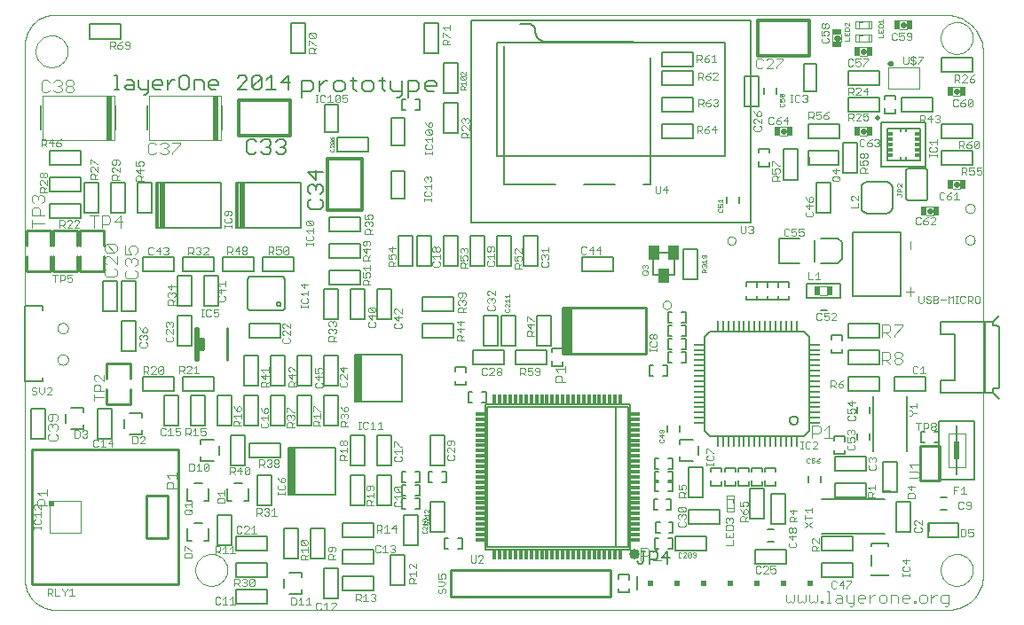
<source format=gto>
G75*
%MOIN*%
%OFA0B0*%
%FSLAX24Y24*%
%IPPOS*%
%LPD*%
%AMOC8*
5,1,8,0,0,1.08239X$1,22.5*
%
%ADD10C,0.0000*%
%ADD11C,0.0050*%
%ADD12C,0.0040*%
%ADD13C,0.0060*%
%ADD14C,0.0030*%
%ADD15R,0.0394X0.0087*%
%ADD16R,0.0087X0.0394*%
%ADD17C,0.0080*%
%ADD18C,0.0020*%
%ADD19C,0.0100*%
%ADD20C,0.0120*%
%ADD21R,0.0059X0.0945*%
%ADD22R,0.0187X0.1673*%
%ADD23C,0.0400*%
%ADD24R,0.0374X0.0118*%
%ADD25R,0.0374X0.0118*%
%ADD26R,0.0118X0.0374*%
%ADD27R,0.0118X0.0374*%
%ADD28R,0.0197X0.0374*%
%ADD29C,0.0028*%
%ADD30R,0.0236X0.0709*%
%ADD31R,0.0236X0.0433*%
%ADD32R,0.0394X0.0551*%
%ADD33R,0.0433X0.0551*%
%ADD34C,0.0010*%
%ADD35C,0.0197*%
%ADD36R,0.0197X0.0118*%
%ADD37R,0.0091X0.0138*%
%ADD38R,0.0157X0.0089*%
%ADD39R,0.0098X0.0089*%
%ADD40C,0.0220*%
%ADD41R,0.0374X0.0197*%
%ADD42R,0.0089X0.0157*%
%ADD43R,0.0089X0.0098*%
%ADD44C,0.0039*%
%ADD45R,0.0197X0.0197*%
%ADD46R,0.0200X0.0200*%
D10*
X001624Y000310D02*
X035178Y000310D01*
X035249Y000312D01*
X035320Y000318D01*
X035391Y000327D01*
X035460Y000341D01*
X035530Y000358D01*
X035598Y000379D01*
X035664Y000403D01*
X035730Y000431D01*
X035793Y000463D01*
X035855Y000498D01*
X035915Y000536D01*
X035973Y000578D01*
X036029Y000623D01*
X036082Y000670D01*
X036132Y000720D01*
X036179Y000773D01*
X036224Y000829D01*
X036266Y000887D01*
X036304Y000947D01*
X036339Y001009D01*
X036371Y001072D01*
X036399Y001138D01*
X036423Y001204D01*
X036444Y001272D01*
X036461Y001342D01*
X036475Y001411D01*
X036484Y001482D01*
X036490Y001553D01*
X036492Y001624D01*
X036492Y021261D01*
X034900Y021810D02*
X034902Y021859D01*
X034908Y021907D01*
X034918Y021955D01*
X034932Y022002D01*
X034949Y022048D01*
X034970Y022092D01*
X034995Y022134D01*
X035023Y022174D01*
X035055Y022212D01*
X035089Y022247D01*
X035126Y022279D01*
X035165Y022308D01*
X035207Y022334D01*
X035251Y022356D01*
X035296Y022374D01*
X035343Y022389D01*
X035390Y022400D01*
X035439Y022407D01*
X035488Y022410D01*
X035537Y022409D01*
X035585Y022404D01*
X035634Y022395D01*
X035681Y022382D01*
X035727Y022365D01*
X035771Y022345D01*
X035814Y022321D01*
X035855Y022294D01*
X035893Y022263D01*
X035929Y022230D01*
X035961Y022194D01*
X035991Y022155D01*
X036018Y022114D01*
X036041Y022070D01*
X036060Y022025D01*
X036076Y021979D01*
X036088Y021932D01*
X036096Y021883D01*
X036100Y021834D01*
X036100Y021786D01*
X036096Y021737D01*
X036088Y021688D01*
X036076Y021641D01*
X036060Y021595D01*
X036041Y021550D01*
X036018Y021506D01*
X035991Y021465D01*
X035961Y021426D01*
X035929Y021390D01*
X035893Y021357D01*
X035855Y021326D01*
X035814Y021299D01*
X035771Y021275D01*
X035727Y021255D01*
X035681Y021238D01*
X035634Y021225D01*
X035585Y021216D01*
X035537Y021211D01*
X035488Y021210D01*
X035439Y021213D01*
X035390Y021220D01*
X035343Y021231D01*
X035296Y021246D01*
X035251Y021264D01*
X035207Y021286D01*
X035165Y021312D01*
X035126Y021341D01*
X035089Y021373D01*
X035055Y021408D01*
X035023Y021446D01*
X034995Y021486D01*
X034970Y021528D01*
X034949Y021572D01*
X034932Y021618D01*
X034918Y021665D01*
X034908Y021713D01*
X034902Y021761D01*
X034900Y021810D01*
X035073Y022680D02*
X035147Y022678D01*
X035221Y022672D01*
X035295Y022663D01*
X035368Y022649D01*
X035440Y022632D01*
X035511Y022611D01*
X035582Y022586D01*
X035650Y022557D01*
X035717Y022525D01*
X035783Y022490D01*
X035846Y022451D01*
X035907Y022409D01*
X035966Y022364D01*
X036022Y022316D01*
X036076Y022264D01*
X036128Y022210D01*
X036176Y022154D01*
X036221Y022095D01*
X036263Y022034D01*
X036302Y021971D01*
X036337Y021905D01*
X036369Y021838D01*
X036398Y021770D01*
X036423Y021699D01*
X036444Y021628D01*
X036461Y021556D01*
X036475Y021483D01*
X036484Y021409D01*
X036490Y021335D01*
X036492Y021261D01*
X035073Y022680D02*
X001617Y022680D01*
X001552Y022678D01*
X001487Y022672D01*
X001423Y022663D01*
X001359Y022650D01*
X001297Y022633D01*
X001235Y022613D01*
X001175Y022589D01*
X001116Y022561D01*
X001059Y022530D01*
X001003Y022496D01*
X000950Y022459D01*
X000899Y022419D01*
X000850Y022375D01*
X000805Y022330D01*
X000761Y022281D01*
X000721Y022230D01*
X000684Y022177D01*
X000650Y022122D01*
X000619Y022064D01*
X000591Y022005D01*
X000567Y021945D01*
X000547Y021883D01*
X000530Y021821D01*
X000517Y021757D01*
X000508Y021693D01*
X000502Y021628D01*
X000500Y021563D01*
X000500Y001434D01*
X000502Y001369D01*
X000508Y001304D01*
X000517Y001239D01*
X000530Y001175D01*
X000547Y001112D01*
X000568Y001050D01*
X000592Y000989D01*
X000620Y000930D01*
X000651Y000872D01*
X000685Y000816D01*
X000722Y000763D01*
X000763Y000712D01*
X000806Y000663D01*
X000853Y000616D01*
X000902Y000573D01*
X000953Y000532D01*
X001006Y000495D01*
X001062Y000461D01*
X001120Y000430D01*
X001179Y000402D01*
X001240Y000378D01*
X001302Y000357D01*
X001365Y000340D01*
X001429Y000327D01*
X001494Y000318D01*
X001559Y000312D01*
X001624Y000310D01*
X006900Y001810D02*
X006902Y001859D01*
X006908Y001907D01*
X006918Y001955D01*
X006932Y002002D01*
X006949Y002048D01*
X006970Y002092D01*
X006995Y002134D01*
X007023Y002174D01*
X007055Y002212D01*
X007089Y002247D01*
X007126Y002279D01*
X007165Y002308D01*
X007207Y002334D01*
X007251Y002356D01*
X007296Y002374D01*
X007343Y002389D01*
X007390Y002400D01*
X007439Y002407D01*
X007488Y002410D01*
X007537Y002409D01*
X007585Y002404D01*
X007634Y002395D01*
X007681Y002382D01*
X007727Y002365D01*
X007771Y002345D01*
X007814Y002321D01*
X007855Y002294D01*
X007893Y002263D01*
X007929Y002230D01*
X007961Y002194D01*
X007991Y002155D01*
X008018Y002114D01*
X008041Y002070D01*
X008060Y002025D01*
X008076Y001979D01*
X008088Y001932D01*
X008096Y001883D01*
X008100Y001834D01*
X008100Y001786D01*
X008096Y001737D01*
X008088Y001688D01*
X008076Y001641D01*
X008060Y001595D01*
X008041Y001550D01*
X008018Y001506D01*
X007991Y001465D01*
X007961Y001426D01*
X007929Y001390D01*
X007893Y001357D01*
X007855Y001326D01*
X007814Y001299D01*
X007771Y001275D01*
X007727Y001255D01*
X007681Y001238D01*
X007634Y001225D01*
X007585Y001216D01*
X007537Y001211D01*
X007488Y001210D01*
X007439Y001213D01*
X007390Y001220D01*
X007343Y001231D01*
X007296Y001246D01*
X007251Y001264D01*
X007207Y001286D01*
X007165Y001312D01*
X007126Y001341D01*
X007089Y001373D01*
X007055Y001408D01*
X007023Y001446D01*
X006995Y001486D01*
X006970Y001528D01*
X006949Y001572D01*
X006932Y001618D01*
X006918Y001665D01*
X006908Y001713D01*
X006902Y001761D01*
X006900Y001810D01*
X001720Y009719D02*
X001722Y009746D01*
X001728Y009773D01*
X001737Y009799D01*
X001750Y009823D01*
X001766Y009846D01*
X001785Y009865D01*
X001807Y009882D01*
X001831Y009896D01*
X001856Y009906D01*
X001883Y009913D01*
X001910Y009916D01*
X001938Y009915D01*
X001965Y009910D01*
X001991Y009902D01*
X002015Y009890D01*
X002038Y009874D01*
X002059Y009856D01*
X002076Y009835D01*
X002091Y009811D01*
X002102Y009786D01*
X002110Y009760D01*
X002114Y009733D01*
X002114Y009705D01*
X002110Y009678D01*
X002102Y009652D01*
X002091Y009627D01*
X002076Y009603D01*
X002059Y009582D01*
X002038Y009564D01*
X002016Y009548D01*
X001991Y009536D01*
X001965Y009528D01*
X001938Y009523D01*
X001910Y009522D01*
X001883Y009525D01*
X001856Y009532D01*
X001831Y009542D01*
X001807Y009556D01*
X001785Y009573D01*
X001766Y009592D01*
X001750Y009615D01*
X001737Y009639D01*
X001728Y009665D01*
X001722Y009692D01*
X001720Y009719D01*
X001720Y010901D02*
X001722Y010928D01*
X001728Y010955D01*
X001737Y010981D01*
X001750Y011005D01*
X001766Y011028D01*
X001785Y011047D01*
X001807Y011064D01*
X001831Y011078D01*
X001856Y011088D01*
X001883Y011095D01*
X001910Y011098D01*
X001938Y011097D01*
X001965Y011092D01*
X001991Y011084D01*
X002015Y011072D01*
X002038Y011056D01*
X002059Y011038D01*
X002076Y011017D01*
X002091Y010993D01*
X002102Y010968D01*
X002110Y010942D01*
X002114Y010915D01*
X002114Y010887D01*
X002110Y010860D01*
X002102Y010834D01*
X002091Y010809D01*
X002076Y010785D01*
X002059Y010764D01*
X002038Y010746D01*
X002016Y010730D01*
X001991Y010718D01*
X001965Y010710D01*
X001938Y010705D01*
X001910Y010704D01*
X001883Y010707D01*
X001856Y010714D01*
X001831Y010724D01*
X001807Y010738D01*
X001785Y010755D01*
X001766Y010774D01*
X001750Y010797D01*
X001737Y010821D01*
X001728Y010847D01*
X001722Y010874D01*
X001720Y010901D01*
X000900Y021310D02*
X000902Y021359D01*
X000908Y021407D01*
X000918Y021455D01*
X000932Y021502D01*
X000949Y021548D01*
X000970Y021592D01*
X000995Y021634D01*
X001023Y021674D01*
X001055Y021712D01*
X001089Y021747D01*
X001126Y021779D01*
X001165Y021808D01*
X001207Y021834D01*
X001251Y021856D01*
X001296Y021874D01*
X001343Y021889D01*
X001390Y021900D01*
X001439Y021907D01*
X001488Y021910D01*
X001537Y021909D01*
X001585Y021904D01*
X001634Y021895D01*
X001681Y021882D01*
X001727Y021865D01*
X001771Y021845D01*
X001814Y021821D01*
X001855Y021794D01*
X001893Y021763D01*
X001929Y021730D01*
X001961Y021694D01*
X001991Y021655D01*
X002018Y021614D01*
X002041Y021570D01*
X002060Y021525D01*
X002076Y021479D01*
X002088Y021432D01*
X002096Y021383D01*
X002100Y021334D01*
X002100Y021286D01*
X002096Y021237D01*
X002088Y021188D01*
X002076Y021141D01*
X002060Y021095D01*
X002041Y021050D01*
X002018Y021006D01*
X001991Y020965D01*
X001961Y020926D01*
X001929Y020890D01*
X001893Y020857D01*
X001855Y020826D01*
X001814Y020799D01*
X001771Y020775D01*
X001727Y020755D01*
X001681Y020738D01*
X001634Y020725D01*
X001585Y020716D01*
X001537Y020711D01*
X001488Y020710D01*
X001439Y020713D01*
X001390Y020720D01*
X001343Y020731D01*
X001296Y020746D01*
X001251Y020764D01*
X001207Y020786D01*
X001165Y020812D01*
X001126Y020841D01*
X001089Y020873D01*
X001055Y020908D01*
X001023Y020946D01*
X000995Y020986D01*
X000970Y021028D01*
X000949Y021072D01*
X000932Y021118D01*
X000918Y021165D01*
X000908Y021213D01*
X000902Y021261D01*
X000900Y021310D01*
X024457Y011776D02*
X024459Y011801D01*
X024465Y011825D01*
X024474Y011847D01*
X024487Y011868D01*
X024503Y011887D01*
X024522Y011903D01*
X024543Y011916D01*
X024565Y011925D01*
X024589Y011931D01*
X024614Y011933D01*
X024639Y011931D01*
X024663Y011925D01*
X024685Y011916D01*
X024706Y011903D01*
X024725Y011887D01*
X024741Y011868D01*
X024754Y011847D01*
X024763Y011825D01*
X024769Y011801D01*
X024771Y011776D01*
X024769Y011751D01*
X024763Y011727D01*
X024754Y011705D01*
X024741Y011684D01*
X024725Y011665D01*
X024706Y011649D01*
X024685Y011636D01*
X024663Y011627D01*
X024639Y011621D01*
X024614Y011619D01*
X024589Y011621D01*
X024565Y011627D01*
X024543Y011636D01*
X024522Y011649D01*
X024503Y011665D01*
X024487Y011684D01*
X024474Y011705D01*
X024465Y011727D01*
X024459Y011751D01*
X024457Y011776D01*
X026877Y014196D02*
X026879Y014221D01*
X026885Y014245D01*
X026894Y014267D01*
X026907Y014288D01*
X026923Y014307D01*
X026942Y014323D01*
X026963Y014336D01*
X026985Y014345D01*
X027009Y014351D01*
X027034Y014353D01*
X027059Y014351D01*
X027083Y014345D01*
X027105Y014336D01*
X027126Y014323D01*
X027145Y014307D01*
X027161Y014288D01*
X027174Y014267D01*
X027183Y014245D01*
X027189Y014221D01*
X027191Y014196D01*
X027189Y014171D01*
X027183Y014147D01*
X027174Y014125D01*
X027161Y014104D01*
X027145Y014085D01*
X027126Y014069D01*
X027105Y014056D01*
X027083Y014047D01*
X027059Y014041D01*
X027034Y014039D01*
X027009Y014041D01*
X026985Y014047D01*
X026963Y014056D01*
X026942Y014069D01*
X026923Y014085D01*
X026907Y014104D01*
X026894Y014125D01*
X026885Y014147D01*
X026879Y014171D01*
X026877Y014196D01*
X035823Y014219D02*
X035825Y014245D01*
X035831Y014271D01*
X035841Y014296D01*
X035854Y014319D01*
X035870Y014339D01*
X035890Y014357D01*
X035912Y014372D01*
X035935Y014384D01*
X035961Y014392D01*
X035987Y014396D01*
X036013Y014396D01*
X036039Y014392D01*
X036065Y014384D01*
X036089Y014372D01*
X036110Y014357D01*
X036130Y014339D01*
X036146Y014319D01*
X036159Y014296D01*
X036169Y014271D01*
X036175Y014245D01*
X036177Y014219D01*
X036175Y014193D01*
X036169Y014167D01*
X036159Y014142D01*
X036146Y014119D01*
X036130Y014099D01*
X036110Y014081D01*
X036088Y014066D01*
X036065Y014054D01*
X036039Y014046D01*
X036013Y014042D01*
X035987Y014042D01*
X035961Y014046D01*
X035935Y014054D01*
X035911Y014066D01*
X035890Y014081D01*
X035870Y014099D01*
X035854Y014119D01*
X035841Y014142D01*
X035831Y014167D01*
X035825Y014193D01*
X035823Y014219D01*
X035823Y015401D02*
X035825Y015427D01*
X035831Y015453D01*
X035841Y015478D01*
X035854Y015501D01*
X035870Y015521D01*
X035890Y015539D01*
X035912Y015554D01*
X035935Y015566D01*
X035961Y015574D01*
X035987Y015578D01*
X036013Y015578D01*
X036039Y015574D01*
X036065Y015566D01*
X036089Y015554D01*
X036110Y015539D01*
X036130Y015521D01*
X036146Y015501D01*
X036159Y015478D01*
X036169Y015453D01*
X036175Y015427D01*
X036177Y015401D01*
X036175Y015375D01*
X036169Y015349D01*
X036159Y015324D01*
X036146Y015301D01*
X036130Y015281D01*
X036110Y015263D01*
X036088Y015248D01*
X036065Y015236D01*
X036039Y015228D01*
X036013Y015224D01*
X035987Y015224D01*
X035961Y015228D01*
X035935Y015236D01*
X035911Y015248D01*
X035890Y015263D01*
X035870Y015281D01*
X035854Y015301D01*
X035841Y015324D01*
X035831Y015349D01*
X035825Y015375D01*
X035823Y015401D01*
X034900Y001810D02*
X034902Y001859D01*
X034908Y001907D01*
X034918Y001955D01*
X034932Y002002D01*
X034949Y002048D01*
X034970Y002092D01*
X034995Y002134D01*
X035023Y002174D01*
X035055Y002212D01*
X035089Y002247D01*
X035126Y002279D01*
X035165Y002308D01*
X035207Y002334D01*
X035251Y002356D01*
X035296Y002374D01*
X035343Y002389D01*
X035390Y002400D01*
X035439Y002407D01*
X035488Y002410D01*
X035537Y002409D01*
X035585Y002404D01*
X035634Y002395D01*
X035681Y002382D01*
X035727Y002365D01*
X035771Y002345D01*
X035814Y002321D01*
X035855Y002294D01*
X035893Y002263D01*
X035929Y002230D01*
X035961Y002194D01*
X035991Y002155D01*
X036018Y002114D01*
X036041Y002070D01*
X036060Y002025D01*
X036076Y001979D01*
X036088Y001932D01*
X036096Y001883D01*
X036100Y001834D01*
X036100Y001786D01*
X036096Y001737D01*
X036088Y001688D01*
X036076Y001641D01*
X036060Y001595D01*
X036041Y001550D01*
X036018Y001506D01*
X035991Y001465D01*
X035961Y001426D01*
X035929Y001390D01*
X035893Y001357D01*
X035855Y001326D01*
X035814Y001299D01*
X035771Y001275D01*
X035727Y001255D01*
X035681Y001238D01*
X035634Y001225D01*
X035585Y001216D01*
X035537Y001211D01*
X035488Y001210D01*
X035439Y001213D01*
X035390Y001220D01*
X035343Y001231D01*
X035296Y001246D01*
X035251Y001264D01*
X035207Y001286D01*
X035165Y001312D01*
X035126Y001341D01*
X035089Y001373D01*
X035055Y001408D01*
X035023Y001446D01*
X034995Y001486D01*
X034970Y001528D01*
X034949Y001572D01*
X034932Y001618D01*
X034918Y001665D01*
X034908Y001713D01*
X034902Y001761D01*
X034900Y001810D01*
D11*
X032921Y001653D02*
X032921Y001613D01*
X032291Y001613D01*
X032291Y001653D01*
X032291Y001967D02*
X032291Y002361D01*
X032291Y002716D02*
X032291Y002794D01*
X032921Y002794D01*
X032921Y002716D01*
X032795Y003160D02*
X030433Y003160D01*
X030433Y004460D02*
X032795Y004460D01*
X034826Y005207D02*
X036174Y005207D01*
X036174Y007413D01*
X034826Y007413D01*
X034826Y005207D01*
X035500Y005404D02*
X035500Y007255D01*
X034821Y007010D02*
X034821Y006610D01*
X034646Y006610D01*
X034300Y006610D02*
X034171Y006610D01*
X034171Y007010D01*
X034300Y007010D01*
X034655Y007010D02*
X034821Y007010D01*
X033630Y006286D02*
X033630Y008334D01*
X034878Y008471D02*
X034878Y008944D01*
X035429Y008944D01*
X035429Y010676D01*
X034878Y010676D01*
X034878Y011149D01*
X036571Y011149D01*
X036571Y008471D01*
X034878Y008471D01*
X036571Y008471D02*
X036846Y008471D01*
X036846Y008629D01*
X037004Y008629D01*
X037004Y008628D02*
X037021Y008629D01*
X037038Y008632D01*
X037054Y008639D01*
X037069Y008649D01*
X037081Y008661D01*
X037091Y008675D01*
X037099Y008690D01*
X037103Y008707D01*
X037102Y008708D02*
X037102Y010893D01*
X037103Y010893D02*
X037102Y010910D01*
X037099Y010927D01*
X037092Y010943D01*
X037082Y010958D01*
X037070Y010970D01*
X037056Y010980D01*
X037041Y010988D01*
X037024Y010992D01*
X037024Y010991D02*
X036846Y010991D01*
X036846Y011149D01*
X036571Y011149D01*
X033400Y012110D02*
X031600Y012110D01*
X031600Y014510D01*
X033400Y014510D01*
X033400Y012110D01*
X031130Y012034D02*
X029870Y012034D01*
X029870Y012586D01*
X031130Y012586D01*
X031130Y012034D01*
X029200Y011981D02*
X028800Y011981D01*
X028400Y011981D01*
X028400Y012110D01*
X028400Y011981D01*
X028000Y011981D01*
X028000Y012110D01*
X028000Y011981D01*
X027600Y011981D01*
X027600Y012110D01*
X027600Y012465D02*
X027600Y012631D01*
X028000Y012631D01*
X028400Y012631D01*
X028800Y012631D01*
X028800Y012456D01*
X028800Y012465D02*
X028800Y012631D01*
X029200Y012631D01*
X029200Y012456D01*
X029200Y012110D02*
X029200Y011981D01*
X028800Y011981D02*
X028800Y012110D01*
X028800Y011981D01*
X028400Y012456D02*
X028400Y012631D01*
X028400Y012465D01*
X028000Y012465D02*
X028000Y012631D01*
X028000Y012456D01*
X030150Y013410D02*
X030150Y014210D01*
X031909Y015469D02*
X031909Y016151D01*
X031911Y016181D01*
X031916Y016211D01*
X031925Y016240D01*
X031938Y016267D01*
X031953Y016293D01*
X031972Y016317D01*
X031993Y016338D01*
X032017Y016357D01*
X032043Y016372D01*
X032070Y016385D01*
X032099Y016394D01*
X032129Y016399D01*
X032159Y016401D01*
X032841Y016401D01*
X032871Y016399D01*
X032901Y016394D01*
X032930Y016385D01*
X032957Y016372D01*
X032983Y016357D01*
X033007Y016338D01*
X033028Y016317D01*
X033047Y016293D01*
X033062Y016267D01*
X033075Y016240D01*
X033084Y016211D01*
X033089Y016181D01*
X033091Y016151D01*
X033091Y015469D01*
X033089Y015439D01*
X033084Y015409D01*
X033075Y015380D01*
X033062Y015353D01*
X033047Y015327D01*
X033028Y015303D01*
X033007Y015282D01*
X032983Y015263D01*
X032957Y015248D01*
X032930Y015235D01*
X032901Y015226D01*
X032871Y015221D01*
X032841Y015219D01*
X032159Y015219D01*
X032129Y015221D01*
X032099Y015226D01*
X032070Y015235D01*
X032043Y015248D01*
X032017Y015263D01*
X031993Y015282D01*
X031972Y015303D01*
X031953Y015327D01*
X031938Y015353D01*
X031925Y015380D01*
X031916Y015409D01*
X031911Y015439D01*
X031909Y015469D01*
X028450Y016989D02*
X028050Y016989D01*
X028050Y017164D01*
X028050Y017510D02*
X028050Y017639D01*
X028450Y017639D01*
X028450Y017510D01*
X028450Y017155D02*
X028450Y016989D01*
X026780Y017360D02*
X018220Y017360D01*
X018220Y021637D01*
X026780Y021637D01*
X026780Y017360D01*
X029755Y019814D02*
X030227Y019814D01*
X030227Y020837D01*
X029755Y020837D01*
X029755Y019814D01*
X032800Y019639D02*
X033200Y019639D01*
X033200Y019510D01*
X032800Y019510D02*
X032800Y019639D01*
X032800Y019164D02*
X032800Y018989D01*
X033200Y018989D01*
X033200Y019155D01*
X027756Y022464D02*
X027756Y014881D01*
X017244Y014881D01*
X017243Y022464D01*
X027756Y022464D01*
X015321Y019510D02*
X015321Y019110D01*
X015146Y019110D01*
X014800Y019110D02*
X014671Y019110D01*
X014671Y019510D01*
X014800Y019510D01*
X015155Y019510D02*
X015321Y019510D01*
X014745Y018806D02*
X014273Y018806D01*
X014273Y017783D01*
X014745Y017783D01*
X014745Y018806D01*
X012245Y019306D02*
X012245Y018283D01*
X011773Y018283D01*
X011773Y019306D01*
X012245Y019306D01*
X010472Y020141D02*
X010111Y020141D01*
X010382Y020411D01*
X010382Y019870D01*
X009928Y019870D02*
X009567Y019870D01*
X009748Y019870D02*
X009748Y020411D01*
X009567Y020231D01*
X009384Y020321D02*
X009023Y019960D01*
X009114Y019870D01*
X009294Y019870D01*
X009384Y019960D01*
X009384Y020321D01*
X009294Y020411D01*
X009114Y020411D01*
X009023Y020321D01*
X009023Y019960D01*
X008840Y019870D02*
X008480Y019870D01*
X008840Y020231D01*
X008840Y020321D01*
X008750Y020411D01*
X008570Y020411D01*
X008480Y020321D01*
X007753Y020141D02*
X007753Y020050D01*
X007392Y020050D01*
X007392Y019960D02*
X007392Y020141D01*
X007482Y020231D01*
X007663Y020231D01*
X007753Y020141D01*
X007663Y019870D02*
X007482Y019870D01*
X007392Y019960D01*
X007209Y019870D02*
X007209Y020141D01*
X007119Y020231D01*
X006848Y020231D01*
X006848Y019870D01*
X006665Y019960D02*
X006575Y019870D01*
X006395Y019870D01*
X006305Y019960D01*
X006305Y020321D01*
X006395Y020411D01*
X006575Y020411D01*
X006665Y020321D01*
X006665Y019960D01*
X006122Y020231D02*
X006032Y020231D01*
X005851Y020050D01*
X005851Y019870D02*
X005851Y020231D01*
X005668Y020141D02*
X005668Y020050D01*
X005308Y020050D01*
X005308Y019960D02*
X005308Y020141D01*
X005398Y020231D01*
X005578Y020231D01*
X005668Y020141D01*
X005578Y019870D02*
X005398Y019870D01*
X005308Y019960D01*
X005125Y019870D02*
X004854Y019870D01*
X004764Y019960D01*
X004764Y020231D01*
X004581Y020141D02*
X004581Y019870D01*
X004310Y019870D01*
X004220Y019960D01*
X004310Y020050D01*
X004581Y020050D01*
X004581Y020141D02*
X004491Y020231D01*
X004310Y020231D01*
X003948Y020411D02*
X003948Y019870D01*
X003858Y019870D02*
X004038Y019870D01*
X004944Y019690D02*
X005034Y019690D01*
X005125Y019780D01*
X005125Y020231D01*
X003948Y020411D02*
X003858Y020411D01*
X008818Y017903D02*
X008818Y017536D01*
X008910Y017444D01*
X009093Y017444D01*
X009185Y017536D01*
X009370Y017536D02*
X009462Y017444D01*
X009646Y017444D01*
X009737Y017536D01*
X009737Y017627D01*
X009646Y017719D01*
X009554Y017719D01*
X009646Y017719D02*
X009737Y017811D01*
X009737Y017903D01*
X009646Y017994D01*
X009462Y017994D01*
X009370Y017903D01*
X009185Y017903D02*
X009093Y017994D01*
X008910Y017994D01*
X008818Y017903D01*
X009923Y017903D02*
X010015Y017994D01*
X010198Y017994D01*
X010290Y017903D01*
X010290Y017811D01*
X010198Y017719D01*
X010290Y017627D01*
X010290Y017536D01*
X010198Y017444D01*
X010015Y017444D01*
X009923Y017536D01*
X010106Y017719D02*
X010198Y017719D01*
X011136Y016762D02*
X011412Y016487D01*
X011412Y016854D01*
X011687Y016762D02*
X011136Y016762D01*
X011228Y016301D02*
X011136Y016209D01*
X011136Y016026D01*
X011228Y015934D01*
X011228Y015749D02*
X011136Y015657D01*
X011136Y015473D01*
X011228Y015382D01*
X011595Y015382D01*
X011687Y015473D01*
X011687Y015657D01*
X011595Y015749D01*
X011595Y015934D02*
X011687Y016026D01*
X011687Y016209D01*
X011595Y016301D01*
X011503Y016301D01*
X011412Y016209D01*
X011412Y016118D01*
X011412Y016209D02*
X011320Y016301D01*
X011228Y016301D01*
X010862Y016357D02*
X010862Y014664D01*
X008736Y014664D01*
X008736Y016357D01*
X010862Y016357D01*
X008736Y016357D02*
X008657Y016357D01*
X008657Y014664D01*
X008579Y014664D01*
X008579Y016357D01*
X008657Y016357D01*
X008579Y016357D02*
X008500Y016357D01*
X008500Y014664D01*
X008421Y014664D01*
X008421Y016357D01*
X008500Y016357D01*
X007862Y016357D02*
X007862Y014664D01*
X005736Y014664D01*
X005736Y016357D01*
X007862Y016357D01*
X005736Y016357D02*
X005657Y016357D01*
X005657Y014664D01*
X005579Y014664D01*
X005579Y016357D01*
X005657Y016357D01*
X005579Y016357D02*
X005500Y016357D01*
X005500Y014664D01*
X005421Y014664D01*
X005421Y016357D01*
X005500Y016357D01*
X005500Y014664D02*
X005579Y014664D01*
X005657Y014664D02*
X005736Y014664D01*
X008500Y014664D02*
X008579Y014664D01*
X008657Y014664D02*
X008736Y014664D01*
X008925Y012834D02*
X008846Y012755D01*
X008846Y011653D01*
X008925Y011574D01*
X010185Y011574D01*
X010264Y011653D01*
X010264Y012755D01*
X010185Y012834D01*
X008925Y012834D01*
X009949Y011810D02*
X009951Y011828D01*
X009957Y011844D01*
X009966Y011859D01*
X009979Y011872D01*
X009994Y011881D01*
X010010Y011887D01*
X010028Y011889D01*
X010046Y011887D01*
X010062Y011881D01*
X010077Y011872D01*
X010090Y011859D01*
X010099Y011844D01*
X010105Y011828D01*
X010107Y011810D01*
X010105Y011792D01*
X010099Y011776D01*
X010090Y011761D01*
X010077Y011748D01*
X010062Y011739D01*
X010046Y011733D01*
X010028Y011731D01*
X010010Y011733D01*
X009994Y011739D01*
X009979Y011748D01*
X009966Y011761D01*
X009957Y011776D01*
X009951Y011792D01*
X009949Y011810D01*
X012882Y009897D02*
X013000Y009897D01*
X013000Y008125D01*
X012882Y008125D01*
X012882Y009897D01*
X012921Y009857D02*
X012921Y008164D01*
X012961Y008164D02*
X012961Y009857D01*
X013000Y009897D02*
X013118Y009897D01*
X013118Y008125D01*
X013000Y008125D01*
X013039Y008164D02*
X013039Y009857D01*
X013079Y009857D02*
X013079Y008164D01*
X013118Y008125D02*
X014654Y008125D01*
X014654Y009897D01*
X013118Y009897D01*
X016650Y009431D02*
X016650Y009265D01*
X016650Y009431D02*
X017050Y009431D01*
X017050Y009256D01*
X017050Y008910D02*
X017050Y008781D01*
X016650Y008781D01*
X016650Y008910D01*
X017171Y008510D02*
X017171Y008110D01*
X017300Y008110D01*
X017646Y008110D02*
X017821Y008110D01*
X017821Y008510D01*
X017655Y008510D01*
X017300Y008510D02*
X017171Y008510D01*
X017858Y007952D02*
X023142Y007952D01*
X023142Y002664D01*
X017858Y002664D01*
X017858Y007952D01*
X020300Y009489D02*
X020700Y009489D01*
X020700Y009655D01*
X020700Y010010D02*
X020700Y010139D01*
X020300Y010139D01*
X020300Y010010D01*
X020300Y009664D02*
X020300Y009489D01*
X022700Y007910D02*
X022700Y002710D01*
X023645Y002505D02*
X023795Y002505D01*
X023720Y002505D02*
X023720Y002130D01*
X023645Y002055D01*
X023570Y002055D01*
X023495Y002130D01*
X023955Y002055D02*
X023955Y002505D01*
X024181Y002505D01*
X024256Y002430D01*
X024256Y002280D01*
X024181Y002205D01*
X023955Y002205D01*
X024416Y002280D02*
X024716Y002280D01*
X024641Y002055D02*
X024641Y002505D01*
X024416Y002280D01*
X024300Y002610D02*
X024171Y002610D01*
X024171Y003010D01*
X024300Y003010D01*
X024345Y003210D02*
X024179Y003210D01*
X024179Y003610D01*
X024354Y003610D01*
X024700Y003610D02*
X024829Y003610D01*
X024829Y003210D01*
X024700Y003210D01*
X024655Y003010D02*
X024821Y003010D01*
X024821Y002610D01*
X024646Y002610D01*
X023200Y001631D02*
X022800Y001631D01*
X022800Y001465D01*
X023200Y001456D02*
X023200Y001631D01*
X023200Y001110D02*
X023200Y000981D01*
X022800Y000981D01*
X022800Y001110D01*
X024121Y004060D02*
X024121Y004460D01*
X024250Y004460D01*
X024300Y004760D02*
X024171Y004760D01*
X024171Y005160D01*
X024300Y005160D01*
X024300Y005110D02*
X024171Y005110D01*
X024171Y005510D01*
X024300Y005510D01*
X024300Y005610D02*
X024171Y005610D01*
X024171Y006010D01*
X024300Y006010D01*
X024655Y006010D02*
X024821Y006010D01*
X024821Y005610D01*
X024646Y005610D01*
X024655Y005510D02*
X024821Y005510D01*
X024821Y005110D01*
X024646Y005110D01*
X024655Y005160D02*
X024821Y005160D01*
X024821Y004760D01*
X024646Y004760D01*
X024605Y004460D02*
X024771Y004460D01*
X024771Y004060D01*
X024596Y004060D01*
X024250Y004060D02*
X024121Y004060D01*
X026250Y004989D02*
X026650Y004989D01*
X026650Y005155D01*
X026800Y005164D02*
X026800Y004989D01*
X027200Y004989D01*
X027200Y005155D01*
X027300Y005164D02*
X027300Y004989D01*
X027700Y004989D01*
X027700Y005155D01*
X027800Y005164D02*
X027800Y004989D01*
X028200Y004989D01*
X028200Y005155D01*
X028300Y005164D02*
X028300Y004989D01*
X028700Y004989D01*
X028700Y005155D01*
X028700Y005510D02*
X028700Y005639D01*
X028300Y005639D01*
X028300Y005510D01*
X028200Y005510D02*
X028200Y005639D01*
X027800Y005639D01*
X027800Y005510D01*
X027700Y005510D02*
X027700Y005639D01*
X027300Y005639D01*
X027300Y005510D01*
X027200Y005510D02*
X027200Y005639D01*
X026800Y005639D01*
X026800Y005510D01*
X026650Y005510D02*
X026650Y005639D01*
X026250Y005639D01*
X026250Y005510D01*
X026250Y005164D02*
X026250Y004989D01*
X025579Y005916D02*
X025106Y005916D01*
X025106Y006074D01*
X025106Y006546D02*
X025106Y006704D01*
X025579Y006704D01*
X025776Y006467D02*
X025776Y006153D01*
X024621Y009110D02*
X024446Y009110D01*
X024621Y009110D02*
X024621Y009510D01*
X024455Y009510D01*
X024671Y009610D02*
X024671Y010010D01*
X024800Y010010D01*
X024800Y010110D02*
X024671Y010110D01*
X024671Y010510D01*
X024800Y010510D01*
X024800Y010610D02*
X024671Y010610D01*
X024671Y011010D01*
X024800Y011010D01*
X024800Y011110D02*
X024671Y011110D01*
X024671Y011510D01*
X024800Y011510D01*
X025155Y011510D02*
X025321Y011510D01*
X025321Y011110D01*
X025146Y011110D01*
X025155Y011010D02*
X025321Y011010D01*
X025321Y010610D01*
X025146Y010610D01*
X025155Y010510D02*
X025321Y010510D01*
X025321Y010110D01*
X025146Y010110D01*
X025155Y010010D02*
X025321Y010010D01*
X025321Y009610D01*
X025146Y009610D01*
X024800Y009610D02*
X024671Y009610D01*
X024100Y009510D02*
X023971Y009510D01*
X023971Y009110D01*
X024100Y009110D01*
X030800Y009981D02*
X031200Y009981D01*
X031200Y010110D01*
X031200Y010456D02*
X031200Y010631D01*
X030800Y010631D01*
X030800Y010465D01*
X030800Y010110D02*
X030800Y009981D01*
X032370Y008334D02*
X032370Y006286D01*
X031300Y006310D02*
X031300Y006181D01*
X030900Y006181D01*
X030900Y006310D01*
X030900Y006665D02*
X030900Y006831D01*
X031300Y006831D01*
X031300Y006656D01*
X016921Y003010D02*
X016921Y002610D01*
X016746Y002610D01*
X016400Y002610D02*
X016271Y002610D01*
X016271Y003010D01*
X016400Y003010D01*
X016755Y003010D02*
X016921Y003010D01*
X015321Y004110D02*
X015321Y004510D01*
X015155Y004510D01*
X015146Y004610D02*
X015321Y004610D01*
X015321Y005010D01*
X015155Y005010D01*
X015146Y005110D02*
X015321Y005110D01*
X015321Y005510D01*
X015155Y005510D01*
X014800Y005510D02*
X014671Y005510D01*
X014671Y005110D01*
X014800Y005110D01*
X014800Y005010D02*
X014671Y005010D01*
X014671Y004610D01*
X014800Y004610D01*
X014800Y004510D02*
X014671Y004510D01*
X014671Y004110D01*
X014800Y004110D01*
X015146Y004110D02*
X015321Y004110D01*
X015671Y005110D02*
X015671Y005510D01*
X015800Y005510D01*
X016155Y005510D02*
X016321Y005510D01*
X016321Y005110D01*
X016146Y005110D01*
X015800Y005110D02*
X015671Y005110D01*
X012154Y004625D02*
X010618Y004625D01*
X010618Y006397D01*
X012154Y006397D01*
X012154Y004625D01*
X010618Y004625D02*
X010500Y004625D01*
X010500Y006397D01*
X010618Y006397D01*
X010579Y006357D02*
X010579Y004664D01*
X010539Y004664D02*
X010539Y006357D01*
X010500Y006397D02*
X010382Y006397D01*
X010382Y004625D01*
X010500Y004625D01*
X010461Y004664D02*
X010461Y006357D01*
X010421Y006357D02*
X010421Y004664D01*
X008894Y004889D02*
X008894Y004416D01*
X008736Y004416D01*
X008264Y004416D02*
X008106Y004416D01*
X008106Y004889D01*
X008343Y005086D02*
X008657Y005086D01*
X007394Y004889D02*
X007394Y004416D01*
X007236Y004416D01*
X006764Y004416D02*
X006606Y004416D01*
X006606Y004889D01*
X006843Y005086D02*
X007157Y005086D01*
X007106Y005916D02*
X007106Y006074D01*
X007106Y005916D02*
X007579Y005916D01*
X007776Y006153D02*
X007776Y006467D01*
X007579Y006704D02*
X007106Y006704D01*
X007106Y006546D01*
X004894Y006916D02*
X004894Y007074D01*
X004894Y006916D02*
X004421Y006916D01*
X004224Y007153D02*
X004224Y007467D01*
X004421Y007704D02*
X004894Y007704D01*
X004894Y007546D01*
X002694Y007746D02*
X002694Y007904D01*
X002221Y007904D01*
X002024Y007667D02*
X002024Y007353D01*
X002221Y007116D02*
X002694Y007116D01*
X002694Y007274D01*
X001169Y008893D02*
X000500Y008893D01*
X000500Y011727D01*
X001169Y011727D01*
X001169Y011570D01*
X001169Y009050D02*
X001169Y008893D01*
X006843Y003586D02*
X007157Y003586D01*
X007394Y003389D02*
X007394Y002916D01*
X007236Y002916D01*
X006764Y002916D02*
X006606Y002916D01*
X006606Y003389D01*
X010224Y001467D02*
X010224Y001153D01*
X010421Y000916D02*
X010894Y000916D01*
X010894Y001074D01*
X010894Y001546D02*
X010894Y001704D01*
X010421Y001704D01*
X014273Y015783D02*
X014745Y015783D01*
X014745Y016806D01*
X014273Y016806D01*
X014273Y015783D01*
D12*
X007858Y017983D02*
X005142Y017983D01*
X005142Y019637D01*
X007858Y019637D01*
X007858Y017983D01*
X006337Y017889D02*
X006337Y017812D01*
X006030Y017505D01*
X006030Y017428D01*
X005877Y017505D02*
X005800Y017428D01*
X005646Y017428D01*
X005570Y017505D01*
X005416Y017505D02*
X005340Y017428D01*
X005186Y017428D01*
X005109Y017505D01*
X005109Y017812D01*
X005186Y017889D01*
X005340Y017889D01*
X005416Y017812D01*
X005570Y017812D02*
X005646Y017889D01*
X005800Y017889D01*
X005877Y017812D01*
X005877Y017735D01*
X005800Y017658D01*
X005877Y017582D01*
X005877Y017505D01*
X005800Y017658D02*
X005723Y017658D01*
X006030Y017889D02*
X006337Y017889D01*
X003858Y017983D02*
X001142Y017983D01*
X001142Y019637D01*
X003858Y019637D01*
X003858Y017983D01*
X002260Y019766D02*
X002106Y019766D01*
X002029Y019842D01*
X002029Y019919D01*
X002106Y019996D01*
X002260Y019996D01*
X002336Y019919D01*
X002336Y019842D01*
X002260Y019766D01*
X002260Y019996D02*
X002336Y020072D01*
X002336Y020149D01*
X002260Y020226D01*
X002106Y020226D01*
X002029Y020149D01*
X002029Y020072D01*
X002106Y019996D01*
X001876Y020072D02*
X001799Y019996D01*
X001876Y019919D01*
X001876Y019842D01*
X001799Y019766D01*
X001646Y019766D01*
X001569Y019842D01*
X001415Y019842D02*
X001339Y019766D01*
X001185Y019766D01*
X001109Y019842D01*
X001109Y020149D01*
X001185Y020226D01*
X001339Y020226D01*
X001415Y020149D01*
X001569Y020149D02*
X001646Y020226D01*
X001799Y020226D01*
X001876Y020149D01*
X001876Y020072D01*
X001799Y019996D02*
X001722Y019996D01*
X001133Y015908D02*
X001210Y015832D01*
X001210Y015678D01*
X001133Y015602D01*
X000980Y015755D02*
X000980Y015832D01*
X001057Y015908D01*
X001133Y015908D01*
X000980Y015832D02*
X000903Y015908D01*
X000827Y015908D01*
X000750Y015832D01*
X000750Y015678D01*
X000827Y015602D01*
X000827Y015448D02*
X000750Y015371D01*
X000750Y015141D01*
X001210Y015141D01*
X001057Y015141D02*
X001057Y015371D01*
X000980Y015448D01*
X000827Y015448D01*
X000750Y014988D02*
X000750Y014681D01*
X000750Y014834D02*
X001210Y014834D01*
X002940Y015125D02*
X003247Y015125D01*
X003094Y015125D02*
X003094Y014664D01*
X003401Y014664D02*
X003401Y015125D01*
X003631Y015125D01*
X003708Y015048D01*
X003708Y014894D01*
X003631Y014818D01*
X003401Y014818D01*
X003861Y014894D02*
X004168Y014894D01*
X004091Y014664D02*
X004091Y015125D01*
X003861Y014894D01*
X003872Y014059D02*
X003565Y014059D01*
X003872Y013752D01*
X003949Y013828D01*
X003949Y013982D01*
X003872Y014059D01*
X003565Y014059D02*
X003488Y013982D01*
X003488Y013828D01*
X003565Y013752D01*
X003872Y013752D01*
X003949Y013598D02*
X003949Y013291D01*
X003642Y013598D01*
X003565Y013598D01*
X003488Y013522D01*
X003488Y013368D01*
X003565Y013291D01*
X003565Y013138D02*
X003488Y013061D01*
X003488Y012908D01*
X003565Y012831D01*
X003872Y012831D01*
X003949Y012908D01*
X003949Y013061D01*
X003872Y013138D01*
X004249Y012999D02*
X004249Y012846D01*
X004325Y012769D01*
X004632Y012769D01*
X004709Y012846D01*
X004709Y012999D01*
X004632Y013076D01*
X004632Y013229D02*
X004709Y013306D01*
X004709Y013460D01*
X004632Y013536D01*
X004556Y013536D01*
X004479Y013460D01*
X004479Y013383D01*
X004479Y013460D02*
X004402Y013536D01*
X004325Y013536D01*
X004249Y013460D01*
X004249Y013306D01*
X004325Y013229D01*
X004325Y013076D02*
X004249Y012999D01*
X004249Y013690D02*
X004479Y013690D01*
X004402Y013843D01*
X004402Y013920D01*
X004479Y013997D01*
X004632Y013997D01*
X004709Y013920D01*
X004709Y013767D01*
X004632Y013690D01*
X004249Y013690D02*
X004249Y013997D01*
X002591Y004401D02*
X001409Y004401D01*
X001409Y004223D01*
X001409Y004401D02*
X001587Y004401D01*
X001409Y004401D02*
X001409Y003219D01*
X001596Y003219D01*
X001409Y003219D02*
X001409Y003406D01*
X001409Y003219D02*
X002591Y003219D01*
X002591Y003406D01*
X002591Y003219D02*
X002404Y003219D01*
X002591Y003219D02*
X002591Y004401D01*
X002404Y004401D01*
X002591Y004401D02*
X002591Y004214D01*
X023620Y002640D02*
X023620Y002180D01*
X023620Y002333D02*
X023850Y002333D01*
X023927Y002410D01*
X023927Y002564D01*
X023850Y002640D01*
X023620Y002640D01*
X024080Y002487D02*
X024234Y002640D01*
X024234Y002180D01*
X024387Y002180D02*
X024080Y002180D01*
X026862Y004015D02*
X026862Y004605D01*
X027138Y004605D01*
X027138Y004015D01*
X026862Y004015D01*
X026882Y004133D02*
X027118Y004133D01*
X027138Y004231D02*
X027138Y004389D01*
X027118Y004487D02*
X026882Y004487D01*
X026862Y004389D02*
X026862Y004231D01*
X030070Y006780D02*
X030070Y007240D01*
X030300Y007240D01*
X030377Y007164D01*
X030377Y007010D01*
X030300Y006933D01*
X030070Y006933D01*
X030530Y006780D02*
X030837Y006780D01*
X030684Y006780D02*
X030684Y007240D01*
X030530Y007087D01*
X032681Y009553D02*
X032681Y010014D01*
X032912Y010014D01*
X032988Y009937D01*
X032988Y009783D01*
X032912Y009707D01*
X032681Y009707D01*
X032835Y009707D02*
X032988Y009553D01*
X033142Y009630D02*
X033142Y009707D01*
X033218Y009783D01*
X033372Y009783D01*
X033449Y009707D01*
X033449Y009630D01*
X033372Y009553D01*
X033218Y009553D01*
X033142Y009630D01*
X033218Y009783D02*
X033142Y009860D01*
X033142Y009937D01*
X033218Y010014D01*
X033372Y010014D01*
X033449Y009937D01*
X033449Y009860D01*
X033372Y009783D01*
X033144Y010578D02*
X033144Y010655D01*
X033451Y010962D01*
X033451Y011039D01*
X033144Y011039D01*
X032990Y010962D02*
X032990Y010809D01*
X032914Y010732D01*
X032683Y010732D01*
X032683Y010578D02*
X032683Y011039D01*
X032914Y011039D01*
X032990Y010962D01*
X032837Y010732D02*
X032990Y010578D01*
X033750Y012120D02*
X033750Y012427D01*
X033596Y012273D02*
X033903Y012273D01*
X033750Y013870D02*
X033750Y014177D01*
X034360Y015145D02*
X034640Y015145D01*
X034640Y015480D02*
X034360Y015480D01*
X035360Y016145D02*
X035640Y016145D01*
X035640Y016480D02*
X035360Y016480D01*
X032140Y018140D02*
X031860Y018140D01*
X031860Y018475D02*
X032140Y018475D01*
X029140Y018475D02*
X028860Y018475D01*
X028860Y018140D02*
X029140Y018140D01*
X031860Y021145D02*
X032140Y021145D01*
X032140Y021480D02*
X031860Y021480D01*
X031921Y021672D02*
X032079Y021672D01*
X032177Y021692D02*
X032177Y021928D01*
X032079Y021948D02*
X031921Y021948D01*
X031823Y021928D02*
X031823Y021692D01*
X031705Y021672D02*
X031705Y021948D01*
X032295Y021948D01*
X032295Y021672D01*
X031705Y021672D01*
X031165Y021670D02*
X031165Y021950D01*
X030830Y021950D02*
X030830Y021670D01*
X031705Y022172D02*
X031705Y022448D01*
X032295Y022448D01*
X032295Y022172D01*
X031705Y022172D01*
X031823Y022192D02*
X031823Y022428D01*
X031921Y022448D02*
X032079Y022448D01*
X032177Y022428D02*
X032177Y022192D01*
X032079Y022172D02*
X031921Y022172D01*
X033360Y022145D02*
X033640Y022145D01*
X033640Y022480D02*
X033360Y022480D01*
X035360Y019975D02*
X035640Y019975D01*
X035640Y019640D02*
X035360Y019640D01*
X030640Y012480D02*
X030360Y012480D01*
X030360Y012145D02*
X030640Y012145D01*
X030621Y001013D02*
X030693Y001013D01*
X030693Y000580D01*
X030621Y000580D02*
X030765Y000580D01*
X030911Y000652D02*
X030983Y000724D01*
X031199Y000724D01*
X031199Y000796D02*
X031199Y000580D01*
X030983Y000580D01*
X030911Y000652D01*
X030983Y000868D02*
X031127Y000868D01*
X031199Y000796D01*
X031346Y000868D02*
X031346Y000652D01*
X031418Y000580D01*
X031634Y000580D01*
X031634Y000508D02*
X031562Y000435D01*
X031490Y000435D01*
X031634Y000508D02*
X031634Y000868D01*
X031781Y000796D02*
X031853Y000868D01*
X031997Y000868D01*
X032069Y000796D01*
X032069Y000724D01*
X031781Y000724D01*
X031781Y000652D02*
X031781Y000796D01*
X031781Y000652D02*
X031853Y000580D01*
X031997Y000580D01*
X032216Y000580D02*
X032216Y000868D01*
X032216Y000724D02*
X032360Y000868D01*
X032432Y000868D01*
X032578Y000796D02*
X032578Y000652D01*
X032651Y000580D01*
X032795Y000580D01*
X032867Y000652D01*
X032867Y000796D01*
X032795Y000868D01*
X032651Y000868D01*
X032578Y000796D01*
X033013Y000868D02*
X033013Y000580D01*
X033013Y000868D02*
X033230Y000868D01*
X033302Y000796D01*
X033302Y000580D01*
X033448Y000652D02*
X033448Y000796D01*
X033521Y000868D01*
X033665Y000868D01*
X033737Y000796D01*
X033737Y000724D01*
X033448Y000724D01*
X033448Y000652D02*
X033521Y000580D01*
X033665Y000580D01*
X033883Y000580D02*
X033956Y000580D01*
X033956Y000652D01*
X033883Y000652D01*
X033883Y000580D01*
X034101Y000652D02*
X034173Y000580D01*
X034317Y000580D01*
X034390Y000652D01*
X034390Y000796D01*
X034317Y000868D01*
X034173Y000868D01*
X034101Y000796D01*
X034101Y000652D01*
X034536Y000724D02*
X034680Y000868D01*
X034752Y000868D01*
X034899Y000796D02*
X034899Y000652D01*
X034971Y000580D01*
X035187Y000580D01*
X035187Y000508D02*
X035187Y000868D01*
X034971Y000868D01*
X034899Y000796D01*
X034536Y000868D02*
X034536Y000580D01*
X035043Y000435D02*
X035115Y000435D01*
X035187Y000508D01*
X030475Y000580D02*
X030403Y000580D01*
X030403Y000652D01*
X030475Y000652D01*
X030475Y000580D01*
X030257Y000652D02*
X030257Y000868D01*
X030257Y000652D02*
X030185Y000580D01*
X030113Y000652D01*
X030040Y000580D01*
X029968Y000652D01*
X029968Y000868D01*
X029822Y000868D02*
X029822Y000652D01*
X029750Y000580D01*
X029678Y000652D01*
X029605Y000580D01*
X029533Y000652D01*
X029533Y000868D01*
X029387Y000868D02*
X029387Y000652D01*
X029315Y000580D01*
X029243Y000652D01*
X029170Y000580D01*
X029098Y000652D01*
X029098Y000868D01*
D13*
X028618Y002874D02*
X028382Y002874D01*
X028382Y003346D02*
X028618Y003346D01*
X029914Y005092D02*
X029914Y005328D01*
X030386Y005328D02*
X030386Y005092D01*
X032740Y004750D02*
X032740Y005870D01*
X033260Y005870D01*
X033260Y004750D01*
X032740Y004750D01*
X034440Y003570D02*
X035560Y003570D01*
X035560Y003050D01*
X034440Y003050D01*
X034440Y003570D01*
X034882Y004074D02*
X035118Y004074D01*
X035118Y004546D02*
X034882Y004546D01*
X032236Y006692D02*
X032236Y006928D01*
X031764Y006928D02*
X031764Y006692D01*
X031764Y007692D02*
X031764Y007928D01*
X032236Y007928D02*
X032236Y007692D01*
X029969Y007038D02*
X029772Y006841D01*
X026228Y006841D01*
X026031Y007038D01*
X026031Y010582D01*
X026228Y010779D01*
X029772Y010779D01*
X029969Y010582D01*
X029969Y007038D01*
X029969Y010582D01*
X029772Y010779D01*
X026228Y010779D01*
X026031Y010582D01*
X026031Y007038D01*
X026228Y006841D01*
X029772Y006841D01*
X029969Y007038D01*
X029221Y007432D02*
X029223Y007457D01*
X029229Y007481D01*
X029238Y007503D01*
X029251Y007524D01*
X029267Y007543D01*
X029286Y007559D01*
X029307Y007572D01*
X029329Y007581D01*
X029353Y007587D01*
X029378Y007589D01*
X029403Y007587D01*
X029427Y007581D01*
X029449Y007572D01*
X029470Y007559D01*
X029489Y007543D01*
X029505Y007524D01*
X029518Y007503D01*
X029527Y007481D01*
X029533Y007457D01*
X029535Y007432D01*
X029533Y007407D01*
X029527Y007383D01*
X029518Y007361D01*
X029505Y007340D01*
X029489Y007321D01*
X029470Y007305D01*
X029449Y007292D01*
X029427Y007283D01*
X029403Y007277D01*
X029378Y007275D01*
X029353Y007277D01*
X029329Y007283D01*
X029307Y007292D01*
X029286Y007305D01*
X029267Y007321D01*
X029251Y007340D01*
X029238Y007361D01*
X029229Y007383D01*
X029223Y007407D01*
X029221Y007432D01*
X029223Y007457D01*
X029229Y007481D01*
X029238Y007503D01*
X029251Y007524D01*
X029267Y007543D01*
X029286Y007559D01*
X029307Y007572D01*
X029329Y007581D01*
X029353Y007587D01*
X029378Y007589D01*
X029403Y007587D01*
X029427Y007581D01*
X029449Y007572D01*
X029470Y007559D01*
X029489Y007543D01*
X029505Y007524D01*
X029518Y007503D01*
X029527Y007481D01*
X029533Y007457D01*
X029535Y007432D01*
X029533Y007407D01*
X029527Y007383D01*
X029518Y007361D01*
X029505Y007340D01*
X029489Y007321D01*
X029470Y007305D01*
X029449Y007292D01*
X029427Y007283D01*
X029403Y007277D01*
X029378Y007275D01*
X029353Y007277D01*
X029329Y007283D01*
X029307Y007292D01*
X029286Y007305D01*
X029267Y007321D01*
X029251Y007340D01*
X029238Y007361D01*
X029229Y007383D01*
X029223Y007407D01*
X029221Y007432D01*
X025086Y007228D02*
X025086Y006992D01*
X024614Y006992D02*
X024614Y007228D01*
X030382Y011574D02*
X030618Y011574D01*
X030618Y012046D02*
X030382Y012046D01*
X027336Y015592D02*
X027336Y015828D01*
X026864Y015828D02*
X026864Y015592D01*
X024902Y013727D02*
X024098Y013727D01*
X024098Y012893D01*
X024902Y012893D01*
X024902Y013727D01*
X029940Y017050D02*
X031060Y017050D01*
X031060Y017570D01*
X029940Y017570D01*
X029940Y017050D01*
X032661Y016971D02*
X032661Y018649D01*
X034339Y018649D01*
X034339Y016971D01*
X032661Y016971D01*
X032890Y017200D02*
X032890Y018420D01*
X034110Y018420D01*
X034110Y017200D01*
X032890Y017200D01*
X033600Y016810D02*
X033600Y015810D01*
X033602Y015793D01*
X033606Y015776D01*
X033613Y015760D01*
X033623Y015746D01*
X033636Y015733D01*
X033650Y015723D01*
X033666Y015716D01*
X033683Y015712D01*
X033700Y015710D01*
X034300Y015710D01*
X034317Y015712D01*
X034334Y015716D01*
X034350Y015723D01*
X034364Y015733D01*
X034377Y015746D01*
X034387Y015760D01*
X034394Y015776D01*
X034398Y015793D01*
X034400Y015810D01*
X034400Y016810D01*
X034398Y016827D01*
X034394Y016844D01*
X034387Y016860D01*
X034377Y016874D01*
X034364Y016887D01*
X034350Y016897D01*
X034334Y016904D01*
X034317Y016908D01*
X034300Y016910D01*
X033700Y016910D01*
X033683Y016908D01*
X033666Y016904D01*
X033650Y016897D01*
X033636Y016887D01*
X033623Y016874D01*
X033613Y016860D01*
X033606Y016844D01*
X033602Y016827D01*
X033600Y016810D01*
X028736Y019692D02*
X028736Y019928D01*
X028264Y019928D02*
X028264Y019692D01*
X015950Y020008D02*
X015523Y020008D01*
X015523Y019901D02*
X015523Y020115D01*
X015630Y020222D01*
X015843Y020222D01*
X015950Y020115D01*
X015950Y020008D01*
X015843Y019795D02*
X015630Y019795D01*
X015523Y019901D01*
X015306Y019901D02*
X015306Y020115D01*
X015199Y020222D01*
X014879Y020222D01*
X014879Y019581D01*
X014879Y019795D02*
X015199Y019795D01*
X015306Y019901D01*
X014661Y019795D02*
X014341Y019795D01*
X014234Y019901D01*
X014234Y020222D01*
X014018Y020222D02*
X013804Y020222D01*
X013911Y020328D02*
X013911Y019901D01*
X014018Y019795D01*
X013587Y019901D02*
X013587Y020115D01*
X013480Y020222D01*
X013267Y020222D01*
X013160Y020115D01*
X013160Y019901D01*
X013267Y019795D01*
X013480Y019795D01*
X013587Y019901D01*
X012944Y019795D02*
X012837Y019901D01*
X012837Y020328D01*
X012730Y020222D02*
X012944Y020222D01*
X012513Y020115D02*
X012406Y020222D01*
X012192Y020222D01*
X012086Y020115D01*
X012086Y019901D01*
X012192Y019795D01*
X012406Y019795D01*
X012513Y019901D01*
X012513Y020115D01*
X011869Y020222D02*
X011762Y020222D01*
X011548Y020008D01*
X011548Y019795D02*
X011548Y020222D01*
X011331Y020115D02*
X011331Y019901D01*
X011224Y019795D01*
X010904Y019795D01*
X010904Y019581D02*
X010904Y020222D01*
X011224Y020222D01*
X011331Y020115D01*
X014448Y019581D02*
X014554Y019581D01*
X014661Y019688D01*
X014661Y020222D01*
X023500Y001560D02*
X023500Y001060D01*
D14*
X001344Y000852D02*
X001344Y001122D01*
X001479Y001122D01*
X001524Y001077D01*
X001524Y000987D01*
X001479Y000942D01*
X001344Y000942D01*
X001434Y000942D02*
X001524Y000852D01*
X001621Y000852D02*
X001621Y001122D01*
X001621Y000852D02*
X001801Y000852D01*
X001987Y000852D02*
X001987Y000987D01*
X002077Y001077D01*
X002077Y001122D01*
X002173Y001032D02*
X002263Y001122D01*
X002263Y000852D01*
X002173Y000852D02*
X002353Y000852D01*
X001987Y000987D02*
X001897Y001077D01*
X001897Y001122D01*
X001108Y003352D02*
X001108Y003443D01*
X001108Y003398D02*
X000837Y003398D01*
X000837Y003443D02*
X000837Y003352D01*
X000882Y003537D02*
X001063Y003537D01*
X001108Y003582D01*
X001108Y003672D01*
X001063Y003717D01*
X001108Y003813D02*
X001108Y003993D01*
X001108Y003903D02*
X000837Y003903D01*
X000928Y003813D01*
X000882Y003717D02*
X000837Y003672D01*
X000837Y003582D01*
X000882Y003537D01*
X000882Y004089D02*
X000837Y004134D01*
X000837Y004224D01*
X000882Y004269D01*
X000928Y004269D01*
X001108Y004089D01*
X001108Y004269D01*
X001212Y004225D02*
X001212Y004410D01*
X001150Y004472D01*
X001026Y004472D01*
X000965Y004410D01*
X000965Y004225D01*
X001335Y004225D01*
X001335Y004593D02*
X001335Y004840D01*
X001335Y004717D02*
X000965Y004717D01*
X001088Y004593D01*
X001416Y006676D02*
X001663Y006676D01*
X001724Y006738D01*
X001724Y006861D01*
X001663Y006923D01*
X001663Y007044D02*
X001724Y007106D01*
X001724Y007229D01*
X001663Y007291D01*
X001601Y007291D01*
X001539Y007229D01*
X001539Y007168D01*
X001539Y007229D02*
X001477Y007291D01*
X001416Y007291D01*
X001354Y007229D01*
X001354Y007106D01*
X001416Y007044D01*
X001416Y006923D02*
X001354Y006861D01*
X001354Y006738D01*
X001416Y006676D01*
X001416Y007413D02*
X001477Y007413D01*
X001539Y007474D01*
X001539Y007659D01*
X001416Y007659D02*
X001663Y007659D01*
X001724Y007598D01*
X001724Y007474D01*
X001663Y007413D01*
X001416Y007413D02*
X001354Y007474D01*
X001354Y007598D01*
X001416Y007659D01*
X001493Y008407D02*
X001313Y008407D01*
X001493Y008588D01*
X001493Y008633D01*
X001448Y008678D01*
X001358Y008678D01*
X001313Y008633D01*
X001217Y008678D02*
X001217Y008498D01*
X001126Y008407D01*
X001036Y008498D01*
X001036Y008678D01*
X000940Y008633D02*
X000895Y008678D01*
X000805Y008678D01*
X000760Y008633D01*
X000760Y008588D01*
X000805Y008543D01*
X000895Y008543D01*
X000940Y008498D01*
X000940Y008453D01*
X000895Y008407D01*
X000805Y008407D01*
X000760Y008453D01*
X002371Y007057D02*
X002506Y007057D01*
X002551Y007012D01*
X002551Y006832D01*
X002506Y006787D01*
X002371Y006787D01*
X002371Y007057D01*
X002647Y007012D02*
X002692Y007057D01*
X002782Y007057D01*
X002827Y007012D01*
X002827Y006967D01*
X002782Y006922D01*
X002827Y006877D01*
X002827Y006832D01*
X002782Y006787D01*
X002692Y006787D01*
X002647Y006832D01*
X002737Y006922D02*
X002782Y006922D01*
X004541Y006829D02*
X004541Y006558D01*
X004676Y006558D01*
X004721Y006604D01*
X004721Y006784D01*
X004676Y006829D01*
X004541Y006829D01*
X004817Y006784D02*
X004862Y006829D01*
X004952Y006829D01*
X004997Y006784D01*
X004997Y006739D01*
X004817Y006558D01*
X004997Y006558D01*
X006185Y005490D02*
X006185Y005243D01*
X006185Y005367D02*
X005815Y005367D01*
X005938Y005243D01*
X005876Y005122D02*
X006000Y005122D01*
X006062Y005060D01*
X006062Y004875D01*
X006185Y004875D02*
X005815Y004875D01*
X005815Y005060D01*
X005876Y005122D01*
X006673Y005532D02*
X006808Y005532D01*
X006853Y005577D01*
X006853Y005757D01*
X006808Y005802D01*
X006673Y005802D01*
X006673Y005532D01*
X006949Y005532D02*
X007129Y005532D01*
X007039Y005532D02*
X007039Y005802D01*
X006949Y005712D01*
X007225Y005757D02*
X007270Y005802D01*
X007360Y005802D01*
X007405Y005757D01*
X007225Y005577D01*
X007270Y005532D01*
X007360Y005532D01*
X007405Y005577D01*
X007405Y005757D01*
X007225Y005757D02*
X007225Y005577D01*
X007735Y004707D02*
X008005Y004707D01*
X008005Y004617D02*
X008005Y004797D01*
X007825Y004617D02*
X007735Y004707D01*
X007780Y004521D02*
X007735Y004476D01*
X007735Y004341D01*
X008005Y004341D01*
X008005Y004476D01*
X007960Y004521D01*
X007780Y004521D01*
X006755Y004365D02*
X006755Y004185D01*
X006755Y004275D02*
X006485Y004275D01*
X006575Y004185D01*
X006530Y004088D02*
X006710Y004088D01*
X006755Y004043D01*
X006755Y003953D01*
X006710Y003908D01*
X006530Y003908D01*
X006485Y003953D01*
X006485Y004043D01*
X006530Y004088D01*
X006665Y003998D02*
X006755Y004088D01*
X006539Y002720D02*
X006494Y002720D01*
X006494Y002540D01*
X006539Y002444D02*
X006494Y002399D01*
X006494Y002264D01*
X006765Y002264D01*
X006765Y002399D01*
X006720Y002444D01*
X006539Y002444D01*
X006720Y002540D02*
X006765Y002540D01*
X006720Y002540D02*
X006539Y002720D01*
X009993Y004642D02*
X009993Y004732D01*
X009993Y004687D02*
X010264Y004687D01*
X010264Y004642D02*
X010264Y004732D01*
X010219Y004827D02*
X010264Y004872D01*
X010264Y004962D01*
X010219Y005007D01*
X010219Y005103D02*
X010264Y005148D01*
X010264Y005238D01*
X010219Y005283D01*
X010173Y005283D01*
X010128Y005238D01*
X010128Y005103D01*
X010219Y005103D01*
X010128Y005103D02*
X010038Y005193D01*
X009993Y005283D01*
X010038Y005007D02*
X009993Y004962D01*
X009993Y004872D01*
X010038Y004827D01*
X010219Y004827D01*
X013019Y007120D02*
X013109Y007120D01*
X013064Y007120D02*
X013064Y007390D01*
X013019Y007390D02*
X013109Y007390D01*
X013203Y007345D02*
X013203Y007165D01*
X013248Y007120D01*
X013338Y007120D01*
X013383Y007165D01*
X013479Y007120D02*
X013660Y007120D01*
X013569Y007120D02*
X013569Y007390D01*
X013479Y007300D01*
X013383Y007345D02*
X013338Y007390D01*
X013248Y007390D01*
X013203Y007345D01*
X013756Y007300D02*
X013846Y007390D01*
X013846Y007120D01*
X013756Y007120D02*
X013936Y007120D01*
X020415Y008875D02*
X020415Y009060D01*
X020476Y009122D01*
X020600Y009122D01*
X020662Y009060D01*
X020662Y008875D01*
X020785Y008875D02*
X020415Y008875D01*
X020538Y009243D02*
X020415Y009367D01*
X020785Y009367D01*
X020785Y009490D02*
X020785Y009243D01*
X023968Y010038D02*
X023968Y010128D01*
X023968Y010083D02*
X024238Y010083D01*
X024238Y010038D02*
X024238Y010128D01*
X024193Y010222D02*
X024238Y010267D01*
X024238Y010357D01*
X024193Y010402D01*
X024193Y010498D02*
X024148Y010498D01*
X024103Y010543D01*
X024103Y010633D01*
X024148Y010678D01*
X024193Y010678D01*
X024238Y010633D01*
X024238Y010543D01*
X024193Y010498D01*
X024103Y010543D02*
X024058Y010498D01*
X024013Y010498D01*
X023968Y010543D01*
X023968Y010633D01*
X024013Y010678D01*
X024058Y010678D01*
X024103Y010633D01*
X024013Y010402D02*
X023968Y010357D01*
X023968Y010267D01*
X024013Y010222D01*
X024193Y010222D01*
X029915Y012725D02*
X030095Y012725D01*
X030191Y012725D02*
X030371Y012725D01*
X030281Y012725D02*
X030281Y012995D01*
X030191Y012905D01*
X029915Y012995D02*
X029915Y012725D01*
X030281Y011470D02*
X030236Y011425D01*
X030236Y011245D01*
X030281Y011200D01*
X030371Y011200D01*
X030416Y011245D01*
X030513Y011245D02*
X030558Y011200D01*
X030648Y011200D01*
X030693Y011245D01*
X030693Y011335D01*
X030648Y011380D01*
X030603Y011380D01*
X030513Y011335D01*
X030513Y011470D01*
X030693Y011470D01*
X030789Y011425D02*
X030834Y011470D01*
X030924Y011470D01*
X030969Y011425D01*
X030969Y011380D01*
X030789Y011200D01*
X030969Y011200D01*
X030416Y011425D02*
X030371Y011470D01*
X030281Y011470D01*
X030767Y008934D02*
X030902Y008934D01*
X030947Y008889D01*
X030947Y008799D01*
X030902Y008754D01*
X030767Y008754D01*
X030857Y008754D02*
X030947Y008664D01*
X031043Y008709D02*
X031088Y008664D01*
X031178Y008664D01*
X031223Y008709D01*
X031223Y008754D01*
X031178Y008799D01*
X031043Y008799D01*
X031043Y008709D01*
X031043Y008799D02*
X031133Y008889D01*
X031223Y008934D01*
X030767Y008934D02*
X030767Y008664D01*
X031408Y008116D02*
X031543Y007981D01*
X031543Y008161D01*
X031678Y008116D02*
X031408Y008116D01*
X031408Y007885D02*
X031408Y007705D01*
X031543Y007705D01*
X031498Y007795D01*
X031498Y007840D01*
X031543Y007885D01*
X031633Y007885D01*
X031678Y007840D01*
X031678Y007750D01*
X031633Y007705D01*
X031633Y007609D02*
X031678Y007564D01*
X031678Y007474D01*
X031633Y007429D01*
X031453Y007429D01*
X031408Y007474D01*
X031408Y007564D01*
X031453Y007609D01*
X031440Y007071D02*
X031485Y007071D01*
X031530Y007026D01*
X031575Y007071D01*
X031620Y007071D01*
X031665Y007026D01*
X031665Y006936D01*
X031620Y006891D01*
X031620Y006795D02*
X031530Y006795D01*
X031485Y006749D01*
X031485Y006704D01*
X031530Y006614D01*
X031395Y006614D01*
X031395Y006795D01*
X031440Y006891D02*
X031395Y006936D01*
X031395Y007026D01*
X031440Y007071D01*
X031530Y007026D02*
X031530Y006981D01*
X031620Y006795D02*
X031665Y006749D01*
X031665Y006659D01*
X031620Y006614D01*
X031620Y006518D02*
X031665Y006473D01*
X031665Y006383D01*
X031620Y006338D01*
X031440Y006338D01*
X031395Y006383D01*
X031395Y006473D01*
X031440Y006518D01*
X030275Y006549D02*
X030275Y006594D01*
X030230Y006639D01*
X030140Y006639D01*
X030095Y006594D01*
X029999Y006594D02*
X029954Y006639D01*
X029863Y006639D01*
X029818Y006594D01*
X029818Y006414D01*
X029863Y006369D01*
X029954Y006369D01*
X029999Y006414D01*
X030095Y006369D02*
X030275Y006549D01*
X030275Y006369D02*
X030095Y006369D01*
X029724Y006369D02*
X029634Y006369D01*
X029679Y006369D02*
X029679Y006639D01*
X029634Y006639D02*
X029724Y006639D01*
X026372Y006200D02*
X026326Y006200D01*
X026146Y006380D01*
X026101Y006380D01*
X026101Y006200D01*
X026146Y006104D02*
X026101Y006059D01*
X026101Y005969D01*
X026146Y005924D01*
X026326Y005924D01*
X026372Y005969D01*
X026372Y006059D01*
X026326Y006104D01*
X026372Y005830D02*
X026372Y005740D01*
X026372Y005785D02*
X026101Y005785D01*
X026101Y005740D02*
X026101Y005830D01*
X029215Y004036D02*
X029350Y003901D01*
X029350Y004081D01*
X029485Y004036D02*
X029215Y004036D01*
X029260Y003805D02*
X029215Y003760D01*
X029215Y003625D01*
X029485Y003625D01*
X029395Y003625D02*
X029395Y003760D01*
X029350Y003805D01*
X029260Y003805D01*
X029395Y003715D02*
X029485Y003805D01*
X029800Y003788D02*
X030070Y003788D01*
X030070Y003602D02*
X029800Y003422D01*
X029800Y003602D02*
X030070Y003422D01*
X029800Y003698D02*
X029800Y003878D01*
X029890Y003974D02*
X029800Y004064D01*
X030070Y004064D01*
X030070Y003974D02*
X030070Y004154D01*
X033643Y004517D02*
X033643Y004652D01*
X033688Y004698D01*
X033868Y004698D01*
X033913Y004652D01*
X033913Y004517D01*
X033643Y004517D01*
X033778Y004794D02*
X033778Y004974D01*
X033643Y004929D02*
X033778Y004794D01*
X033913Y004929D02*
X033643Y004929D01*
X033715Y005268D02*
X034023Y005268D01*
X034085Y005330D01*
X034085Y005454D01*
X034023Y005515D01*
X033715Y005515D01*
X033838Y005637D02*
X033715Y005760D01*
X034085Y005760D01*
X034085Y005637D02*
X034085Y005884D01*
X035394Y004945D02*
X035574Y004945D01*
X035670Y004855D02*
X035760Y004945D01*
X035760Y004675D01*
X035670Y004675D02*
X035850Y004675D01*
X035888Y004379D02*
X035843Y004334D01*
X035843Y004289D01*
X035888Y004244D01*
X036023Y004244D01*
X036023Y004334D02*
X035978Y004379D01*
X035888Y004379D01*
X036023Y004334D02*
X036023Y004153D01*
X035978Y004108D01*
X035888Y004108D01*
X035843Y004153D01*
X035747Y004153D02*
X035702Y004108D01*
X035612Y004108D01*
X035567Y004153D01*
X035567Y004334D01*
X035612Y004379D01*
X035702Y004379D01*
X035747Y004334D01*
X035394Y004675D02*
X035394Y004945D01*
X035394Y004810D02*
X035484Y004810D01*
X035653Y003342D02*
X035788Y003342D01*
X035833Y003297D01*
X035833Y003117D01*
X035788Y003072D01*
X035653Y003072D01*
X035653Y003342D01*
X035929Y003342D02*
X035929Y003207D01*
X036020Y003252D01*
X036065Y003252D01*
X036110Y003207D01*
X036110Y003117D01*
X036065Y003072D01*
X035975Y003072D01*
X035929Y003117D01*
X035929Y003342D02*
X036110Y003342D01*
X033737Y002168D02*
X033467Y002168D01*
X033602Y002033D01*
X033602Y002213D01*
X033512Y001937D02*
X033467Y001892D01*
X033467Y001802D01*
X033512Y001757D01*
X033692Y001757D01*
X033737Y001802D01*
X033737Y001892D01*
X033692Y001937D01*
X033737Y001663D02*
X033737Y001573D01*
X033737Y001618D02*
X033467Y001618D01*
X033467Y001573D02*
X033467Y001663D01*
X033736Y007617D02*
X033781Y007617D01*
X033871Y007707D01*
X034007Y007707D01*
X033871Y007707D02*
X033781Y007797D01*
X033736Y007797D01*
X033826Y007893D02*
X033736Y007983D01*
X034007Y007983D01*
X034007Y007893D02*
X034007Y008073D01*
X034118Y011847D02*
X034208Y011847D01*
X034253Y011892D01*
X034253Y012117D01*
X034349Y012072D02*
X034349Y012027D01*
X034394Y011982D01*
X034484Y011982D01*
X034529Y011937D01*
X034529Y011892D01*
X034484Y011847D01*
X034394Y011847D01*
X034349Y011892D01*
X034349Y012072D02*
X034394Y012117D01*
X034484Y012117D01*
X034529Y012072D01*
X034625Y012117D02*
X034625Y011847D01*
X034760Y011847D01*
X034805Y011892D01*
X034805Y011937D01*
X034760Y011982D01*
X034625Y011982D01*
X034760Y011982D02*
X034805Y012027D01*
X034805Y012072D01*
X034760Y012117D01*
X034625Y012117D01*
X034901Y011982D02*
X035081Y011982D01*
X035178Y011847D02*
X035178Y012117D01*
X035268Y012027D01*
X035358Y012117D01*
X035358Y011847D01*
X035454Y011847D02*
X035544Y011847D01*
X035499Y011847D02*
X035499Y012117D01*
X035454Y012117D02*
X035544Y012117D01*
X035638Y012072D02*
X035638Y011892D01*
X035683Y011847D01*
X035773Y011847D01*
X035818Y011892D01*
X035914Y011847D02*
X035914Y012117D01*
X036049Y012117D01*
X036094Y012072D01*
X036094Y011982D01*
X036049Y011937D01*
X035914Y011937D01*
X036004Y011937D02*
X036094Y011847D01*
X036190Y011892D02*
X036190Y012072D01*
X036235Y012117D01*
X036326Y012117D01*
X036371Y012072D01*
X036371Y011892D01*
X036326Y011847D01*
X036235Y011847D01*
X036190Y011892D01*
X035818Y012072D02*
X035773Y012117D01*
X035683Y012117D01*
X035638Y012072D01*
X034118Y011847D02*
X034073Y011892D01*
X034073Y012117D01*
X029748Y014414D02*
X029703Y014369D01*
X029613Y014369D01*
X029567Y014414D01*
X029567Y014504D02*
X029658Y014549D01*
X029703Y014549D01*
X029748Y014504D01*
X029748Y014414D01*
X029567Y014504D02*
X029567Y014639D01*
X029748Y014639D01*
X029471Y014639D02*
X029291Y014639D01*
X029291Y014504D01*
X029381Y014549D01*
X029426Y014549D01*
X029471Y014504D01*
X029471Y014414D01*
X029426Y014369D01*
X029336Y014369D01*
X029291Y014414D01*
X029195Y014414D02*
X029150Y014369D01*
X029060Y014369D01*
X029015Y014414D01*
X029015Y014594D01*
X029060Y014639D01*
X029150Y014639D01*
X029195Y014594D01*
X027842Y014565D02*
X027842Y014520D01*
X027797Y014475D01*
X027707Y014475D01*
X027662Y014520D01*
X027566Y014520D02*
X027566Y014745D01*
X027662Y014700D02*
X027707Y014745D01*
X027797Y014745D01*
X027842Y014700D01*
X027842Y014655D01*
X027797Y014610D01*
X027842Y014565D01*
X027797Y014610D02*
X027752Y014610D01*
X027566Y014520D02*
X027521Y014475D01*
X027430Y014475D01*
X027385Y014520D01*
X027385Y014745D01*
X024650Y016093D02*
X024470Y016093D01*
X024605Y016229D01*
X024605Y015958D01*
X024374Y016003D02*
X024374Y016229D01*
X024194Y016229D02*
X024194Y016003D01*
X024239Y015958D01*
X024329Y015958D01*
X024374Y016003D01*
X025744Y018238D02*
X025744Y018508D01*
X025879Y018508D01*
X025924Y018463D01*
X025924Y018373D01*
X025879Y018328D01*
X025744Y018328D01*
X025834Y018328D02*
X025924Y018238D01*
X026020Y018283D02*
X026065Y018238D01*
X026155Y018238D01*
X026200Y018283D01*
X026200Y018328D01*
X026155Y018373D01*
X026020Y018373D01*
X026020Y018283D01*
X026020Y018373D02*
X026110Y018463D01*
X026200Y018508D01*
X026296Y018373D02*
X026477Y018373D01*
X026431Y018238D02*
X026431Y018508D01*
X026296Y018373D01*
X026209Y019247D02*
X026119Y019247D01*
X026074Y019292D01*
X026074Y019382D01*
X026209Y019382D01*
X026254Y019337D01*
X026254Y019292D01*
X026209Y019247D01*
X026350Y019292D02*
X026395Y019247D01*
X026485Y019247D01*
X026530Y019292D01*
X026530Y019337D01*
X026485Y019382D01*
X026440Y019382D01*
X026485Y019382D02*
X026530Y019427D01*
X026530Y019472D01*
X026485Y019517D01*
X026395Y019517D01*
X026350Y019472D01*
X026254Y019517D02*
X026164Y019472D01*
X026074Y019382D01*
X025978Y019382D02*
X025933Y019337D01*
X025797Y019337D01*
X025797Y019247D02*
X025797Y019517D01*
X025933Y019517D01*
X025978Y019472D01*
X025978Y019382D01*
X025887Y019337D02*
X025978Y019247D01*
X025969Y020247D02*
X025879Y020337D01*
X025924Y020337D02*
X025788Y020337D01*
X025788Y020247D02*
X025788Y020517D01*
X025924Y020517D01*
X025969Y020472D01*
X025969Y020382D01*
X025924Y020337D01*
X026065Y020382D02*
X026200Y020382D01*
X026245Y020337D01*
X026245Y020292D01*
X026200Y020247D01*
X026110Y020247D01*
X026065Y020292D01*
X026065Y020382D01*
X026155Y020472D01*
X026245Y020517D01*
X026341Y020472D02*
X026386Y020517D01*
X026476Y020517D01*
X026521Y020472D01*
X026521Y020427D01*
X026341Y020247D01*
X026521Y020247D01*
X026468Y020920D02*
X026287Y020920D01*
X026378Y020920D02*
X026378Y021190D01*
X026287Y021100D01*
X026191Y021010D02*
X026146Y021055D01*
X026011Y021055D01*
X026011Y020965D01*
X026056Y020920D01*
X026146Y020920D01*
X026191Y020965D01*
X026191Y021010D01*
X026101Y021145D02*
X026011Y021055D01*
X025915Y021055D02*
X025870Y021010D01*
X025735Y021010D01*
X025735Y020920D02*
X025735Y021190D01*
X025870Y021190D01*
X025915Y021145D01*
X025915Y021055D01*
X025825Y021010D02*
X025915Y020920D01*
X026101Y021145D02*
X026191Y021190D01*
X027974Y020973D02*
X027974Y020726D01*
X028036Y020665D01*
X028159Y020665D01*
X028221Y020726D01*
X028342Y020665D02*
X028589Y020912D01*
X028589Y020973D01*
X028527Y021035D01*
X028404Y021035D01*
X028342Y020973D01*
X028221Y020973D02*
X028159Y021035D01*
X028036Y021035D01*
X027974Y020973D01*
X028342Y020665D02*
X028589Y020665D01*
X028711Y020665D02*
X028711Y020726D01*
X028957Y020973D01*
X028957Y021035D01*
X028711Y021035D01*
X030412Y021669D02*
X030457Y021624D01*
X030637Y021624D01*
X030682Y021669D01*
X030682Y021759D01*
X030637Y021804D01*
X030637Y021900D02*
X030682Y021945D01*
X030682Y022035D01*
X030637Y022080D01*
X030547Y022080D01*
X030502Y022035D01*
X030502Y021990D01*
X030547Y021900D01*
X030412Y021900D01*
X030412Y022080D01*
X030457Y022176D02*
X030502Y022176D01*
X030547Y022221D01*
X030547Y022311D01*
X030592Y022357D01*
X030637Y022357D01*
X030682Y022311D01*
X030682Y022221D01*
X030637Y022176D01*
X030592Y022176D01*
X030547Y022221D01*
X030547Y022311D02*
X030502Y022357D01*
X030457Y022357D01*
X030412Y022311D01*
X030412Y022221D01*
X030457Y022176D01*
X030457Y021804D02*
X030412Y021759D01*
X030412Y021669D01*
X031426Y020979D02*
X031426Y020799D01*
X031471Y020754D01*
X031561Y020754D01*
X031606Y020799D01*
X031702Y020799D02*
X031747Y020754D01*
X031837Y020754D01*
X031882Y020799D01*
X031882Y020889D01*
X031837Y020934D01*
X031792Y020934D01*
X031702Y020889D01*
X031702Y021024D01*
X031882Y021024D01*
X031978Y021024D02*
X032158Y021024D01*
X032158Y020979D01*
X031978Y020799D01*
X031978Y020754D01*
X031606Y020979D02*
X031561Y021024D01*
X031471Y021024D01*
X031426Y020979D01*
X031430Y019946D02*
X031565Y019946D01*
X031610Y019901D01*
X031610Y019811D01*
X031565Y019766D01*
X031430Y019766D01*
X031520Y019766D02*
X031610Y019676D01*
X031707Y019676D02*
X031887Y019856D01*
X031887Y019901D01*
X031842Y019946D01*
X031752Y019946D01*
X031707Y019901D01*
X031707Y019676D02*
X031887Y019676D01*
X031983Y019811D02*
X032163Y019811D01*
X032118Y019946D02*
X031983Y019811D01*
X032118Y019676D02*
X032118Y019946D01*
X031430Y019946D02*
X031430Y019676D01*
X031438Y018989D02*
X031573Y018989D01*
X031618Y018944D01*
X031618Y018853D01*
X031573Y018808D01*
X031438Y018808D01*
X031528Y018808D02*
X031618Y018718D01*
X031714Y018718D02*
X031894Y018899D01*
X031894Y018944D01*
X031849Y018989D01*
X031759Y018989D01*
X031714Y018944D01*
X031714Y018718D02*
X031894Y018718D01*
X031990Y018763D02*
X032035Y018718D01*
X032125Y018718D01*
X032170Y018763D01*
X032170Y018853D01*
X032125Y018899D01*
X032080Y018899D01*
X031990Y018853D01*
X031990Y018989D01*
X032170Y018989D01*
X031438Y018989D02*
X031438Y018718D01*
X031898Y018008D02*
X031853Y017963D01*
X031853Y017782D01*
X031898Y017737D01*
X031988Y017737D01*
X032033Y017782D01*
X032129Y017782D02*
X032174Y017737D01*
X032264Y017737D01*
X032309Y017782D01*
X032309Y017828D01*
X032264Y017873D01*
X032129Y017873D01*
X032129Y017782D01*
X032129Y017873D02*
X032219Y017963D01*
X032309Y018008D01*
X032405Y017963D02*
X032450Y018008D01*
X032540Y018008D01*
X032585Y017963D01*
X032585Y017918D01*
X032540Y017873D01*
X032585Y017828D01*
X032585Y017782D01*
X032540Y017737D01*
X032450Y017737D01*
X032405Y017782D01*
X032495Y017873D02*
X032540Y017873D01*
X032033Y017963D02*
X031988Y018008D01*
X031898Y018008D01*
X030973Y016897D02*
X030973Y016716D01*
X030838Y016852D01*
X031108Y016852D01*
X031108Y016620D02*
X031018Y016530D01*
X031108Y016485D02*
X031063Y016440D01*
X030883Y016440D01*
X030838Y016485D01*
X030838Y016575D01*
X030883Y016620D01*
X031063Y016620D01*
X031108Y016575D01*
X031108Y016485D01*
X031582Y015885D02*
X031537Y015840D01*
X031537Y015750D01*
X031582Y015705D01*
X031582Y015885D02*
X031627Y015885D01*
X031807Y015705D01*
X031807Y015885D01*
X031807Y015609D02*
X031807Y015428D01*
X031537Y015428D01*
X034848Y015785D02*
X034893Y015740D01*
X034984Y015740D01*
X035029Y015785D01*
X035125Y015785D02*
X035170Y015740D01*
X035260Y015740D01*
X035305Y015785D01*
X035305Y015830D01*
X035260Y015875D01*
X035125Y015875D01*
X035125Y015785D01*
X035125Y015875D02*
X035215Y015965D01*
X035305Y016010D01*
X035401Y015920D02*
X035491Y016010D01*
X035491Y015740D01*
X035401Y015740D02*
X035581Y015740D01*
X035029Y015965D02*
X034984Y016010D01*
X034893Y016010D01*
X034848Y015965D01*
X034848Y015785D01*
X035694Y016675D02*
X035694Y016945D01*
X035829Y016945D01*
X035874Y016900D01*
X035874Y016810D01*
X035829Y016765D01*
X035694Y016765D01*
X035784Y016765D02*
X035874Y016675D01*
X035970Y016720D02*
X036015Y016675D01*
X036105Y016675D01*
X036150Y016720D01*
X036150Y016810D01*
X036105Y016855D01*
X036060Y016855D01*
X035970Y016810D01*
X035970Y016945D01*
X036150Y016945D01*
X036246Y016945D02*
X036246Y016810D01*
X036336Y016855D01*
X036381Y016855D01*
X036426Y016810D01*
X036426Y016720D01*
X036381Y016675D01*
X036291Y016675D01*
X036246Y016720D01*
X036246Y016945D02*
X036426Y016945D01*
X036277Y017675D02*
X036187Y017675D01*
X036142Y017720D01*
X036322Y017900D01*
X036322Y017720D01*
X036277Y017675D01*
X036142Y017720D02*
X036142Y017900D01*
X036187Y017945D01*
X036277Y017945D01*
X036322Y017900D01*
X036046Y017945D02*
X035956Y017900D01*
X035866Y017810D01*
X036001Y017810D01*
X036046Y017765D01*
X036046Y017720D01*
X036001Y017675D01*
X035911Y017675D01*
X035866Y017720D01*
X035866Y017810D01*
X035770Y017810D02*
X035725Y017765D01*
X035590Y017765D01*
X035590Y017675D02*
X035590Y017945D01*
X035725Y017945D01*
X035770Y017900D01*
X035770Y017810D01*
X035680Y017765D02*
X035770Y017675D01*
X034742Y017675D02*
X034742Y017585D01*
X034697Y017540D01*
X034516Y017540D01*
X034471Y017585D01*
X034471Y017675D01*
X034516Y017720D01*
X034562Y017816D02*
X034471Y017906D01*
X034742Y017906D01*
X034742Y017816D02*
X034742Y017996D01*
X034697Y017720D02*
X034742Y017675D01*
X034742Y017446D02*
X034742Y017356D01*
X034742Y017401D02*
X034471Y017401D01*
X034471Y017356D02*
X034471Y017446D01*
X034537Y018642D02*
X034537Y018912D01*
X034402Y018777D01*
X034582Y018777D01*
X034678Y018687D02*
X034723Y018642D01*
X034813Y018642D01*
X034858Y018687D01*
X034858Y018732D01*
X034813Y018777D01*
X034768Y018777D01*
X034813Y018777D02*
X034858Y018822D01*
X034858Y018867D01*
X034813Y018912D01*
X034723Y018912D01*
X034678Y018867D01*
X034306Y018867D02*
X034306Y018777D01*
X034261Y018732D01*
X034126Y018732D01*
X034216Y018732D02*
X034306Y018642D01*
X034126Y018642D02*
X034126Y018912D01*
X034261Y018912D01*
X034306Y018867D01*
X035364Y019284D02*
X035409Y019239D01*
X035499Y019239D01*
X035544Y019284D01*
X035640Y019284D02*
X035685Y019239D01*
X035775Y019239D01*
X035820Y019284D01*
X035820Y019329D01*
X035775Y019374D01*
X035640Y019374D01*
X035640Y019284D01*
X035640Y019374D02*
X035730Y019465D01*
X035820Y019510D01*
X035916Y019465D02*
X035961Y019510D01*
X036052Y019510D01*
X036097Y019465D01*
X035916Y019284D01*
X035961Y019239D01*
X036052Y019239D01*
X036097Y019284D01*
X036097Y019465D01*
X035916Y019465D02*
X035916Y019284D01*
X035544Y019465D02*
X035499Y019510D01*
X035409Y019510D01*
X035364Y019465D01*
X035364Y019284D01*
X035425Y020154D02*
X035425Y020424D01*
X035560Y020424D01*
X035605Y020379D01*
X035605Y020289D01*
X035560Y020244D01*
X035425Y020244D01*
X035515Y020244D02*
X035605Y020154D01*
X035701Y020154D02*
X035882Y020334D01*
X035882Y020379D01*
X035837Y020424D01*
X035746Y020424D01*
X035701Y020379D01*
X035701Y020154D02*
X035882Y020154D01*
X035978Y020199D02*
X036023Y020154D01*
X036113Y020154D01*
X036158Y020199D01*
X036158Y020244D01*
X036113Y020289D01*
X035978Y020289D01*
X035978Y020199D01*
X035978Y020289D02*
X036068Y020379D01*
X036158Y020424D01*
X034228Y021058D02*
X034048Y020878D01*
X034048Y020833D01*
X033952Y020878D02*
X033907Y020833D01*
X033817Y020833D01*
X033772Y020878D01*
X033676Y020878D02*
X033676Y021103D01*
X033772Y021058D02*
X033817Y021103D01*
X033907Y021103D01*
X033952Y021058D01*
X033907Y020968D02*
X033817Y020968D01*
X033772Y021013D01*
X033772Y021058D01*
X033862Y021148D02*
X033862Y020788D01*
X033952Y020878D02*
X033952Y020923D01*
X033907Y020968D01*
X034048Y021103D02*
X034228Y021103D01*
X034228Y021058D01*
X033676Y020878D02*
X033631Y020833D01*
X033541Y020833D01*
X033496Y020878D01*
X033496Y021103D01*
X033476Y021725D02*
X033386Y021725D01*
X033341Y021770D01*
X033341Y021860D02*
X033431Y021905D01*
X033476Y021905D01*
X033521Y021860D01*
X033521Y021770D01*
X033476Y021725D01*
X033617Y021770D02*
X033663Y021725D01*
X033753Y021725D01*
X033798Y021770D01*
X033798Y021950D01*
X033753Y021995D01*
X033663Y021995D01*
X033617Y021950D01*
X033617Y021905D01*
X033663Y021860D01*
X033798Y021860D01*
X033521Y021995D02*
X033341Y021995D01*
X033341Y021860D01*
X033245Y021770D02*
X033200Y021725D01*
X033110Y021725D01*
X033065Y021770D01*
X033065Y021950D01*
X033110Y021995D01*
X033200Y021995D01*
X033245Y021950D01*
X029883Y019632D02*
X029883Y019587D01*
X029838Y019542D01*
X029883Y019497D01*
X029883Y019452D01*
X029838Y019407D01*
X029748Y019407D01*
X029703Y019452D01*
X029607Y019452D02*
X029562Y019407D01*
X029472Y019407D01*
X029427Y019452D01*
X029427Y019632D01*
X029472Y019678D01*
X029562Y019678D01*
X029607Y019632D01*
X029703Y019632D02*
X029748Y019678D01*
X029838Y019678D01*
X029883Y019632D01*
X029838Y019542D02*
X029793Y019542D01*
X029333Y019407D02*
X029243Y019407D01*
X029288Y019407D02*
X029288Y019678D01*
X029243Y019678D02*
X029333Y019678D01*
X029124Y018845D02*
X028989Y018710D01*
X029169Y018710D01*
X029124Y018575D02*
X029124Y018845D01*
X028893Y018845D02*
X028803Y018800D01*
X028713Y018710D01*
X028848Y018710D01*
X028893Y018665D01*
X028893Y018620D01*
X028848Y018575D01*
X028758Y018575D01*
X028713Y018620D01*
X028713Y018710D01*
X028616Y018620D02*
X028571Y018575D01*
X028481Y018575D01*
X028436Y018620D01*
X028436Y018800D01*
X028481Y018845D01*
X028571Y018845D01*
X028616Y018800D01*
X015801Y018592D02*
X015801Y018502D01*
X015756Y018457D01*
X015666Y018457D01*
X015666Y018592D01*
X015711Y018637D01*
X015756Y018637D01*
X015801Y018592D01*
X015666Y018457D02*
X015576Y018547D01*
X015531Y018637D01*
X015576Y018361D02*
X015756Y018181D01*
X015801Y018226D01*
X015801Y018316D01*
X015756Y018361D01*
X015576Y018361D01*
X015531Y018316D01*
X015531Y018226D01*
X015576Y018181D01*
X015756Y018181D01*
X015801Y018085D02*
X015801Y017905D01*
X015801Y017995D02*
X015531Y017995D01*
X015621Y017905D01*
X015576Y017809D02*
X015531Y017764D01*
X015531Y017673D01*
X015576Y017628D01*
X015756Y017628D01*
X015801Y017673D01*
X015801Y017764D01*
X015756Y017809D01*
X015801Y017534D02*
X015801Y017444D01*
X015801Y017489D02*
X015531Y017489D01*
X015531Y017444D02*
X015531Y017534D01*
X015549Y016598D02*
X015594Y016598D01*
X015639Y016553D01*
X015684Y016598D01*
X015729Y016598D01*
X015774Y016553D01*
X015774Y016463D01*
X015729Y016418D01*
X015774Y016322D02*
X015774Y016142D01*
X015774Y016232D02*
X015504Y016232D01*
X015594Y016142D01*
X015549Y016046D02*
X015504Y016001D01*
X015504Y015911D01*
X015549Y015865D01*
X015729Y015865D01*
X015774Y015911D01*
X015774Y016001D01*
X015729Y016046D01*
X015774Y015771D02*
X015774Y015681D01*
X015774Y015726D02*
X015504Y015726D01*
X015504Y015681D02*
X015504Y015771D01*
X015549Y016418D02*
X015504Y016463D01*
X015504Y016553D01*
X015549Y016598D01*
X015639Y016553D02*
X015639Y016508D01*
X011322Y014894D02*
X011322Y014804D01*
X011277Y014759D01*
X011097Y014939D01*
X011277Y014939D01*
X011322Y014894D01*
X011277Y014759D02*
X011097Y014759D01*
X011052Y014804D01*
X011052Y014894D01*
X011097Y014939D01*
X011322Y014663D02*
X011322Y014483D01*
X011322Y014573D02*
X011052Y014573D01*
X011142Y014483D01*
X011097Y014387D02*
X011052Y014342D01*
X011052Y014252D01*
X011097Y014206D01*
X011277Y014206D01*
X011322Y014252D01*
X011322Y014342D01*
X011277Y014387D01*
X011322Y014112D02*
X011322Y014022D01*
X011322Y014067D02*
X011052Y014067D01*
X011052Y014022D02*
X011052Y014112D01*
X010999Y012585D02*
X010999Y012405D01*
X010864Y012540D01*
X011134Y012540D01*
X011134Y012309D02*
X011134Y012128D01*
X011134Y012218D02*
X010864Y012218D01*
X010954Y012128D01*
X010909Y012032D02*
X010864Y011987D01*
X010864Y011897D01*
X010909Y011852D01*
X011089Y011852D01*
X011134Y011897D01*
X011134Y011987D01*
X011089Y012032D01*
X011134Y011758D02*
X011134Y011668D01*
X011134Y011713D02*
X010864Y011713D01*
X010864Y011668D02*
X010864Y011758D01*
X007759Y011608D02*
X007579Y011608D01*
X007579Y011473D01*
X007669Y011518D01*
X007714Y011518D01*
X007759Y011473D01*
X007759Y011382D01*
X007714Y011337D01*
X007624Y011337D01*
X007579Y011382D01*
X007483Y011382D02*
X007438Y011337D01*
X007348Y011337D01*
X007303Y011382D01*
X007303Y011563D01*
X007348Y011608D01*
X007438Y011608D01*
X007483Y011563D01*
X007209Y011608D02*
X007119Y011608D01*
X007164Y011608D02*
X007164Y011337D01*
X007119Y011337D02*
X007209Y011337D01*
X003459Y009155D02*
X003459Y008908D01*
X003212Y009155D01*
X003150Y009155D01*
X003089Y009094D01*
X003089Y008970D01*
X003150Y008908D01*
X003150Y008787D02*
X003274Y008787D01*
X003336Y008725D01*
X003336Y008540D01*
X003459Y008540D02*
X003089Y008540D01*
X003089Y008725D01*
X003150Y008787D01*
X003089Y008419D02*
X003089Y008172D01*
X003089Y008295D02*
X003459Y008295D01*
X007977Y014682D02*
X007977Y014772D01*
X007977Y014727D02*
X008247Y014727D01*
X008247Y014682D02*
X008247Y014772D01*
X008202Y014866D02*
X008022Y014866D01*
X007977Y014911D01*
X007977Y015001D01*
X008022Y015046D01*
X008022Y015142D02*
X008067Y015142D01*
X008112Y015187D01*
X008112Y015322D01*
X008202Y015322D02*
X008022Y015322D01*
X007977Y015277D01*
X007977Y015187D01*
X008022Y015142D01*
X008202Y015142D02*
X008247Y015187D01*
X008247Y015277D01*
X008202Y015322D01*
X008202Y015046D02*
X008247Y015001D01*
X008247Y014911D01*
X008202Y014866D01*
X011410Y019396D02*
X011500Y019396D01*
X011455Y019396D02*
X011455Y019666D01*
X011410Y019666D02*
X011500Y019666D01*
X011594Y019621D02*
X011594Y019441D01*
X011639Y019396D01*
X011729Y019396D01*
X011774Y019441D01*
X011871Y019396D02*
X012051Y019396D01*
X011961Y019396D02*
X011961Y019666D01*
X011871Y019576D01*
X011774Y019621D02*
X011729Y019666D01*
X011639Y019666D01*
X011594Y019621D01*
X012147Y019621D02*
X012147Y019441D01*
X012327Y019621D01*
X012327Y019441D01*
X012282Y019396D01*
X012192Y019396D01*
X012147Y019441D01*
X012147Y019621D02*
X012192Y019666D01*
X012282Y019666D01*
X012327Y019621D01*
X012423Y019666D02*
X012423Y019531D01*
X012513Y019576D01*
X012558Y019576D01*
X012603Y019531D01*
X012603Y019441D01*
X012558Y019396D01*
X012468Y019396D01*
X012423Y019441D01*
X012423Y019666D02*
X012603Y019666D01*
X017243Y002359D02*
X017243Y002134D01*
X017288Y002089D01*
X017378Y002089D01*
X017423Y002134D01*
X017423Y002359D01*
X017519Y002314D02*
X017565Y002359D01*
X017655Y002359D01*
X017700Y002314D01*
X017700Y002269D01*
X017519Y002089D01*
X017700Y002089D01*
X016295Y001616D02*
X016295Y001526D01*
X016250Y001481D01*
X016160Y001481D02*
X016115Y001571D01*
X016115Y001616D01*
X016160Y001661D01*
X016250Y001661D01*
X016295Y001616D01*
X016160Y001481D02*
X016024Y001481D01*
X016024Y001661D01*
X016024Y001385D02*
X016205Y001385D01*
X016295Y001295D01*
X016205Y001205D01*
X016024Y001205D01*
X016069Y001109D02*
X016024Y001064D01*
X016024Y000974D01*
X016069Y000929D01*
X016115Y000929D01*
X016160Y000974D01*
X016160Y001064D01*
X016205Y001109D01*
X016250Y001109D01*
X016295Y001064D01*
X016295Y000974D01*
X016250Y000929D01*
X011234Y000496D02*
X011054Y000496D01*
X011144Y000496D02*
X011144Y000767D01*
X011054Y000677D01*
X010957Y000496D02*
X010777Y000496D01*
X010867Y000496D02*
X010867Y000767D01*
X010777Y000677D01*
X010681Y000722D02*
X010636Y000767D01*
X010501Y000767D01*
X010501Y000496D01*
X010636Y000496D01*
X010681Y000541D01*
X010681Y000722D01*
D15*
X025835Y007334D03*
X025835Y007530D03*
X025835Y007727D03*
X025835Y007924D03*
X025835Y008121D03*
X025835Y008318D03*
X025835Y008515D03*
X025835Y008712D03*
X025835Y008908D03*
X025835Y009105D03*
X025835Y009302D03*
X025835Y009499D03*
X025835Y009696D03*
X025835Y009893D03*
X025835Y010090D03*
X025835Y010286D03*
X030165Y010286D03*
X030165Y010090D03*
X030165Y009893D03*
X030165Y009696D03*
X030165Y009499D03*
X030165Y009302D03*
X030165Y009105D03*
X030165Y008908D03*
X030165Y008712D03*
X030165Y008515D03*
X030165Y008318D03*
X030165Y008121D03*
X030165Y007924D03*
X030165Y007727D03*
X030165Y007530D03*
X030165Y007334D03*
D16*
X029476Y006645D03*
X029280Y006645D03*
X029083Y006645D03*
X028886Y006645D03*
X028689Y006645D03*
X028492Y006645D03*
X028295Y006645D03*
X028098Y006645D03*
X027902Y006645D03*
X027705Y006645D03*
X027508Y006645D03*
X027311Y006645D03*
X027114Y006645D03*
X026917Y006645D03*
X026720Y006645D03*
X026524Y006645D03*
X026524Y010975D03*
X026720Y010975D03*
X026917Y010975D03*
X027114Y010975D03*
X027311Y010975D03*
X027508Y010975D03*
X027705Y010975D03*
X027902Y010975D03*
X028098Y010975D03*
X028295Y010975D03*
X028492Y010975D03*
X028689Y010975D03*
X028886Y010975D03*
X029083Y010975D03*
X029280Y010975D03*
X029476Y010975D03*
D17*
X031420Y011080D02*
X031420Y010540D01*
X032580Y010540D01*
X032580Y011080D01*
X031420Y011080D01*
X031420Y010080D02*
X032580Y010080D01*
X032580Y009540D01*
X031420Y009540D01*
X031420Y010080D01*
X031420Y009080D02*
X032580Y009080D01*
X032580Y008540D01*
X031420Y008540D01*
X031420Y009080D01*
X033170Y009080D02*
X033170Y008540D01*
X034330Y008540D01*
X034330Y009080D01*
X033170Y009080D01*
X034878Y008944D02*
X034878Y008471D01*
X035508Y008471D01*
X035429Y008944D02*
X034878Y008944D01*
X035429Y008944D02*
X035429Y010676D01*
X034878Y010676D01*
X034878Y011149D01*
X035508Y011149D01*
X036571Y011149D02*
X036571Y008471D01*
X036846Y008471D02*
X037083Y008235D01*
X033039Y005861D02*
X032724Y005861D01*
X032724Y005625D01*
X032724Y004995D02*
X032724Y004759D01*
X033039Y004759D01*
X033230Y004390D02*
X033770Y004390D01*
X033770Y003230D01*
X033230Y003230D01*
X033230Y004390D01*
X032080Y004540D02*
X032080Y005080D01*
X030920Y005080D01*
X030920Y004540D01*
X032080Y004540D01*
X032080Y005540D02*
X030920Y005540D01*
X030920Y006080D01*
X032080Y006080D01*
X032080Y005540D01*
X034449Y003586D02*
X034449Y003271D01*
X034449Y003586D02*
X034685Y003586D01*
X035315Y003586D02*
X035551Y003586D01*
X035551Y003271D01*
X031580Y003080D02*
X031580Y002540D01*
X030420Y002540D01*
X030420Y003080D01*
X031580Y003080D01*
X031580Y002080D02*
X030420Y002080D01*
X030420Y001540D01*
X031580Y001540D01*
X031580Y002080D01*
X029080Y002040D02*
X029080Y002580D01*
X027920Y002580D01*
X027920Y002040D01*
X029080Y002040D01*
X029070Y003530D02*
X028530Y003530D01*
X028530Y004690D01*
X029070Y004690D01*
X029070Y003530D01*
X028270Y003730D02*
X027730Y003730D01*
X027730Y004890D01*
X028270Y004890D01*
X028270Y003730D01*
X026580Y003540D02*
X025420Y003540D01*
X025420Y004080D01*
X026580Y004080D01*
X026580Y003540D01*
X026080Y003080D02*
X026080Y002540D01*
X024920Y002540D01*
X024920Y003080D01*
X026080Y003080D01*
X025970Y004530D02*
X025430Y004530D01*
X025430Y005690D01*
X025970Y005690D01*
X025970Y004530D01*
X023220Y002590D02*
X017780Y002590D01*
X017780Y008030D01*
X023220Y008030D01*
X023220Y002590D01*
X016270Y003230D02*
X015730Y003230D01*
X015730Y004390D01*
X016270Y004390D01*
X016270Y003230D01*
X015270Y002730D02*
X015270Y003890D01*
X014730Y003890D01*
X014730Y002730D01*
X015270Y002730D01*
X014770Y002390D02*
X014770Y001230D01*
X014230Y001230D01*
X014230Y002390D01*
X014770Y002390D01*
X013580Y002580D02*
X013580Y002040D01*
X012420Y002040D01*
X012420Y002580D01*
X013580Y002580D01*
X013580Y003040D02*
X012420Y003040D01*
X012420Y003580D01*
X013580Y003580D01*
X013580Y003040D01*
X012270Y001890D02*
X012270Y000730D01*
X011730Y000730D01*
X011730Y001890D01*
X012270Y001890D01*
X011770Y002230D02*
X011230Y002230D01*
X011230Y003390D01*
X011770Y003390D01*
X011770Y002230D01*
X010770Y002230D02*
X010230Y002230D01*
X010230Y003390D01*
X010770Y003390D01*
X010770Y002230D01*
X009580Y002080D02*
X009580Y001540D01*
X008420Y001540D01*
X008420Y002080D01*
X009580Y002080D01*
X009580Y002540D02*
X009580Y003080D01*
X008420Y003080D01*
X008420Y002540D01*
X009580Y002540D01*
X008270Y002730D02*
X007730Y002730D01*
X007730Y003890D01*
X008270Y003890D01*
X008270Y002730D01*
X008420Y001080D02*
X008420Y000540D01*
X009580Y000540D01*
X009580Y001080D01*
X008420Y001080D01*
X012420Y001040D02*
X012420Y001580D01*
X013580Y001580D01*
X013580Y001040D01*
X012420Y001040D01*
X012730Y004230D02*
X013270Y004230D01*
X013270Y005390D01*
X012730Y005390D01*
X012730Y004230D01*
X013730Y004230D02*
X014270Y004230D01*
X014270Y005390D01*
X013730Y005390D01*
X013730Y004230D01*
X013730Y005730D02*
X014270Y005730D01*
X014270Y006890D01*
X013730Y006890D01*
X013730Y005730D01*
X013270Y005730D02*
X012730Y005730D01*
X012730Y006890D01*
X013270Y006890D01*
X013270Y005730D01*
X012270Y007230D02*
X011730Y007230D01*
X011730Y008390D01*
X012270Y008390D01*
X012270Y007230D01*
X011270Y007230D02*
X010730Y007230D01*
X010730Y008390D01*
X011270Y008390D01*
X011270Y007230D01*
X010270Y007230D02*
X009730Y007230D01*
X009730Y008390D01*
X010270Y008390D01*
X010270Y007230D01*
X010080Y006580D02*
X010080Y006040D01*
X008920Y006040D01*
X008920Y006580D01*
X010080Y006580D01*
X009270Y007230D02*
X008730Y007230D01*
X008730Y008390D01*
X009270Y008390D01*
X009270Y007230D01*
X008770Y006890D02*
X008230Y006890D01*
X008230Y005730D01*
X008770Y005730D01*
X008770Y006890D01*
X008270Y007230D02*
X007730Y007230D01*
X007730Y008390D01*
X008270Y008390D01*
X008270Y007230D01*
X007270Y007230D02*
X006730Y007230D01*
X006730Y008390D01*
X007270Y008390D01*
X007270Y007230D01*
X006270Y007230D02*
X005730Y007230D01*
X005730Y008390D01*
X006270Y008390D01*
X006270Y007230D01*
X006420Y008540D02*
X006420Y009080D01*
X007580Y009080D01*
X007580Y008540D01*
X006420Y008540D01*
X006080Y008540D02*
X004920Y008540D01*
X004920Y009080D01*
X006080Y009080D01*
X006080Y008540D01*
X004670Y010030D02*
X004130Y010030D01*
X004130Y011190D01*
X004670Y011190D01*
X004670Y010030D01*
X006230Y010230D02*
X006230Y011390D01*
X006770Y011390D01*
X006770Y010230D01*
X006230Y010230D01*
X004670Y011530D02*
X004130Y011530D01*
X004130Y012690D01*
X004670Y012690D01*
X004670Y011530D01*
X003970Y011530D02*
X003430Y011530D01*
X003430Y012690D01*
X003970Y012690D01*
X003970Y011530D01*
X004920Y013040D02*
X004920Y013580D01*
X006080Y013580D01*
X006080Y013040D01*
X004920Y013040D01*
X006230Y012890D02*
X006770Y012890D01*
X006770Y011730D01*
X006230Y011730D01*
X006230Y012890D01*
X006420Y013040D02*
X006420Y013580D01*
X007580Y013580D01*
X007580Y013040D01*
X006420Y013040D01*
X007230Y012890D02*
X007770Y012890D01*
X007770Y011730D01*
X007230Y011730D01*
X007230Y012890D01*
X007920Y013040D02*
X007920Y013580D01*
X009080Y013580D01*
X009080Y013040D01*
X007920Y013040D01*
X009420Y013040D02*
X009420Y013580D01*
X010580Y013580D01*
X010580Y013040D01*
X009420Y013040D01*
X011730Y012390D02*
X012270Y012390D01*
X012270Y011230D01*
X011730Y011230D01*
X011730Y012390D01*
X011920Y012540D02*
X011920Y013080D01*
X013080Y013080D01*
X013080Y012540D01*
X011920Y012540D01*
X012730Y012390D02*
X013270Y012390D01*
X013270Y011230D01*
X012730Y011230D01*
X012730Y012390D01*
X013730Y012390D02*
X014270Y012390D01*
X014270Y011230D01*
X013730Y011230D01*
X013730Y012390D01*
X014530Y013230D02*
X014530Y014390D01*
X015070Y014390D01*
X015070Y013230D01*
X014530Y013230D01*
X015230Y013230D02*
X015770Y013230D01*
X015770Y014390D01*
X015230Y014390D01*
X015230Y013230D01*
X016230Y013230D02*
X016770Y013230D01*
X016770Y014390D01*
X016230Y014390D01*
X016230Y013230D01*
X017230Y013230D02*
X017770Y013230D01*
X017770Y014390D01*
X017230Y014390D01*
X017230Y013230D01*
X018230Y013230D02*
X018770Y013230D01*
X018770Y014390D01*
X018230Y014390D01*
X018230Y013230D01*
X019230Y013230D02*
X019770Y013230D01*
X019770Y014390D01*
X019230Y014390D01*
X019230Y013230D01*
X021420Y013040D02*
X021420Y013580D01*
X022580Y013580D01*
X022580Y013040D01*
X021420Y013040D01*
X020270Y011390D02*
X019730Y011390D01*
X019730Y010230D01*
X020270Y010230D01*
X020270Y011390D01*
X018920Y011390D02*
X018380Y011390D01*
X018380Y010230D01*
X018920Y010230D01*
X018920Y011390D01*
X018270Y011390D02*
X018270Y010230D01*
X017730Y010230D01*
X017730Y011390D01*
X018270Y011390D01*
X016580Y011540D02*
X015420Y011540D01*
X015420Y012080D01*
X016580Y012080D01*
X016580Y011540D01*
X016580Y011080D02*
X016580Y010540D01*
X015420Y010540D01*
X015420Y011080D01*
X016580Y011080D01*
X017320Y010080D02*
X018480Y010080D01*
X018480Y009540D01*
X017320Y009540D01*
X017320Y010080D01*
X018920Y010080D02*
X018920Y009540D01*
X020080Y009540D01*
X020080Y010080D01*
X018920Y010080D01*
X016270Y006890D02*
X015730Y006890D01*
X015730Y005730D01*
X016270Y005730D01*
X016270Y006890D01*
X012270Y008730D02*
X011730Y008730D01*
X011730Y009890D01*
X012270Y009890D01*
X012270Y008730D01*
X011270Y008730D02*
X010730Y008730D01*
X010730Y009890D01*
X011270Y009890D01*
X011270Y008730D01*
X010270Y008730D02*
X009730Y008730D01*
X009730Y009890D01*
X010270Y009890D01*
X010270Y008730D01*
X009270Y008730D02*
X008730Y008730D01*
X008730Y009890D01*
X009270Y009890D01*
X009270Y008730D01*
X008920Y010540D02*
X008920Y011080D01*
X010080Y011080D01*
X010080Y010540D01*
X008920Y010540D01*
X011920Y013540D02*
X011920Y014080D01*
X013080Y014080D01*
X013080Y013540D01*
X011920Y013540D01*
X011920Y014540D02*
X011920Y015080D01*
X013080Y015080D01*
X013080Y014540D01*
X011920Y014540D01*
X012220Y017540D02*
X012220Y018080D01*
X013380Y018080D01*
X013380Y017540D01*
X012220Y017540D01*
X016230Y018230D02*
X016770Y018230D01*
X016770Y019390D01*
X016230Y019390D01*
X016230Y018230D01*
X016230Y019730D02*
X016770Y019730D01*
X016770Y020890D01*
X016230Y020890D01*
X016230Y019730D01*
X016020Y021230D02*
X015480Y021230D01*
X015480Y022390D01*
X016020Y022390D01*
X016020Y021230D01*
X018488Y021507D02*
X018488Y016310D01*
X020417Y016310D01*
X021480Y016310D02*
X022661Y016310D01*
X023724Y016310D02*
X024000Y016310D01*
X024000Y021074D01*
X024420Y021280D02*
X024420Y020740D01*
X025580Y020740D01*
X025580Y021280D01*
X024420Y021280D01*
X024420Y020580D02*
X024420Y020040D01*
X025580Y020040D01*
X025580Y020580D01*
X024420Y020580D01*
X024420Y019580D02*
X024420Y019040D01*
X025580Y019040D01*
X025580Y019580D01*
X024420Y019580D01*
X024420Y018580D02*
X024420Y018040D01*
X025580Y018040D01*
X025580Y018580D01*
X024420Y018580D01*
X027530Y019230D02*
X027530Y020390D01*
X028070Y020390D01*
X028070Y019230D01*
X027530Y019230D01*
X028980Y017640D02*
X029520Y017640D01*
X029520Y016480D01*
X028980Y016480D01*
X028980Y017640D01*
X029949Y017349D02*
X029949Y017034D01*
X030185Y017034D01*
X030815Y017034D02*
X031051Y017034D01*
X031051Y017349D01*
X031230Y017890D02*
X031230Y016730D01*
X031770Y016730D01*
X031770Y017890D01*
X031230Y017890D01*
X031080Y018040D02*
X031080Y018580D01*
X029920Y018580D01*
X029920Y018040D01*
X031080Y018040D01*
X031420Y019040D02*
X031420Y019580D01*
X032580Y019580D01*
X032580Y019040D01*
X031420Y019040D01*
X031420Y020040D02*
X031420Y020580D01*
X032580Y020580D01*
X032580Y020040D01*
X031420Y020040D01*
X033420Y019580D02*
X033420Y019040D01*
X034580Y019040D01*
X034580Y019580D01*
X033420Y019580D01*
X034920Y020540D02*
X034920Y021080D01*
X036080Y021080D01*
X036080Y020540D01*
X034920Y020540D01*
X034920Y018580D02*
X036080Y018580D01*
X036080Y018040D01*
X034920Y018040D01*
X034920Y018580D01*
X034920Y017580D02*
X034920Y017040D01*
X036080Y017040D01*
X036080Y017580D01*
X034920Y017580D01*
X030770Y016390D02*
X030770Y015230D01*
X030230Y015230D01*
X030230Y016390D01*
X030770Y016390D01*
X031024Y014282D02*
X030394Y014282D01*
X031024Y014282D02*
X031181Y014125D01*
X031181Y013495D01*
X031024Y013338D01*
X030394Y013338D01*
X029606Y013338D02*
X028819Y013338D01*
X028819Y014282D01*
X029606Y014282D01*
X025770Y013890D02*
X025770Y012730D01*
X025230Y012730D01*
X025230Y013890D01*
X025770Y013890D01*
X036846Y011149D02*
X037083Y011385D01*
X023370Y021664D02*
X020063Y021664D01*
X020025Y021667D01*
X019987Y021673D01*
X019950Y021683D01*
X019914Y021697D01*
X019879Y021713D01*
X019847Y021733D01*
X019816Y021756D01*
X019787Y021782D01*
X019761Y021811D01*
X019738Y021842D01*
X019718Y021874D01*
X019702Y021909D01*
X019688Y021945D01*
X019678Y021982D01*
X019672Y022020D01*
X019669Y022058D01*
X019670Y022090D01*
X019666Y022121D01*
X019659Y022152D01*
X019648Y022182D01*
X019634Y022210D01*
X019616Y022236D01*
X019595Y022260D01*
X019571Y022281D01*
X019545Y022299D01*
X019517Y022313D01*
X019487Y022324D01*
X019456Y022331D01*
X019425Y022335D01*
X019393Y022334D01*
X019394Y022334D02*
X019079Y022334D01*
X011020Y022390D02*
X011020Y021230D01*
X010480Y021230D01*
X010480Y022390D01*
X011020Y022390D01*
X004080Y022330D02*
X004080Y021790D01*
X002920Y021790D01*
X002920Y022330D01*
X004080Y022330D01*
X002580Y017580D02*
X001420Y017580D01*
X001420Y017040D01*
X002580Y017040D01*
X002580Y017580D01*
X002580Y016580D02*
X001420Y016580D01*
X001420Y016040D01*
X002580Y016040D01*
X002580Y016580D01*
X002730Y016390D02*
X003270Y016390D01*
X003270Y015230D01*
X002730Y015230D01*
X002730Y016390D01*
X003730Y016390D02*
X004270Y016390D01*
X004270Y015230D01*
X003730Y015230D01*
X003730Y016390D01*
X004730Y016390D02*
X005270Y016390D01*
X005270Y015230D01*
X004730Y015230D01*
X004730Y016390D01*
X002580Y015580D02*
X002580Y015040D01*
X001420Y015040D01*
X001420Y015580D01*
X002580Y015580D01*
X003230Y007890D02*
X003770Y007890D01*
X003770Y006730D01*
X003230Y006730D01*
X003230Y007890D01*
X001270Y007890D02*
X001270Y006730D01*
X000730Y006730D01*
X000730Y007890D01*
X001270Y007890D01*
X009230Y005390D02*
X009230Y004230D01*
X009770Y004230D01*
X009770Y005390D01*
X009230Y005390D01*
D18*
X008929Y005457D02*
X008883Y005410D01*
X008789Y005410D01*
X008742Y005457D01*
X008929Y005644D01*
X008929Y005457D01*
X008742Y005457D02*
X008742Y005644D01*
X008789Y005690D01*
X008883Y005690D01*
X008929Y005644D01*
X008653Y005550D02*
X008466Y005550D01*
X008606Y005690D01*
X008606Y005410D01*
X008377Y005410D02*
X008283Y005503D01*
X008330Y005503D02*
X008190Y005503D01*
X008190Y005410D02*
X008190Y005690D01*
X008330Y005690D01*
X008377Y005644D01*
X008377Y005550D01*
X008330Y005503D01*
X009301Y005680D02*
X009301Y005960D01*
X009441Y005960D01*
X009488Y005914D01*
X009488Y005820D01*
X009441Y005773D01*
X009301Y005773D01*
X009395Y005773D02*
X009488Y005680D01*
X009578Y005727D02*
X009624Y005680D01*
X009718Y005680D01*
X009764Y005727D01*
X009764Y005773D01*
X009718Y005820D01*
X009671Y005820D01*
X009718Y005820D02*
X009764Y005867D01*
X009764Y005914D01*
X009718Y005960D01*
X009624Y005960D01*
X009578Y005914D01*
X009854Y005914D02*
X009854Y005867D01*
X009900Y005820D01*
X009994Y005820D01*
X010041Y005773D01*
X010041Y005727D01*
X009994Y005680D01*
X009900Y005680D01*
X009854Y005727D01*
X009854Y005773D01*
X009900Y005820D01*
X009994Y005820D02*
X010041Y005867D01*
X010041Y005914D01*
X009994Y005960D01*
X009900Y005960D01*
X009854Y005914D01*
X009583Y007161D02*
X009630Y007208D01*
X009630Y007301D01*
X009583Y007348D01*
X009630Y007438D02*
X009630Y007624D01*
X009630Y007531D02*
X009350Y007531D01*
X009443Y007438D01*
X009396Y007348D02*
X009350Y007301D01*
X009350Y007208D01*
X009396Y007161D01*
X009583Y007161D01*
X009583Y007714D02*
X009630Y007760D01*
X009630Y007854D01*
X009583Y007901D01*
X009537Y007901D01*
X009490Y007854D01*
X009490Y007714D01*
X009583Y007714D01*
X009490Y007714D02*
X009396Y007807D01*
X009350Y007901D01*
X008612Y007919D02*
X008565Y007966D01*
X008519Y007966D01*
X008472Y007919D01*
X008472Y007779D01*
X008565Y007779D01*
X008612Y007826D01*
X008612Y007919D01*
X008472Y007779D02*
X008379Y007873D01*
X008332Y007966D01*
X008332Y007596D02*
X008612Y007596D01*
X008612Y007503D02*
X008612Y007690D01*
X008425Y007503D02*
X008332Y007596D01*
X008379Y007414D02*
X008472Y007414D01*
X008519Y007367D01*
X008519Y007227D01*
X008612Y007227D02*
X008332Y007227D01*
X008332Y007367D01*
X008379Y007414D01*
X008519Y007320D02*
X008612Y007414D01*
X007277Y007142D02*
X007090Y007142D01*
X007090Y007001D01*
X007183Y007048D01*
X007230Y007048D01*
X007277Y007001D01*
X007277Y006908D01*
X007230Y006861D01*
X007136Y006861D01*
X007090Y006908D01*
X007000Y006861D02*
X006814Y006861D01*
X006724Y006861D02*
X006631Y006955D01*
X006677Y006955D02*
X006537Y006955D01*
X006537Y006861D02*
X006537Y007142D01*
X006677Y007142D01*
X006724Y007095D01*
X006724Y007001D01*
X006677Y006955D01*
X006814Y007048D02*
X006907Y007142D01*
X006907Y006861D01*
X006329Y006907D02*
X006283Y006860D01*
X006189Y006860D01*
X006142Y006907D01*
X006142Y007000D02*
X006236Y007047D01*
X006283Y007047D01*
X006329Y007000D01*
X006329Y006907D01*
X006142Y007000D02*
X006142Y007140D01*
X006329Y007140D01*
X005960Y007140D02*
X005960Y006860D01*
X006053Y006860D02*
X005866Y006860D01*
X005777Y006907D02*
X005730Y006860D01*
X005637Y006860D01*
X005590Y006907D01*
X005590Y007094D01*
X005637Y007140D01*
X005730Y007140D01*
X005777Y007094D01*
X005866Y007047D02*
X005960Y007140D01*
X003805Y006583D02*
X003618Y006583D01*
X003758Y006723D01*
X003758Y006443D01*
X003529Y006443D02*
X003342Y006443D01*
X003436Y006443D02*
X003436Y006723D01*
X003342Y006630D01*
X003253Y006677D02*
X003206Y006723D01*
X003113Y006723D01*
X003066Y006677D01*
X003066Y006490D01*
X003113Y006443D01*
X003206Y006443D01*
X003253Y006490D01*
X004951Y009180D02*
X004951Y009460D01*
X005091Y009460D01*
X005138Y009414D01*
X005138Y009320D01*
X005091Y009273D01*
X004951Y009273D01*
X005045Y009273D02*
X005138Y009180D01*
X005228Y009180D02*
X005414Y009367D01*
X005414Y009414D01*
X005368Y009460D01*
X005274Y009460D01*
X005228Y009414D01*
X005228Y009180D02*
X005414Y009180D01*
X005504Y009227D02*
X005691Y009414D01*
X005691Y009227D01*
X005644Y009180D01*
X005550Y009180D01*
X005504Y009227D01*
X005504Y009414D01*
X005550Y009460D01*
X005644Y009460D01*
X005691Y009414D01*
X006290Y009490D02*
X006290Y009210D01*
X006290Y009303D02*
X006430Y009303D01*
X006477Y009350D01*
X006477Y009444D01*
X006430Y009490D01*
X006290Y009490D01*
X006383Y009303D02*
X006477Y009210D01*
X006566Y009210D02*
X006753Y009397D01*
X006753Y009444D01*
X006706Y009490D01*
X006613Y009490D01*
X006566Y009444D01*
X006566Y009210D02*
X006753Y009210D01*
X006842Y009210D02*
X007029Y009210D01*
X006936Y009210D02*
X006936Y009490D01*
X006842Y009397D01*
X006014Y010398D02*
X006061Y010445D01*
X006061Y010538D01*
X006014Y010585D01*
X006061Y010674D02*
X005874Y010861D01*
X005827Y010861D01*
X005781Y010814D01*
X005781Y010721D01*
X005827Y010674D01*
X005827Y010585D02*
X005781Y010538D01*
X005781Y010445D01*
X005827Y010398D01*
X006014Y010398D01*
X006061Y010674D02*
X006061Y010861D01*
X006014Y010951D02*
X006061Y010997D01*
X006061Y011091D01*
X006014Y011137D01*
X005967Y011137D01*
X005921Y011091D01*
X005921Y011044D01*
X005921Y011091D02*
X005874Y011137D01*
X005827Y011137D01*
X005781Y011091D01*
X005781Y010997D01*
X005827Y010951D01*
X005076Y010883D02*
X005030Y010930D01*
X004983Y010930D01*
X004936Y010883D01*
X004936Y010743D01*
X005030Y010743D01*
X005076Y010789D01*
X005076Y010883D01*
X004936Y010743D02*
X004843Y010836D01*
X004796Y010930D01*
X004843Y010653D02*
X004890Y010653D01*
X004936Y010607D01*
X004983Y010653D01*
X005030Y010653D01*
X005076Y010607D01*
X005076Y010513D01*
X005030Y010467D01*
X005030Y010377D02*
X005076Y010330D01*
X005076Y010237D01*
X005030Y010190D01*
X004843Y010190D01*
X004796Y010237D01*
X004796Y010330D01*
X004843Y010377D01*
X004843Y010467D02*
X004796Y010513D01*
X004796Y010607D01*
X004843Y010653D01*
X004936Y010607D02*
X004936Y010560D01*
X005861Y011789D02*
X005861Y011929D01*
X005908Y011976D01*
X006002Y011976D01*
X006048Y011929D01*
X006048Y011789D01*
X006048Y011882D02*
X006142Y011976D01*
X006095Y012065D02*
X006142Y012112D01*
X006142Y012205D01*
X006095Y012252D01*
X006048Y012252D01*
X006002Y012205D01*
X006002Y012159D01*
X006002Y012205D02*
X005955Y012252D01*
X005908Y012252D01*
X005861Y012205D01*
X005861Y012112D01*
X005908Y012065D01*
X005861Y011789D02*
X006142Y011789D01*
X006002Y012341D02*
X006002Y012528D01*
X006142Y012482D02*
X005861Y012482D01*
X006002Y012341D01*
X007733Y012337D02*
X007873Y012197D01*
X007873Y012383D01*
X007826Y012473D02*
X007733Y012566D01*
X008013Y012566D01*
X008013Y012473D02*
X008013Y012660D01*
X008013Y012337D02*
X007733Y012337D01*
X007780Y012107D02*
X007733Y012061D01*
X007733Y011967D01*
X007780Y011920D01*
X007966Y011920D01*
X008013Y011967D01*
X008013Y012061D01*
X007966Y012107D01*
X010170Y011043D02*
X010170Y010949D01*
X010216Y010902D01*
X010216Y010813D02*
X010170Y010766D01*
X010170Y010673D01*
X010216Y010626D01*
X010216Y010537D02*
X010170Y010490D01*
X010170Y010397D01*
X010216Y010350D01*
X010403Y010350D01*
X010450Y010397D01*
X010450Y010490D01*
X010403Y010537D01*
X010450Y010626D02*
X010263Y010813D01*
X010216Y010813D01*
X010450Y010813D02*
X010450Y010626D01*
X010450Y010902D02*
X010263Y011089D01*
X010216Y011089D01*
X010170Y011043D01*
X010450Y011089D02*
X010450Y010902D01*
X011902Y010837D02*
X011902Y010744D01*
X011948Y010697D01*
X011948Y010608D02*
X012042Y010608D01*
X012089Y010561D01*
X012089Y010421D01*
X012182Y010421D02*
X011902Y010421D01*
X011902Y010561D01*
X011948Y010608D01*
X012089Y010514D02*
X012182Y010608D01*
X012135Y010697D02*
X012182Y010744D01*
X012182Y010837D01*
X012135Y010884D01*
X012089Y010884D01*
X012042Y010837D01*
X012042Y010791D01*
X012042Y010837D02*
X011995Y010884D01*
X011948Y010884D01*
X011902Y010837D01*
X011948Y010973D02*
X011902Y011020D01*
X011902Y011114D01*
X011948Y011160D01*
X011995Y011160D01*
X012042Y011114D01*
X012089Y011160D01*
X012135Y011160D01*
X012182Y011114D01*
X012182Y011020D01*
X012135Y010973D01*
X012042Y011067D02*
X012042Y011114D01*
X013385Y011087D02*
X013385Y010993D01*
X013431Y010946D01*
X013618Y010946D01*
X013665Y010993D01*
X013665Y011087D01*
X013618Y011133D01*
X013525Y011223D02*
X013525Y011409D01*
X013618Y011499D02*
X013431Y011686D01*
X013618Y011686D01*
X013665Y011639D01*
X013665Y011546D01*
X013618Y011499D01*
X013431Y011499D01*
X013385Y011546D01*
X013385Y011639D01*
X013431Y011686D01*
X013385Y011363D02*
X013525Y011223D01*
X013431Y011133D02*
X013385Y011087D01*
X013385Y011363D02*
X013665Y011363D01*
X014370Y011316D02*
X014510Y011176D01*
X014510Y011363D01*
X014416Y011452D02*
X014370Y011499D01*
X014370Y011593D01*
X014416Y011639D01*
X014463Y011639D01*
X014650Y011452D01*
X014650Y011639D01*
X014650Y011316D02*
X014370Y011316D01*
X014416Y011087D02*
X014370Y011040D01*
X014370Y010947D01*
X014416Y010900D01*
X014603Y010900D01*
X014650Y010947D01*
X014650Y011040D01*
X014603Y011087D01*
X013474Y012535D02*
X013194Y012535D01*
X013194Y012675D01*
X013241Y012722D01*
X013334Y012722D01*
X013381Y012675D01*
X013381Y012535D01*
X013381Y012628D02*
X013474Y012722D01*
X013428Y012811D02*
X013474Y012858D01*
X013474Y012951D01*
X013428Y012998D01*
X013334Y012998D01*
X013288Y012951D01*
X013288Y012905D01*
X013334Y012811D01*
X013194Y012811D01*
X013194Y012998D01*
X013288Y013087D02*
X013194Y013181D01*
X013474Y013181D01*
X013474Y013274D02*
X013474Y013087D01*
X014147Y013225D02*
X014147Y013365D01*
X014194Y013412D01*
X014287Y013412D01*
X014334Y013365D01*
X014334Y013225D01*
X014427Y013225D02*
X014147Y013225D01*
X014334Y013318D02*
X014427Y013412D01*
X014380Y013501D02*
X014427Y013548D01*
X014427Y013641D01*
X014380Y013688D01*
X014287Y013688D01*
X014240Y013641D01*
X014240Y013595D01*
X014287Y013501D01*
X014147Y013501D01*
X014147Y013688D01*
X014287Y013778D02*
X014147Y013918D01*
X014427Y013918D01*
X014287Y013964D02*
X014287Y013778D01*
X013475Y013857D02*
X013195Y013857D01*
X013335Y013717D01*
X013335Y013904D01*
X013288Y013994D02*
X013335Y014040D01*
X013335Y014180D01*
X013242Y014180D02*
X013195Y014134D01*
X013195Y014040D01*
X013242Y013994D01*
X013288Y013994D01*
X013428Y013994D02*
X013475Y014040D01*
X013475Y014134D01*
X013428Y014180D01*
X013242Y014180D01*
X013270Y014450D02*
X013270Y014590D01*
X013316Y014637D01*
X013410Y014637D01*
X013457Y014590D01*
X013457Y014450D01*
X013550Y014450D02*
X013270Y014450D01*
X013457Y014543D02*
X013550Y014637D01*
X013503Y014726D02*
X013550Y014773D01*
X013550Y014866D01*
X013503Y014913D01*
X013457Y014913D01*
X013410Y014866D01*
X013410Y014820D01*
X013410Y014866D02*
X013363Y014913D01*
X013316Y014913D01*
X013270Y014866D01*
X013270Y014773D01*
X013316Y014726D01*
X013270Y015002D02*
X013410Y015002D01*
X013363Y015096D01*
X013363Y015143D01*
X013410Y015189D01*
X013503Y015189D01*
X013550Y015143D01*
X013550Y015049D01*
X013503Y015002D01*
X013270Y015002D02*
X013270Y015189D01*
X013242Y013628D02*
X013335Y013628D01*
X013382Y013581D01*
X013382Y013441D01*
X013475Y013441D02*
X013195Y013441D01*
X013195Y013581D01*
X013242Y013628D01*
X013382Y013534D02*
X013475Y013628D01*
X015798Y013593D02*
X016078Y013593D01*
X016078Y013500D02*
X016078Y013686D01*
X016031Y013776D02*
X015984Y013776D01*
X015938Y013823D01*
X015938Y013916D01*
X015984Y013963D01*
X016031Y013963D01*
X016078Y013916D01*
X016078Y013823D01*
X016031Y013776D01*
X015938Y013823D02*
X015891Y013776D01*
X015844Y013776D01*
X015798Y013823D01*
X015798Y013916D01*
X015844Y013963D01*
X015891Y013963D01*
X015938Y013916D01*
X015798Y013593D02*
X015891Y013500D01*
X015844Y013410D02*
X015798Y013363D01*
X015798Y013270D01*
X015844Y013223D01*
X016031Y013223D01*
X016078Y013270D01*
X016078Y013363D01*
X016031Y013410D01*
X016846Y013449D02*
X016986Y013449D01*
X016939Y013542D01*
X016939Y013589D01*
X016986Y013636D01*
X017079Y013636D01*
X017126Y013589D01*
X017126Y013496D01*
X017079Y013449D01*
X017126Y013360D02*
X017032Y013266D01*
X017032Y013313D02*
X017032Y013173D01*
X017126Y013173D02*
X016846Y013173D01*
X016846Y013313D01*
X016892Y013360D01*
X016986Y013360D01*
X017032Y013313D01*
X016846Y013449D02*
X016846Y013636D01*
X016892Y013725D02*
X016846Y013772D01*
X016846Y013865D01*
X016892Y013912D01*
X016939Y013912D01*
X016986Y013865D01*
X017032Y013912D01*
X017079Y013912D01*
X017126Y013865D01*
X017126Y013772D01*
X017079Y013725D01*
X016986Y013819D02*
X016986Y013865D01*
X017861Y013836D02*
X017908Y013789D01*
X017955Y013789D01*
X018001Y013836D01*
X018001Y013976D01*
X017908Y013976D02*
X017861Y013929D01*
X017861Y013836D01*
X017908Y013976D02*
X018095Y013976D01*
X018141Y013929D01*
X018141Y013836D01*
X018095Y013789D01*
X018141Y013700D02*
X018141Y013513D01*
X018141Y013606D02*
X017861Y013606D01*
X017955Y013513D01*
X017908Y013424D02*
X017861Y013377D01*
X017861Y013283D01*
X017908Y013237D01*
X018095Y013237D01*
X018141Y013283D01*
X018141Y013377D01*
X018095Y013424D01*
X018880Y013428D02*
X019020Y013428D01*
X018973Y013521D01*
X018973Y013568D01*
X019020Y013615D01*
X019113Y013615D01*
X019160Y013568D01*
X019160Y013475D01*
X019113Y013428D01*
X019160Y013339D02*
X019067Y013245D01*
X019067Y013292D02*
X019067Y013152D01*
X019160Y013152D02*
X018880Y013152D01*
X018880Y013292D01*
X018927Y013339D01*
X019020Y013339D01*
X019067Y013292D01*
X018880Y013428D02*
X018880Y013615D01*
X018927Y013704D02*
X018880Y013751D01*
X018880Y013844D01*
X018927Y013891D01*
X018973Y013891D01*
X019160Y013704D01*
X019160Y013891D01*
X019876Y013856D02*
X019970Y013762D01*
X019970Y013673D02*
X020017Y013626D01*
X020063Y013673D01*
X020110Y013673D01*
X020157Y013626D01*
X020157Y013533D01*
X020110Y013486D01*
X020110Y013397D02*
X020157Y013350D01*
X020157Y013257D01*
X020110Y013210D01*
X019923Y013210D01*
X019876Y013257D01*
X019876Y013350D01*
X019923Y013397D01*
X019923Y013486D02*
X019876Y013533D01*
X019876Y013626D01*
X019923Y013673D01*
X019970Y013673D01*
X020017Y013626D02*
X020017Y013580D01*
X020157Y013762D02*
X020157Y013949D01*
X020157Y013856D02*
X019876Y013856D01*
X021401Y013924D02*
X021401Y013737D01*
X021448Y013690D01*
X021541Y013690D01*
X021588Y013737D01*
X021677Y013830D02*
X021864Y013830D01*
X021953Y013830D02*
X022094Y013970D01*
X022094Y013690D01*
X022140Y013830D02*
X021953Y013830D01*
X021817Y013690D02*
X021817Y013970D01*
X021677Y013830D01*
X021588Y013924D02*
X021541Y013970D01*
X021448Y013970D01*
X021401Y013924D01*
X023689Y013245D02*
X023725Y013281D01*
X023761Y013281D01*
X023797Y013245D01*
X023833Y013281D01*
X023869Y013281D01*
X023905Y013245D01*
X023905Y013173D01*
X023869Y013137D01*
X023869Y013064D02*
X023725Y013064D01*
X023689Y013028D01*
X023689Y012956D01*
X023725Y012919D01*
X023869Y012919D01*
X023905Y012956D01*
X023905Y013028D01*
X023869Y013064D01*
X023905Y013064D02*
X023833Y012992D01*
X023725Y013137D02*
X023689Y013173D01*
X023689Y013245D01*
X023797Y013245D02*
X023797Y013209D01*
X025921Y013202D02*
X025921Y013261D01*
X025951Y013291D01*
X025980Y013291D01*
X026010Y013261D01*
X026039Y013291D01*
X026069Y013291D01*
X026098Y013261D01*
X026098Y013202D01*
X026069Y013173D01*
X026098Y013109D02*
X026039Y013050D01*
X026039Y013080D02*
X026039Y012991D01*
X026098Y012991D02*
X025921Y012991D01*
X025921Y013080D01*
X025951Y013109D01*
X026010Y013109D01*
X026039Y013080D01*
X025951Y013173D02*
X025921Y013202D01*
X026010Y013232D02*
X026010Y013261D01*
X025980Y013354D02*
X025921Y013413D01*
X026098Y013413D01*
X026098Y013354D02*
X026098Y013472D01*
X026069Y013535D02*
X026098Y013565D01*
X026098Y013624D01*
X026069Y013653D01*
X025951Y013653D01*
X025921Y013624D01*
X025921Y013565D01*
X025951Y013535D01*
X025980Y013535D01*
X026010Y013565D01*
X026010Y013653D01*
X026559Y015272D02*
X026530Y015301D01*
X026530Y015360D01*
X026559Y015390D01*
X026530Y015453D02*
X026618Y015453D01*
X026589Y015512D01*
X026589Y015542D01*
X026618Y015571D01*
X026677Y015571D01*
X026707Y015542D01*
X026707Y015483D01*
X026677Y015453D01*
X026677Y015390D02*
X026707Y015360D01*
X026707Y015301D01*
X026677Y015272D01*
X026559Y015272D01*
X026530Y015453D02*
X026530Y015571D01*
X026589Y015634D02*
X026530Y015693D01*
X026707Y015693D01*
X026707Y015634D02*
X026707Y015752D01*
X028572Y016446D02*
X028572Y016587D01*
X028618Y016633D01*
X028712Y016633D01*
X028759Y016587D01*
X028759Y016446D01*
X028852Y016446D02*
X028572Y016446D01*
X028759Y016540D02*
X028852Y016633D01*
X028805Y016723D02*
X028852Y016769D01*
X028852Y016863D01*
X028805Y016910D01*
X028712Y016910D01*
X028665Y016863D01*
X028665Y016816D01*
X028712Y016723D01*
X028572Y016723D01*
X028572Y016910D01*
X028572Y016999D02*
X028572Y017186D01*
X028618Y017186D01*
X028805Y016999D01*
X028852Y016999D01*
X029820Y015839D02*
X029866Y015746D01*
X029960Y015652D01*
X029960Y015793D01*
X030007Y015839D01*
X030053Y015839D01*
X030100Y015793D01*
X030100Y015699D01*
X030053Y015652D01*
X029960Y015652D01*
X029960Y015563D02*
X029960Y015376D01*
X029820Y015516D01*
X030100Y015516D01*
X030053Y015287D02*
X030100Y015240D01*
X030100Y015147D01*
X030053Y015100D01*
X029866Y015100D01*
X029820Y015147D01*
X029820Y015240D01*
X029866Y015287D01*
X031870Y016750D02*
X031870Y016890D01*
X031916Y016937D01*
X032010Y016937D01*
X032057Y016890D01*
X032057Y016750D01*
X032150Y016750D02*
X031870Y016750D01*
X032057Y016843D02*
X032150Y016937D01*
X032103Y017026D02*
X032150Y017073D01*
X032150Y017166D01*
X032103Y017213D01*
X032010Y017213D01*
X031963Y017166D01*
X031963Y017120D01*
X032010Y017026D01*
X031870Y017026D01*
X031870Y017213D01*
X031916Y017302D02*
X031963Y017302D01*
X032010Y017349D01*
X032010Y017443D01*
X032057Y017489D01*
X032103Y017489D01*
X032150Y017443D01*
X032150Y017349D01*
X032103Y017302D01*
X032057Y017302D01*
X032010Y017349D01*
X032010Y017443D02*
X031963Y017489D01*
X031916Y017489D01*
X031870Y017443D01*
X031870Y017349D01*
X031916Y017302D01*
X033255Y016300D02*
X033255Y016241D01*
X033285Y016211D01*
X033285Y016148D02*
X033344Y016148D01*
X033373Y016119D01*
X033373Y016030D01*
X033432Y016030D02*
X033255Y016030D01*
X033255Y016119D01*
X033285Y016148D01*
X033255Y016300D02*
X033285Y016329D01*
X033314Y016329D01*
X033432Y016211D01*
X033432Y016329D01*
X033255Y015967D02*
X033255Y015908D01*
X033255Y015937D02*
X033403Y015937D01*
X033432Y015908D01*
X033432Y015878D01*
X033403Y015849D01*
X034010Y015080D02*
X033964Y015033D01*
X033964Y014846D01*
X034010Y014799D01*
X034104Y014799D01*
X034150Y014846D01*
X034240Y014846D02*
X034286Y014799D01*
X034380Y014799D01*
X034427Y014846D01*
X034427Y014893D01*
X034380Y014940D01*
X034240Y014940D01*
X034240Y014846D01*
X034240Y014940D02*
X034333Y015033D01*
X034427Y015080D01*
X034516Y015033D02*
X034563Y015080D01*
X034656Y015080D01*
X034703Y015033D01*
X034703Y014986D01*
X034516Y014799D01*
X034703Y014799D01*
X034150Y015033D02*
X034104Y015080D01*
X034010Y015080D01*
X030633Y018760D02*
X030679Y018807D01*
X030679Y018853D01*
X030633Y018900D01*
X030492Y018900D01*
X030492Y018807D01*
X030539Y018760D01*
X030633Y018760D01*
X030492Y018900D02*
X030586Y018994D01*
X030679Y019040D01*
X030403Y019040D02*
X030216Y019040D01*
X030216Y018900D01*
X030310Y018947D01*
X030356Y018947D01*
X030403Y018900D01*
X030403Y018807D01*
X030356Y018760D01*
X030263Y018760D01*
X030216Y018807D01*
X030127Y018760D02*
X030033Y018853D01*
X030080Y018853D02*
X029940Y018853D01*
X029940Y018760D02*
X029940Y019040D01*
X030080Y019040D01*
X030127Y018994D01*
X030127Y018900D01*
X030080Y018853D01*
X029019Y019262D02*
X029019Y019321D01*
X028989Y019350D01*
X028989Y019414D02*
X029019Y019443D01*
X029019Y019502D01*
X028989Y019532D01*
X028930Y019532D01*
X028901Y019502D01*
X028901Y019473D01*
X028930Y019414D01*
X028842Y019414D01*
X028842Y019532D01*
X028871Y019595D02*
X028842Y019625D01*
X028842Y019684D01*
X028871Y019713D01*
X028989Y019595D01*
X029019Y019625D01*
X029019Y019684D01*
X028989Y019713D01*
X028871Y019713D01*
X028871Y019595D02*
X028989Y019595D01*
X028871Y019350D02*
X028842Y019321D01*
X028842Y019262D01*
X028871Y019232D01*
X028989Y019232D01*
X029019Y019262D01*
X028146Y019014D02*
X028146Y018920D01*
X028099Y018873D01*
X028006Y018873D01*
X028006Y019014D01*
X028053Y019060D01*
X028099Y019060D01*
X028146Y019014D01*
X028006Y018873D02*
X027912Y018967D01*
X027866Y019060D01*
X027912Y018784D02*
X027866Y018737D01*
X027866Y018644D01*
X027912Y018597D01*
X027912Y018508D02*
X027866Y018461D01*
X027866Y018368D01*
X027912Y018321D01*
X028099Y018321D01*
X028146Y018368D01*
X028146Y018461D01*
X028099Y018508D01*
X028146Y018597D02*
X027959Y018784D01*
X027912Y018784D01*
X028146Y018784D02*
X028146Y018597D01*
X031285Y021715D02*
X031465Y021715D01*
X031465Y021835D01*
X031465Y021899D02*
X031465Y022019D01*
X031465Y022083D02*
X031465Y022173D01*
X031435Y022203D01*
X031315Y022203D01*
X031285Y022173D01*
X031285Y022083D01*
X031465Y022083D01*
X031375Y021959D02*
X031375Y021899D01*
X031285Y021899D02*
X031465Y021899D01*
X031285Y021899D02*
X031285Y022019D01*
X031315Y022268D02*
X031285Y022298D01*
X031285Y022358D01*
X031315Y022388D01*
X031345Y022388D01*
X031465Y022268D01*
X031465Y022388D01*
X032555Y022449D02*
X032735Y022449D01*
X032735Y022389D02*
X032735Y022509D01*
X032615Y022389D02*
X032555Y022449D01*
X032585Y022325D02*
X032555Y022295D01*
X032555Y022205D01*
X032735Y022205D01*
X032735Y022295D01*
X032705Y022325D01*
X032585Y022325D01*
X032555Y022140D02*
X032555Y022020D01*
X032735Y022020D01*
X032735Y022140D01*
X032645Y022080D02*
X032645Y022020D01*
X032735Y021956D02*
X032735Y021836D01*
X032555Y021836D01*
X017052Y020543D02*
X017052Y020423D01*
X016932Y020543D01*
X016902Y020543D01*
X016872Y020513D01*
X016872Y020453D01*
X016902Y020423D01*
X016902Y020359D02*
X017022Y020239D01*
X017052Y020269D01*
X017052Y020329D01*
X017022Y020359D01*
X016902Y020359D01*
X016872Y020329D01*
X016872Y020269D01*
X016902Y020239D01*
X017022Y020239D01*
X017052Y020175D02*
X017052Y020055D01*
X017052Y020115D02*
X016872Y020115D01*
X016932Y020055D01*
X016902Y019991D02*
X016962Y019991D01*
X016992Y019961D01*
X016992Y019871D01*
X016992Y019931D02*
X017052Y019991D01*
X017052Y019871D02*
X016872Y019871D01*
X016872Y019961D01*
X016902Y019991D01*
X016946Y018801D02*
X016993Y018801D01*
X017040Y018754D01*
X017087Y018801D01*
X017133Y018801D01*
X017180Y018754D01*
X017180Y018660D01*
X017133Y018614D01*
X017180Y018524D02*
X017180Y018338D01*
X016993Y018524D01*
X016946Y018524D01*
X016900Y018478D01*
X016900Y018384D01*
X016946Y018338D01*
X016946Y018248D02*
X016900Y018201D01*
X016900Y018061D01*
X017180Y018061D01*
X017087Y018061D02*
X017087Y018201D01*
X017040Y018248D01*
X016946Y018248D01*
X017087Y018155D02*
X017180Y018248D01*
X016946Y018614D02*
X016900Y018660D01*
X016900Y018754D01*
X016946Y018801D01*
X017040Y018754D02*
X017040Y018707D01*
X016467Y021560D02*
X016187Y021560D01*
X016187Y021700D01*
X016234Y021747D01*
X016327Y021747D01*
X016374Y021700D01*
X016374Y021560D01*
X016374Y021654D02*
X016467Y021747D01*
X016467Y021836D02*
X016420Y021836D01*
X016234Y022023D01*
X016187Y022023D01*
X016187Y021836D01*
X016280Y022113D02*
X016187Y022206D01*
X016467Y022206D01*
X016467Y022113D02*
X016467Y022299D01*
X011436Y021944D02*
X011436Y021851D01*
X011389Y021804D01*
X011202Y021991D01*
X011389Y021991D01*
X011436Y021944D01*
X011389Y021804D02*
X011202Y021804D01*
X011155Y021851D01*
X011155Y021944D01*
X011202Y021991D01*
X011202Y021715D02*
X011389Y021528D01*
X011436Y021528D01*
X011436Y021439D02*
X011342Y021345D01*
X011342Y021392D02*
X011342Y021252D01*
X011436Y021252D02*
X011155Y021252D01*
X011155Y021392D01*
X011202Y021439D01*
X011296Y021439D01*
X011342Y021392D01*
X011155Y021528D02*
X011155Y021715D01*
X011202Y021715D01*
X004438Y021641D02*
X004438Y021454D01*
X004392Y021407D01*
X004298Y021407D01*
X004251Y021454D01*
X004162Y021454D02*
X004162Y021500D01*
X004115Y021547D01*
X003975Y021547D01*
X003975Y021454D01*
X004022Y021407D01*
X004115Y021407D01*
X004162Y021454D01*
X004298Y021547D02*
X004251Y021594D01*
X004251Y021641D01*
X004298Y021687D01*
X004392Y021687D01*
X004438Y021641D01*
X004438Y021547D02*
X004298Y021547D01*
X004162Y021687D02*
X004069Y021641D01*
X003975Y021547D01*
X003886Y021547D02*
X003839Y021500D01*
X003699Y021500D01*
X003699Y021407D02*
X003699Y021687D01*
X003839Y021687D01*
X003886Y021641D01*
X003886Y021547D01*
X003792Y021500D02*
X003886Y021407D01*
X001858Y018005D02*
X001764Y017958D01*
X001671Y017865D01*
X001811Y017865D01*
X001858Y017818D01*
X001858Y017771D01*
X001811Y017724D01*
X001718Y017724D01*
X001671Y017771D01*
X001671Y017865D01*
X001582Y017865D02*
X001395Y017865D01*
X001535Y018005D01*
X001535Y017724D01*
X001305Y017724D02*
X001212Y017818D01*
X001259Y017818D02*
X001119Y017818D01*
X001119Y017724D02*
X001119Y018005D01*
X001259Y018005D01*
X001305Y017958D01*
X001305Y017865D01*
X001259Y017818D01*
X001237Y016751D02*
X001283Y016751D01*
X001330Y016704D01*
X001330Y016610D01*
X001283Y016564D01*
X001237Y016564D01*
X001190Y016610D01*
X001190Y016704D01*
X001237Y016751D01*
X001190Y016704D02*
X001143Y016751D01*
X001096Y016751D01*
X001050Y016704D01*
X001050Y016610D01*
X001096Y016564D01*
X001143Y016564D01*
X001190Y016610D01*
X001143Y016474D02*
X001330Y016288D01*
X001330Y016474D01*
X001143Y016474D02*
X001096Y016474D01*
X001050Y016428D01*
X001050Y016334D01*
X001096Y016288D01*
X001096Y016198D02*
X001190Y016198D01*
X001237Y016151D01*
X001237Y016011D01*
X001330Y016011D02*
X001050Y016011D01*
X001050Y016151D01*
X001096Y016198D01*
X001237Y016105D02*
X001330Y016198D01*
X002950Y016511D02*
X002950Y016651D01*
X002996Y016698D01*
X003090Y016698D01*
X003137Y016651D01*
X003137Y016511D01*
X003230Y016511D02*
X002950Y016511D01*
X003137Y016605D02*
X003230Y016698D01*
X003230Y016787D02*
X003043Y016974D01*
X002996Y016974D01*
X002950Y016928D01*
X002950Y016834D01*
X002996Y016787D01*
X003230Y016787D02*
X003230Y016974D01*
X003230Y017064D02*
X003183Y017064D01*
X002996Y017250D01*
X002950Y017250D01*
X002950Y017064D01*
X003774Y017088D02*
X003820Y017042D01*
X003867Y017042D01*
X003914Y017088D01*
X003914Y017229D01*
X004007Y017229D02*
X003820Y017229D01*
X003774Y017182D01*
X003774Y017088D01*
X003820Y016952D02*
X003774Y016906D01*
X003774Y016812D01*
X003820Y016766D01*
X003820Y016676D02*
X003914Y016676D01*
X003960Y016629D01*
X003960Y016489D01*
X003960Y016583D02*
X004054Y016676D01*
X004054Y016766D02*
X003867Y016952D01*
X003820Y016952D01*
X004007Y017042D02*
X004054Y017088D01*
X004054Y017182D01*
X004007Y017229D01*
X004054Y016952D02*
X004054Y016766D01*
X003820Y016676D02*
X003774Y016629D01*
X003774Y016489D01*
X004054Y016489D01*
X004675Y016438D02*
X004675Y016578D01*
X004721Y016625D01*
X004815Y016625D01*
X004861Y016578D01*
X004861Y016438D01*
X004861Y016532D02*
X004955Y016625D01*
X004815Y016714D02*
X004815Y016901D01*
X004815Y016991D02*
X004768Y017084D01*
X004768Y017131D01*
X004815Y017177D01*
X004908Y017177D01*
X004955Y017131D01*
X004955Y017037D01*
X004908Y016991D01*
X004815Y016991D02*
X004675Y016991D01*
X004675Y017177D01*
X004675Y016854D02*
X004815Y016714D01*
X004955Y016854D02*
X004675Y016854D01*
X004675Y016438D02*
X004955Y016438D01*
X002541Y014914D02*
X002494Y014960D01*
X002400Y014960D01*
X002354Y014914D01*
X002264Y014914D02*
X002218Y014960D01*
X002124Y014960D01*
X002078Y014914D01*
X001988Y014914D02*
X001988Y014820D01*
X001941Y014773D01*
X001801Y014773D01*
X001801Y014680D02*
X001801Y014960D01*
X001941Y014960D01*
X001988Y014914D01*
X001895Y014773D02*
X001988Y014680D01*
X002078Y014680D02*
X002264Y014867D01*
X002264Y014914D01*
X002264Y014680D02*
X002078Y014680D01*
X002354Y014680D02*
X002541Y014867D01*
X002541Y014914D01*
X002541Y014680D02*
X002354Y014680D01*
X002274Y012909D02*
X002087Y012909D01*
X002087Y012769D01*
X002181Y012816D01*
X002228Y012816D01*
X002274Y012769D01*
X002274Y012676D01*
X002228Y012629D01*
X002134Y012629D01*
X002087Y012676D01*
X001998Y012769D02*
X001951Y012722D01*
X001811Y012722D01*
X001811Y012629D02*
X001811Y012909D01*
X001951Y012909D01*
X001998Y012862D01*
X001998Y012769D01*
X001722Y012909D02*
X001535Y012909D01*
X001628Y012909D02*
X001628Y012629D01*
X005140Y013707D02*
X005187Y013660D01*
X005280Y013660D01*
X005327Y013707D01*
X005416Y013800D02*
X005556Y013940D01*
X005556Y013660D01*
X005692Y013707D02*
X005739Y013660D01*
X005833Y013660D01*
X005879Y013707D01*
X005879Y013753D01*
X005833Y013800D01*
X005786Y013800D01*
X005833Y013800D02*
X005879Y013847D01*
X005879Y013894D01*
X005833Y013940D01*
X005739Y013940D01*
X005692Y013894D01*
X005603Y013800D02*
X005416Y013800D01*
X005327Y013894D02*
X005280Y013940D01*
X005187Y013940D01*
X005140Y013894D01*
X005140Y013707D01*
X006640Y013753D02*
X006780Y013753D01*
X006827Y013800D01*
X006827Y013894D01*
X006780Y013940D01*
X006640Y013940D01*
X006640Y013660D01*
X006733Y013753D02*
X006827Y013660D01*
X006916Y013707D02*
X006963Y013660D01*
X007056Y013660D01*
X007103Y013707D01*
X007103Y013753D01*
X007056Y013800D01*
X007010Y013800D01*
X007056Y013800D02*
X007103Y013847D01*
X007103Y013894D01*
X007056Y013940D01*
X006963Y013940D01*
X006916Y013894D01*
X007192Y013894D02*
X007239Y013940D01*
X007333Y013940D01*
X007379Y013894D01*
X007379Y013847D01*
X007192Y013660D01*
X007379Y013660D01*
X008101Y013680D02*
X008101Y013960D01*
X008241Y013960D01*
X008288Y013914D01*
X008288Y013820D01*
X008241Y013773D01*
X008101Y013773D01*
X008195Y013773D02*
X008288Y013680D01*
X008378Y013820D02*
X008564Y013820D01*
X008654Y013773D02*
X008700Y013820D01*
X008794Y013820D01*
X008841Y013773D01*
X008841Y013727D01*
X008794Y013680D01*
X008700Y013680D01*
X008654Y013727D01*
X008654Y013773D01*
X008700Y013820D02*
X008654Y013867D01*
X008654Y013914D01*
X008700Y013960D01*
X008794Y013960D01*
X008841Y013914D01*
X008841Y013867D01*
X008794Y013820D01*
X008518Y013680D02*
X008518Y013960D01*
X008378Y013820D01*
X009650Y013778D02*
X009790Y013778D01*
X009837Y013825D01*
X009837Y013918D01*
X009790Y013965D01*
X009650Y013965D01*
X009650Y013685D01*
X009743Y013778D02*
X009837Y013685D01*
X009926Y013732D02*
X009973Y013685D01*
X010066Y013685D01*
X010113Y013732D01*
X010113Y013825D01*
X010066Y013872D01*
X010020Y013872D01*
X009926Y013825D01*
X009926Y013965D01*
X010113Y013965D01*
X010202Y013918D02*
X010249Y013965D01*
X010342Y013965D01*
X010389Y013918D01*
X010202Y013732D01*
X010249Y013685D01*
X010342Y013685D01*
X010389Y013732D01*
X010389Y013918D01*
X010202Y013918D02*
X010202Y013732D01*
X016770Y012193D02*
X016770Y012099D01*
X016816Y012052D01*
X016863Y012052D01*
X016910Y012099D01*
X016910Y012239D01*
X017003Y012239D02*
X016816Y012239D01*
X016770Y012193D01*
X016816Y011963D02*
X016863Y011963D01*
X016910Y011916D01*
X016957Y011963D01*
X017003Y011963D01*
X017050Y011916D01*
X017050Y011823D01*
X017003Y011776D01*
X017050Y011687D02*
X016957Y011593D01*
X016957Y011640D02*
X016957Y011500D01*
X017050Y011500D02*
X016770Y011500D01*
X016770Y011640D01*
X016816Y011687D01*
X016910Y011687D01*
X016957Y011640D01*
X016816Y011776D02*
X016770Y011823D01*
X016770Y011916D01*
X016816Y011963D01*
X016910Y011916D02*
X016910Y011870D01*
X017003Y012052D02*
X017050Y012099D01*
X017050Y012193D01*
X017003Y012239D01*
X017869Y012266D02*
X017869Y012173D01*
X017916Y012126D01*
X017916Y012037D02*
X017963Y012037D01*
X018009Y011990D01*
X018056Y012037D01*
X018103Y012037D01*
X018150Y011990D01*
X018150Y011896D01*
X018103Y011850D01*
X018103Y011760D02*
X018150Y011714D01*
X018150Y011620D01*
X018103Y011573D01*
X017916Y011573D01*
X017869Y011620D01*
X017869Y011714D01*
X017916Y011760D01*
X017916Y011850D02*
X017869Y011896D01*
X017869Y011990D01*
X017916Y012037D01*
X018009Y011990D02*
X018009Y011943D01*
X018150Y012126D02*
X017963Y012313D01*
X017916Y012313D01*
X017869Y012266D01*
X018150Y012313D02*
X018150Y012126D01*
X018517Y012123D02*
X018694Y012123D01*
X018694Y012064D02*
X018694Y012182D01*
X018576Y012064D02*
X018517Y012123D01*
X018517Y011941D02*
X018694Y011941D01*
X018694Y011882D02*
X018694Y012000D01*
X018576Y011882D02*
X018517Y011941D01*
X018547Y011819D02*
X018517Y011790D01*
X018517Y011731D01*
X018547Y011701D01*
X018547Y011638D02*
X018517Y011608D01*
X018517Y011549D01*
X018547Y011520D01*
X018665Y011520D01*
X018694Y011549D01*
X018694Y011608D01*
X018665Y011638D01*
X018694Y011701D02*
X018576Y011819D01*
X018547Y011819D01*
X018694Y011819D02*
X018694Y011701D01*
X019350Y011351D02*
X019350Y011164D01*
X019350Y011028D02*
X019490Y010888D01*
X019490Y011074D01*
X019583Y011164D02*
X019630Y011164D01*
X019583Y011164D02*
X019396Y011351D01*
X019350Y011351D01*
X019350Y011028D02*
X019630Y011028D01*
X019630Y010798D02*
X019537Y010705D01*
X019537Y010751D02*
X019537Y010611D01*
X019630Y010611D02*
X019350Y010611D01*
X019350Y010751D01*
X019396Y010798D01*
X019490Y010798D01*
X019537Y010751D01*
X019564Y009410D02*
X019378Y009410D01*
X019378Y009270D01*
X019471Y009317D01*
X019518Y009317D01*
X019564Y009270D01*
X019564Y009177D01*
X019518Y009130D01*
X019424Y009130D01*
X019378Y009177D01*
X019288Y009130D02*
X019195Y009223D01*
X019241Y009223D02*
X019101Y009223D01*
X019101Y009130D02*
X019101Y009410D01*
X019241Y009410D01*
X019288Y009364D01*
X019288Y009270D01*
X019241Y009223D01*
X019654Y009177D02*
X019700Y009130D01*
X019794Y009130D01*
X019841Y009177D01*
X019841Y009364D01*
X019794Y009410D01*
X019700Y009410D01*
X019654Y009364D01*
X019654Y009317D01*
X019700Y009270D01*
X019841Y009270D01*
X018403Y009316D02*
X018357Y009270D01*
X018263Y009270D01*
X018217Y009316D01*
X018217Y009363D01*
X018263Y009410D01*
X018357Y009410D01*
X018403Y009363D01*
X018403Y009316D01*
X018357Y009270D02*
X018403Y009223D01*
X018403Y009176D01*
X018357Y009130D01*
X018263Y009130D01*
X018217Y009176D01*
X018217Y009223D01*
X018263Y009270D01*
X018127Y009316D02*
X018127Y009363D01*
X018080Y009410D01*
X017987Y009410D01*
X017940Y009363D01*
X017851Y009363D02*
X017804Y009410D01*
X017711Y009410D01*
X017664Y009363D01*
X017664Y009176D01*
X017711Y009130D01*
X017804Y009130D01*
X017851Y009176D01*
X017940Y009130D02*
X018127Y009316D01*
X018127Y009130D02*
X017940Y009130D01*
X017000Y010450D02*
X016720Y010450D01*
X016720Y010590D01*
X016766Y010637D01*
X016860Y010637D01*
X016907Y010590D01*
X016907Y010450D01*
X016907Y010543D02*
X017000Y010637D01*
X016860Y010726D02*
X016860Y010913D01*
X016860Y011002D02*
X016860Y011189D01*
X017000Y011143D02*
X016720Y011143D01*
X016860Y011002D01*
X017000Y010866D02*
X016720Y010866D01*
X016860Y010726D01*
X012600Y009393D02*
X012320Y009393D01*
X012460Y009252D01*
X012460Y009439D01*
X012413Y009163D02*
X012366Y009163D01*
X012320Y009116D01*
X012320Y009023D01*
X012366Y008976D01*
X012366Y008887D02*
X012320Y008840D01*
X012320Y008747D01*
X012366Y008700D01*
X012553Y008700D01*
X012600Y008747D01*
X012600Y008840D01*
X012553Y008887D01*
X012600Y008976D02*
X012413Y009163D01*
X012600Y009163D02*
X012600Y008976D01*
X011680Y009078D02*
X011400Y009078D01*
X011540Y008938D01*
X011540Y009124D01*
X011540Y009214D02*
X011493Y009307D01*
X011493Y009354D01*
X011540Y009401D01*
X011633Y009401D01*
X011680Y009354D01*
X011680Y009260D01*
X011633Y009214D01*
X011540Y009214D02*
X011400Y009214D01*
X011400Y009401D01*
X010680Y009451D02*
X010680Y009264D01*
X010493Y009451D01*
X010446Y009451D01*
X010400Y009404D01*
X010400Y009310D01*
X010446Y009264D01*
X010540Y009174D02*
X010540Y008988D01*
X010400Y009128D01*
X010680Y009128D01*
X010680Y008898D02*
X010587Y008805D01*
X010587Y008851D02*
X010587Y008711D01*
X010680Y008711D02*
X010400Y008711D01*
X010400Y008851D01*
X010446Y008898D01*
X010540Y008898D01*
X010587Y008851D01*
X011400Y008801D02*
X011400Y008708D01*
X011446Y008661D01*
X011633Y008661D01*
X011680Y008708D01*
X011680Y008801D01*
X011633Y008848D01*
X011446Y008848D02*
X011400Y008801D01*
X011373Y007971D02*
X011560Y007784D01*
X011607Y007784D01*
X011607Y007694D02*
X011607Y007508D01*
X011607Y007418D02*
X011513Y007325D01*
X011513Y007371D02*
X011513Y007231D01*
X011607Y007231D02*
X011327Y007231D01*
X011327Y007371D01*
X011373Y007418D01*
X011467Y007418D01*
X011513Y007371D01*
X011420Y007508D02*
X011327Y007601D01*
X011607Y007601D01*
X011327Y007784D02*
X011327Y007971D01*
X011373Y007971D01*
X010617Y007728D02*
X010571Y007728D01*
X010384Y007915D01*
X010337Y007915D01*
X010337Y007728D01*
X010384Y007639D02*
X010337Y007592D01*
X010337Y007498D01*
X010384Y007452D01*
X010384Y007362D02*
X010477Y007362D01*
X010524Y007316D01*
X010524Y007175D01*
X010617Y007175D02*
X010337Y007175D01*
X010337Y007316D01*
X010384Y007362D01*
X010524Y007269D02*
X010617Y007362D01*
X010571Y007452D02*
X010617Y007498D01*
X010617Y007592D01*
X010571Y007639D01*
X010524Y007639D01*
X010477Y007592D01*
X010477Y007545D01*
X010477Y007592D02*
X010430Y007639D01*
X010384Y007639D01*
X009650Y008700D02*
X009370Y008700D01*
X009370Y008840D01*
X009416Y008887D01*
X009510Y008887D01*
X009557Y008840D01*
X009557Y008700D01*
X009557Y008793D02*
X009650Y008887D01*
X009510Y008976D02*
X009510Y009163D01*
X009463Y009252D02*
X009370Y009346D01*
X009650Y009346D01*
X009650Y009439D02*
X009650Y009252D01*
X009650Y009116D02*
X009370Y009116D01*
X009510Y008976D01*
X012348Y007954D02*
X012395Y007861D01*
X012488Y007767D01*
X012488Y007908D01*
X012535Y007954D01*
X012582Y007954D01*
X012628Y007908D01*
X012628Y007814D01*
X012582Y007767D01*
X012488Y007767D01*
X012442Y007678D02*
X012488Y007631D01*
X012535Y007678D01*
X012582Y007678D01*
X012628Y007631D01*
X012628Y007538D01*
X012582Y007491D01*
X012628Y007402D02*
X012535Y007308D01*
X012535Y007355D02*
X012535Y007215D01*
X012628Y007215D02*
X012348Y007215D01*
X012348Y007355D01*
X012395Y007402D01*
X012488Y007402D01*
X012535Y007355D01*
X012395Y007491D02*
X012348Y007538D01*
X012348Y007631D01*
X012395Y007678D01*
X012442Y007678D01*
X012488Y007631D02*
X012488Y007585D01*
X012507Y006689D02*
X012553Y006689D01*
X012600Y006643D01*
X012600Y006549D01*
X012553Y006502D01*
X012507Y006502D01*
X012460Y006549D01*
X012460Y006643D01*
X012507Y006689D01*
X012460Y006643D02*
X012413Y006689D01*
X012366Y006689D01*
X012320Y006643D01*
X012320Y006549D01*
X012366Y006502D01*
X012413Y006502D01*
X012460Y006549D01*
X012600Y006413D02*
X012600Y006226D01*
X012600Y006137D02*
X012507Y006043D01*
X012507Y006090D02*
X012507Y005950D01*
X012600Y005950D02*
X012320Y005950D01*
X012320Y006090D01*
X012366Y006137D01*
X012460Y006137D01*
X012507Y006090D01*
X012413Y006226D02*
X012320Y006320D01*
X012600Y006320D01*
X013366Y004989D02*
X013320Y004943D01*
X013320Y004849D01*
X013366Y004802D01*
X013413Y004802D01*
X013460Y004849D01*
X013460Y004989D01*
X013553Y004989D02*
X013366Y004989D01*
X013553Y004989D02*
X013600Y004943D01*
X013600Y004849D01*
X013553Y004802D01*
X013600Y004713D02*
X013600Y004526D01*
X013600Y004437D02*
X013507Y004343D01*
X013507Y004390D02*
X013507Y004250D01*
X013600Y004250D02*
X013320Y004250D01*
X013320Y004390D01*
X013366Y004437D01*
X013460Y004437D01*
X013507Y004390D01*
X013413Y004526D02*
X013320Y004620D01*
X013600Y004620D01*
X014370Y004570D02*
X014650Y004570D01*
X014650Y004663D02*
X014650Y004476D01*
X014603Y004387D02*
X014650Y004340D01*
X014650Y004247D01*
X014603Y004200D01*
X014416Y004200D01*
X014370Y004247D01*
X014370Y004340D01*
X014416Y004387D01*
X014463Y004476D02*
X014370Y004570D01*
X014416Y004752D02*
X014370Y004799D01*
X014370Y004893D01*
X014416Y004939D01*
X014603Y004752D01*
X014650Y004799D01*
X014650Y004893D01*
X014603Y004939D01*
X014416Y004939D01*
X014416Y004752D02*
X014603Y004752D01*
X014603Y005900D02*
X014650Y005947D01*
X014650Y006040D01*
X014603Y006087D01*
X014650Y006176D02*
X014650Y006363D01*
X014650Y006452D02*
X014603Y006452D01*
X014416Y006639D01*
X014370Y006639D01*
X014370Y006452D01*
X014370Y006270D02*
X014650Y006270D01*
X014463Y006176D02*
X014370Y006270D01*
X014416Y006087D02*
X014370Y006040D01*
X014370Y005947D01*
X014416Y005900D01*
X014603Y005900D01*
X016353Y005996D02*
X016399Y005949D01*
X016586Y005949D01*
X016633Y005996D01*
X016633Y006089D01*
X016586Y006136D01*
X016633Y006225D02*
X016446Y006412D01*
X016399Y006412D01*
X016353Y006365D01*
X016353Y006272D01*
X016399Y006225D01*
X016399Y006136D02*
X016353Y006089D01*
X016353Y005996D01*
X016633Y006225D02*
X016633Y006412D01*
X016586Y006502D02*
X016633Y006548D01*
X016633Y006642D01*
X016586Y006688D01*
X016399Y006688D01*
X016353Y006642D01*
X016353Y006548D01*
X016399Y006502D01*
X016446Y006502D01*
X016493Y006548D01*
X016493Y006688D01*
X014411Y003499D02*
X014271Y003359D01*
X014458Y003359D01*
X014411Y003219D02*
X014411Y003499D01*
X014088Y003499D02*
X014088Y003219D01*
X014181Y003219D02*
X013994Y003219D01*
X013905Y003219D02*
X013812Y003312D01*
X013858Y003312D02*
X013718Y003312D01*
X013718Y003219D02*
X013718Y003499D01*
X013858Y003499D01*
X013905Y003452D01*
X013905Y003359D01*
X013858Y003312D01*
X013994Y003406D02*
X014088Y003499D01*
X014029Y002742D02*
X014029Y002462D01*
X014122Y002462D02*
X013935Y002462D01*
X013846Y002508D02*
X013799Y002462D01*
X013706Y002462D01*
X013659Y002508D01*
X013659Y002695D01*
X013706Y002742D01*
X013799Y002742D01*
X013846Y002695D01*
X013935Y002648D02*
X014029Y002742D01*
X014212Y002695D02*
X014258Y002742D01*
X014352Y002742D01*
X014398Y002695D01*
X014398Y002648D01*
X014352Y002602D01*
X014398Y002555D01*
X014398Y002508D01*
X014352Y002462D01*
X014258Y002462D01*
X014212Y002508D01*
X014305Y002602D02*
X014352Y002602D01*
X014912Y002004D02*
X014912Y001911D01*
X014959Y001864D01*
X014912Y002004D02*
X014959Y002051D01*
X015006Y002051D01*
X015192Y001864D01*
X015192Y002051D01*
X015192Y001774D02*
X015192Y001588D01*
X015192Y001498D02*
X015099Y001405D01*
X015099Y001452D02*
X015099Y001311D01*
X015192Y001311D02*
X014912Y001311D01*
X014912Y001452D01*
X014959Y001498D01*
X015052Y001498D01*
X015099Y001452D01*
X015006Y001588D02*
X014912Y001681D01*
X015192Y001681D01*
X013669Y000861D02*
X013669Y000815D01*
X013622Y000768D01*
X013669Y000721D01*
X013669Y000675D01*
X013622Y000628D01*
X013529Y000628D01*
X013482Y000675D01*
X013393Y000628D02*
X013206Y000628D01*
X013117Y000628D02*
X013023Y000721D01*
X013070Y000721D02*
X012930Y000721D01*
X012930Y000628D02*
X012930Y000908D01*
X013070Y000908D01*
X013117Y000861D01*
X013117Y000768D01*
X013070Y000721D01*
X013206Y000815D02*
X013299Y000908D01*
X013299Y000628D01*
X013482Y000861D02*
X013529Y000908D01*
X013622Y000908D01*
X013669Y000861D01*
X013622Y000768D02*
X013576Y000768D01*
X012179Y000544D02*
X012133Y000590D01*
X012039Y000590D01*
X011992Y000544D01*
X012179Y000544D02*
X012179Y000497D01*
X011992Y000310D01*
X012179Y000310D01*
X011903Y000310D02*
X011716Y000310D01*
X011810Y000310D02*
X011810Y000590D01*
X011716Y000497D01*
X011627Y000544D02*
X011580Y000590D01*
X011487Y000590D01*
X011440Y000544D01*
X011440Y000357D01*
X011487Y000310D01*
X011580Y000310D01*
X011627Y000357D01*
X009110Y001244D02*
X009063Y001197D01*
X008970Y001197D01*
X008923Y001244D01*
X009110Y001431D01*
X009110Y001244D01*
X009110Y001431D02*
X009063Y001477D01*
X008970Y001477D01*
X008923Y001431D01*
X008923Y001244D01*
X008834Y001244D02*
X008787Y001197D01*
X008694Y001197D01*
X008647Y001244D01*
X008558Y001197D02*
X008464Y001291D01*
X008511Y001291D02*
X008371Y001291D01*
X008371Y001197D02*
X008371Y001477D01*
X008511Y001477D01*
X008558Y001431D01*
X008558Y001337D01*
X008511Y001291D01*
X008647Y001431D02*
X008694Y001477D01*
X008787Y001477D01*
X008834Y001431D01*
X008834Y001384D01*
X008787Y001337D01*
X008834Y001291D01*
X008834Y001244D01*
X008787Y001337D02*
X008740Y001337D01*
X008289Y000798D02*
X008289Y000517D01*
X008382Y000517D02*
X008195Y000517D01*
X008106Y000517D02*
X007919Y000517D01*
X008013Y000517D02*
X008013Y000798D01*
X007919Y000704D01*
X007830Y000751D02*
X007783Y000798D01*
X007690Y000798D01*
X007643Y000751D01*
X007643Y000564D01*
X007690Y000517D01*
X007783Y000517D01*
X007830Y000564D01*
X008195Y000704D02*
X008289Y000798D01*
X008293Y002425D02*
X008293Y002705D01*
X008200Y002612D01*
X008200Y002425D02*
X008386Y002425D01*
X008110Y002425D02*
X007923Y002425D01*
X007834Y002425D02*
X007740Y002518D01*
X007787Y002518D02*
X007647Y002518D01*
X007647Y002425D02*
X007647Y002705D01*
X007787Y002705D01*
X007834Y002658D01*
X007834Y002565D01*
X007787Y002518D01*
X007923Y002612D02*
X008017Y002705D01*
X008017Y002425D01*
X008498Y003180D02*
X008451Y003227D01*
X008451Y003414D01*
X008498Y003460D01*
X008591Y003460D01*
X008638Y003414D01*
X008728Y003414D02*
X008774Y003460D01*
X008868Y003460D01*
X008914Y003414D01*
X008914Y003367D01*
X008728Y003180D01*
X008914Y003180D01*
X009004Y003180D02*
X009191Y003180D01*
X009097Y003180D02*
X009097Y003460D01*
X009004Y003367D01*
X008638Y003227D02*
X008591Y003180D01*
X008498Y003180D01*
X009206Y003852D02*
X009206Y004132D01*
X009346Y004132D01*
X009393Y004085D01*
X009393Y003992D01*
X009346Y003945D01*
X009206Y003945D01*
X009299Y003945D02*
X009393Y003852D01*
X009482Y003899D02*
X009529Y003852D01*
X009622Y003852D01*
X009669Y003899D01*
X009669Y003945D01*
X009622Y003992D01*
X009575Y003992D01*
X009622Y003992D02*
X009669Y004039D01*
X009669Y004085D01*
X009622Y004132D01*
X009529Y004132D01*
X009482Y004085D01*
X009758Y004039D02*
X009852Y004132D01*
X009852Y003852D01*
X009945Y003852D02*
X009758Y003852D01*
X010842Y002890D02*
X010888Y002937D01*
X011075Y002750D01*
X011122Y002797D01*
X011122Y002890D01*
X011075Y002937D01*
X010888Y002937D01*
X010842Y002890D02*
X010842Y002797D01*
X010888Y002750D01*
X011075Y002750D01*
X011122Y002661D02*
X011122Y002474D01*
X011122Y002385D02*
X011029Y002291D01*
X011029Y002338D02*
X011029Y002198D01*
X011122Y002198D02*
X010842Y002198D01*
X010842Y002338D01*
X010888Y002385D01*
X010982Y002385D01*
X011029Y002338D01*
X010935Y002474D02*
X010842Y002568D01*
X011122Y002568D01*
X011879Y002541D02*
X011925Y002494D01*
X011972Y002494D01*
X012019Y002541D01*
X012019Y002681D01*
X012112Y002681D02*
X011925Y002681D01*
X011879Y002634D01*
X011879Y002541D01*
X011925Y002404D02*
X011879Y002358D01*
X011879Y002218D01*
X012159Y002218D01*
X012066Y002218D02*
X012066Y002358D01*
X012019Y002404D01*
X011925Y002404D01*
X012066Y002311D02*
X012159Y002404D01*
X012112Y002494D02*
X012159Y002541D01*
X012159Y002634D01*
X012112Y002681D01*
X024325Y006633D02*
X024355Y006603D01*
X024473Y006603D01*
X024502Y006633D01*
X024502Y006692D01*
X024473Y006721D01*
X024414Y006784D02*
X024414Y006902D01*
X024384Y006966D02*
X024414Y006995D01*
X024414Y007084D01*
X024473Y007084D02*
X024355Y007084D01*
X024325Y007054D01*
X024325Y006995D01*
X024355Y006966D01*
X024384Y006966D01*
X024473Y006966D02*
X024502Y006995D01*
X024502Y007054D01*
X024473Y007084D01*
X024502Y006873D02*
X024325Y006873D01*
X024414Y006784D01*
X024355Y006721D02*
X024325Y006692D01*
X024325Y006633D01*
X025058Y005016D02*
X025058Y004829D01*
X025198Y004829D01*
X025151Y004923D01*
X025151Y004970D01*
X025198Y005016D01*
X025291Y005016D01*
X025338Y004970D01*
X025338Y004876D01*
X025291Y004829D01*
X025338Y004740D02*
X025244Y004647D01*
X025244Y004693D02*
X025244Y004553D01*
X025338Y004553D02*
X025058Y004553D01*
X025058Y004693D01*
X025104Y004740D01*
X025198Y004740D01*
X025244Y004693D01*
X025266Y004180D02*
X025313Y004133D01*
X025313Y004040D01*
X025266Y003993D01*
X025079Y004180D01*
X025266Y004180D01*
X025079Y004180D02*
X025033Y004133D01*
X025033Y004040D01*
X025079Y003993D01*
X025266Y003993D01*
X025266Y003904D02*
X025313Y003857D01*
X025313Y003764D01*
X025266Y003717D01*
X025266Y003627D02*
X025313Y003581D01*
X025313Y003487D01*
X025266Y003441D01*
X025079Y003441D01*
X025033Y003487D01*
X025033Y003581D01*
X025079Y003627D01*
X025079Y003717D02*
X025033Y003764D01*
X025033Y003857D01*
X025079Y003904D01*
X025126Y003904D01*
X025173Y003857D01*
X025219Y003904D01*
X025266Y003904D01*
X025173Y003857D02*
X025173Y003810D01*
X026819Y003722D02*
X026866Y003768D01*
X026912Y003768D01*
X026959Y003722D01*
X027006Y003768D01*
X027053Y003768D01*
X027099Y003722D01*
X027099Y003628D01*
X027053Y003582D01*
X027053Y003492D02*
X026866Y003492D01*
X026819Y003445D01*
X026819Y003305D01*
X027099Y003305D01*
X027099Y003445D01*
X027053Y003492D01*
X026959Y003675D02*
X026959Y003722D01*
X026819Y003722D02*
X026819Y003628D01*
X026866Y003582D01*
X026819Y003216D02*
X026819Y003029D01*
X027099Y003029D01*
X027099Y003216D01*
X026959Y003123D02*
X026959Y003029D01*
X027099Y002940D02*
X027099Y002753D01*
X026819Y002753D01*
X025703Y002434D02*
X025703Y002316D01*
X025674Y002286D01*
X025615Y002286D01*
X025585Y002316D01*
X025522Y002316D02*
X025493Y002286D01*
X025434Y002286D01*
X025404Y002316D01*
X025522Y002434D01*
X025522Y002316D01*
X025585Y002404D02*
X025615Y002375D01*
X025703Y002375D01*
X025703Y002434D02*
X025674Y002463D01*
X025615Y002463D01*
X025585Y002434D01*
X025585Y002404D01*
X025522Y002434D02*
X025493Y002463D01*
X025434Y002463D01*
X025404Y002434D01*
X025404Y002316D01*
X025341Y002286D02*
X025223Y002286D01*
X025341Y002404D01*
X025341Y002434D01*
X025311Y002463D01*
X025252Y002463D01*
X025223Y002434D01*
X025160Y002434D02*
X025130Y002463D01*
X025071Y002463D01*
X025042Y002434D01*
X025042Y002316D01*
X025071Y002286D01*
X025130Y002286D01*
X025160Y002316D01*
X027367Y003640D02*
X027367Y003780D01*
X027414Y003827D01*
X027507Y003827D01*
X027554Y003780D01*
X027554Y003640D01*
X027647Y003640D02*
X027367Y003640D01*
X027554Y003733D02*
X027647Y003827D01*
X027601Y003916D02*
X027647Y003963D01*
X027647Y004056D01*
X027601Y004103D01*
X027554Y004103D01*
X027507Y004056D01*
X027507Y003916D01*
X027601Y003916D01*
X027507Y003916D02*
X027414Y004010D01*
X027367Y004103D01*
X027367Y004192D02*
X027507Y004192D01*
X027461Y004286D01*
X027461Y004333D01*
X027507Y004379D01*
X027601Y004379D01*
X027647Y004333D01*
X027647Y004239D01*
X027601Y004192D01*
X027367Y004192D02*
X027367Y004379D01*
X029194Y003350D02*
X029241Y003397D01*
X029288Y003397D01*
X029334Y003350D01*
X029334Y003257D01*
X029288Y003210D01*
X029241Y003210D01*
X029194Y003257D01*
X029194Y003350D01*
X029334Y003350D02*
X029381Y003397D01*
X029428Y003397D01*
X029474Y003350D01*
X029474Y003257D01*
X029428Y003210D01*
X029381Y003210D01*
X029334Y003257D01*
X029334Y003121D02*
X029334Y002934D01*
X029194Y003074D01*
X029474Y003074D01*
X029428Y002844D02*
X029474Y002798D01*
X029474Y002704D01*
X029428Y002658D01*
X029241Y002658D01*
X029194Y002704D01*
X029194Y002798D01*
X029241Y002844D01*
X030044Y002851D02*
X030090Y002805D01*
X030044Y002851D02*
X030044Y002945D01*
X030090Y002992D01*
X030137Y002992D01*
X030324Y002805D01*
X030324Y002992D01*
X030324Y002715D02*
X030230Y002622D01*
X030230Y002669D02*
X030230Y002529D01*
X030324Y002529D02*
X030044Y002529D01*
X030044Y002669D01*
X030090Y002715D01*
X030184Y002715D01*
X030230Y002669D01*
X028691Y001960D02*
X028504Y001960D01*
X028504Y001820D01*
X028597Y001867D01*
X028644Y001867D01*
X028691Y001820D01*
X028691Y001727D01*
X028644Y001680D01*
X028550Y001680D01*
X028504Y001727D01*
X028414Y001680D02*
X028228Y001680D01*
X028414Y001867D01*
X028414Y001914D01*
X028368Y001960D01*
X028274Y001960D01*
X028228Y001914D01*
X028138Y001914D02*
X028091Y001960D01*
X027998Y001960D01*
X027951Y001914D01*
X027951Y001727D01*
X027998Y001680D01*
X028091Y001680D01*
X028138Y001727D01*
X030801Y001344D02*
X030801Y001157D01*
X030848Y001110D01*
X030941Y001110D01*
X030988Y001157D01*
X031078Y001251D02*
X031264Y001251D01*
X031354Y001157D02*
X031354Y001110D01*
X031354Y001157D02*
X031541Y001344D01*
X031541Y001391D01*
X031354Y001391D01*
X031218Y001391D02*
X031078Y001251D01*
X030988Y001344D02*
X030941Y001391D01*
X030848Y001391D01*
X030801Y001344D01*
X031218Y001391D02*
X031218Y001110D01*
X033899Y003274D02*
X033946Y003227D01*
X034133Y003227D01*
X034180Y003274D01*
X034180Y003367D01*
X034133Y003414D01*
X034180Y003504D02*
X033993Y003690D01*
X033946Y003690D01*
X033899Y003644D01*
X033899Y003550D01*
X033946Y003504D01*
X033946Y003414D02*
X033899Y003367D01*
X033899Y003274D01*
X034180Y003504D02*
X034180Y003690D01*
X032431Y004554D02*
X032151Y004554D01*
X032151Y004694D01*
X032198Y004741D01*
X032291Y004741D01*
X032338Y004694D01*
X032338Y004554D01*
X032338Y004647D02*
X032431Y004741D01*
X032431Y004830D02*
X032431Y005017D01*
X032431Y004923D02*
X032151Y004923D01*
X032244Y004830D01*
X032229Y005588D02*
X032416Y005588D01*
X032463Y005634D01*
X032463Y005728D01*
X032416Y005775D01*
X032416Y005864D02*
X032463Y005911D01*
X032463Y006004D01*
X032416Y006051D01*
X032369Y006051D01*
X032323Y006004D01*
X032323Y005957D01*
X032323Y006004D02*
X032276Y006051D01*
X032229Y006051D01*
X032183Y006004D01*
X032183Y005911D01*
X032229Y005864D01*
X032229Y005775D02*
X032183Y005728D01*
X032183Y005634D01*
X032229Y005588D01*
X030342Y005859D02*
X030342Y005888D01*
X030312Y005918D01*
X030224Y005918D01*
X030224Y005859D01*
X030253Y005829D01*
X030312Y005829D01*
X030342Y005859D01*
X030283Y005977D02*
X030224Y005918D01*
X030161Y005918D02*
X030161Y005859D01*
X030131Y005829D01*
X030072Y005829D01*
X030043Y005859D01*
X030043Y005918D02*
X030102Y005947D01*
X030131Y005947D01*
X030161Y005918D01*
X030161Y006006D02*
X030043Y006006D01*
X030043Y005918D01*
X029979Y005977D02*
X029950Y006006D01*
X029891Y006006D01*
X029861Y005977D01*
X029861Y005859D01*
X029891Y005829D01*
X029950Y005829D01*
X029979Y005859D01*
X030283Y005977D02*
X030342Y006006D01*
X033971Y007338D02*
X034158Y007338D01*
X034247Y007338D02*
X034247Y007058D01*
X034247Y007151D02*
X034387Y007151D01*
X034434Y007198D01*
X034434Y007292D01*
X034387Y007338D01*
X034247Y007338D01*
X034064Y007338D02*
X034064Y007058D01*
X034523Y007105D02*
X034523Y007151D01*
X034570Y007198D01*
X034663Y007198D01*
X034710Y007151D01*
X034710Y007105D01*
X034663Y007058D01*
X034570Y007058D01*
X034523Y007105D01*
X034570Y007198D02*
X034523Y007245D01*
X034523Y007292D01*
X034570Y007338D01*
X034663Y007338D01*
X034710Y007292D01*
X034710Y007245D01*
X034663Y007198D01*
X034312Y009191D02*
X034125Y009191D01*
X034219Y009191D02*
X034219Y009472D01*
X034125Y009378D01*
X034036Y009425D02*
X033989Y009472D01*
X033896Y009472D01*
X033849Y009425D01*
X033849Y009238D01*
X033896Y009191D01*
X033989Y009191D01*
X034036Y009238D01*
D19*
X034140Y006460D02*
X034860Y006460D01*
X034860Y005160D01*
X034140Y005160D01*
X034140Y006460D01*
X023811Y009944D02*
X023811Y011676D01*
X020996Y011676D01*
X020996Y009944D01*
X023811Y009944D01*
X020996Y009944D02*
X020898Y009944D01*
X020898Y011676D01*
X020996Y011676D01*
X020898Y011676D02*
X020799Y011676D01*
X020799Y009944D01*
X020898Y009944D01*
X020799Y009944D02*
X020701Y009944D01*
X020701Y011676D01*
X020799Y011676D01*
X008091Y010901D02*
X008091Y009719D01*
X007200Y010110D02*
X007200Y010510D01*
X007100Y010510D01*
X007100Y010410D01*
X007000Y010410D01*
X007000Y010110D01*
X007100Y010110D01*
X007200Y010110D01*
X007100Y010110D02*
X007100Y010410D01*
X007100Y010510D02*
X007000Y010510D01*
X006989Y010901D02*
X006989Y009719D01*
X006980Y009710D02*
X006880Y009710D01*
X006880Y010910D01*
X006980Y010910D01*
X006889Y010901D02*
X006889Y009719D01*
X004450Y009585D02*
X004450Y009010D01*
X004450Y008610D02*
X004450Y008035D01*
X003550Y008035D01*
X003550Y008610D01*
X003550Y009010D02*
X003550Y009585D01*
X004450Y009585D01*
X006256Y006330D02*
X000744Y006330D01*
X000744Y001290D01*
X006256Y001290D01*
X006256Y006330D01*
X005862Y004597D02*
X005075Y004597D01*
X005075Y003023D01*
X005862Y003023D01*
X005862Y004597D01*
X016500Y001810D02*
X016500Y000810D01*
X022500Y000810D01*
X022500Y001810D01*
X016500Y001810D01*
X003450Y013035D02*
X002550Y013035D01*
X002550Y013610D01*
X002450Y013610D02*
X002450Y013035D01*
X001550Y013035D01*
X001550Y013610D01*
X001450Y013610D02*
X001450Y013035D01*
X000550Y013035D01*
X000550Y013610D01*
X000550Y014010D02*
X000550Y014585D01*
X001450Y014585D01*
X001450Y014010D01*
X001550Y014010D02*
X001550Y014585D01*
X002450Y014585D01*
X002450Y014010D01*
X002550Y014010D02*
X002550Y014585D01*
X003450Y014585D01*
X003450Y014010D01*
X003450Y013610D02*
X003450Y013035D01*
D20*
X008530Y018150D02*
X008530Y019460D01*
X010470Y019460D01*
X010470Y018150D01*
X008530Y018150D01*
X011850Y017280D02*
X013160Y017280D01*
X013160Y015340D01*
X011850Y015340D01*
X011850Y017280D01*
X028030Y021150D02*
X028030Y022460D01*
X029970Y022460D01*
X029970Y021150D01*
X028030Y021150D01*
X032975Y020845D02*
X032977Y020857D01*
X032982Y020868D01*
X032991Y020877D01*
X033002Y020882D01*
X033014Y020884D01*
X033026Y020882D01*
X033037Y020877D01*
X033046Y020868D01*
X033051Y020857D01*
X033053Y020845D01*
X033051Y020833D01*
X033046Y020822D01*
X033037Y020813D01*
X033026Y020808D01*
X033014Y020806D01*
X033002Y020808D01*
X032991Y020813D01*
X032982Y020822D01*
X032977Y020833D01*
X032975Y020845D01*
D21*
X007907Y018810D03*
X005093Y018810D03*
X003907Y018810D03*
X001093Y018810D03*
D22*
X003647Y018810D03*
X007647Y018810D03*
D23*
X023400Y002410D03*
D24*
X023423Y002948D03*
X023423Y003341D03*
X023423Y003735D03*
X023423Y004129D03*
X023423Y004523D03*
X023423Y004916D03*
X023423Y005310D03*
X023423Y005704D03*
X023423Y006097D03*
X023423Y006491D03*
X023423Y006885D03*
X023423Y007279D03*
X023423Y007672D03*
X017577Y007672D03*
X017577Y007279D03*
X017577Y006885D03*
X017577Y006491D03*
X017577Y006097D03*
X017577Y005704D03*
X017577Y005310D03*
X017577Y004916D03*
X017577Y004523D03*
X017577Y004129D03*
X017577Y003735D03*
X017577Y003341D03*
X017577Y002948D03*
D25*
X017577Y003145D03*
X017577Y003538D03*
X017577Y003932D03*
X017577Y004326D03*
X017577Y004719D03*
X017577Y005113D03*
X017577Y005507D03*
X017577Y005901D03*
X017577Y006294D03*
X017577Y006688D03*
X017577Y007082D03*
X017577Y007475D03*
X023423Y007475D03*
X023423Y007082D03*
X023423Y006688D03*
X023423Y006294D03*
X023423Y005901D03*
X023423Y005507D03*
X023423Y005113D03*
X023423Y004719D03*
X023423Y004326D03*
X023423Y003932D03*
X023423Y003538D03*
X023423Y003145D03*
D26*
X022862Y002387D03*
X022469Y002387D03*
X022075Y002387D03*
X021681Y002387D03*
X021287Y002387D03*
X020894Y002387D03*
X020500Y002387D03*
X020106Y002387D03*
X019713Y002387D03*
X019319Y002387D03*
X018925Y002387D03*
X018531Y002387D03*
X018138Y002387D03*
X018138Y008233D03*
X018531Y008233D03*
X018925Y008233D03*
X019319Y008233D03*
X019713Y008233D03*
X020106Y008233D03*
X020500Y008233D03*
X020894Y008233D03*
X021287Y008233D03*
X021681Y008233D03*
X022075Y008233D03*
X022469Y008233D03*
X022862Y008233D03*
D27*
X022665Y008233D03*
X022272Y008233D03*
X021878Y008233D03*
X021484Y008233D03*
X021091Y008233D03*
X020697Y008233D03*
X020303Y008233D03*
X019909Y008233D03*
X019516Y008233D03*
X019122Y008233D03*
X018728Y008233D03*
X018335Y008233D03*
X018335Y002387D03*
X018728Y002387D03*
X019122Y002387D03*
X019516Y002387D03*
X019909Y002387D03*
X020303Y002387D03*
X020697Y002387D03*
X021091Y002387D03*
X021484Y002387D03*
X021878Y002387D03*
X022272Y002387D03*
X022665Y002387D03*
D28*
X030268Y012312D03*
X030728Y012312D03*
X034268Y015312D03*
X034728Y015312D03*
X035268Y016312D03*
X035728Y016312D03*
X032232Y018308D03*
X031772Y018308D03*
X029232Y018308D03*
X028772Y018308D03*
X031768Y021312D03*
X032228Y021312D03*
X033268Y022312D03*
X033728Y022312D03*
X035272Y019808D03*
X035732Y019808D03*
D29*
X035815Y006940D02*
X035185Y006940D01*
X035185Y005680D01*
X035815Y005680D01*
X035815Y006940D01*
D30*
X035500Y006310D03*
D31*
X035500Y006290D03*
D32*
X024500Y012877D03*
D33*
X024126Y013743D03*
X024874Y013743D03*
D34*
X012104Y017570D02*
X012104Y017620D01*
X012079Y017645D01*
X012104Y017692D02*
X012004Y017792D01*
X011979Y017792D01*
X011954Y017767D01*
X011954Y017717D01*
X011979Y017692D01*
X011979Y017645D02*
X011954Y017620D01*
X011954Y017570D01*
X011979Y017545D01*
X012079Y017545D01*
X012104Y017570D01*
X012104Y017692D02*
X012104Y017792D01*
X012079Y017840D02*
X011979Y017940D01*
X012079Y017940D01*
X012104Y017915D01*
X012104Y017865D01*
X012079Y017840D01*
X011979Y017840D01*
X011954Y017865D01*
X011954Y017915D01*
X011979Y017940D01*
X012029Y017987D02*
X012029Y018062D01*
X012054Y018087D01*
X012079Y018087D01*
X012104Y018062D01*
X012104Y018012D01*
X012079Y017987D01*
X012029Y017987D01*
X011979Y018037D01*
X011954Y018087D01*
X015518Y004062D02*
X015493Y004037D01*
X015493Y003986D01*
X015518Y003961D01*
X015493Y003864D02*
X015643Y003864D01*
X015643Y003814D02*
X015643Y003914D01*
X015643Y003961D02*
X015543Y004062D01*
X015518Y004062D01*
X015643Y004062D02*
X015643Y003961D01*
X015543Y003814D02*
X015493Y003864D01*
X015518Y003767D02*
X015493Y003742D01*
X015493Y003692D01*
X015518Y003667D01*
X015518Y003620D02*
X015493Y003595D01*
X015493Y003545D01*
X015518Y003519D01*
X015618Y003519D01*
X015643Y003545D01*
X015643Y003595D01*
X015618Y003620D01*
X015586Y003593D02*
X015586Y003493D01*
X015586Y003446D02*
X015586Y003346D01*
X015486Y003446D01*
X015461Y003446D01*
X015436Y003421D01*
X015436Y003371D01*
X015461Y003346D01*
X015461Y003298D02*
X015436Y003273D01*
X015436Y003223D01*
X015461Y003198D01*
X015561Y003198D01*
X015586Y003223D01*
X015586Y003273D01*
X015561Y003298D01*
X015486Y003493D02*
X015436Y003543D01*
X015586Y003543D01*
X015561Y003640D02*
X015461Y003740D01*
X015561Y003740D01*
X015586Y003715D01*
X015586Y003665D01*
X015561Y003640D01*
X015461Y003640D01*
X015436Y003665D01*
X015436Y003715D01*
X015461Y003740D01*
X015518Y003767D02*
X015543Y003767D01*
X015643Y003667D01*
X015643Y003767D01*
D35*
X032516Y018794D03*
D36*
X032988Y018204D03*
X032988Y018007D03*
X032988Y017810D03*
X032988Y017613D03*
X032988Y017416D03*
X034012Y017416D03*
X034012Y017613D03*
X034012Y017810D03*
X034012Y018007D03*
X034012Y018204D03*
D37*
X033598Y018351D03*
X033402Y018351D03*
X033402Y017269D03*
X033598Y017269D03*
D38*
X031921Y021923D03*
X031921Y022423D03*
D39*
X031951Y022423D03*
X031951Y021923D03*
D40*
X032000Y021322D02*
X032000Y021298D01*
X031012Y021810D02*
X030988Y021810D01*
X033500Y022298D02*
X033500Y022322D01*
X035500Y019822D02*
X035500Y019798D01*
X032000Y018322D02*
X032000Y018298D01*
X029000Y018298D02*
X029000Y018322D01*
X034500Y015322D02*
X034500Y015298D01*
X035500Y016298D02*
X035500Y016322D01*
D41*
X030998Y021578D03*
X030998Y022038D03*
D42*
X027113Y004389D03*
D43*
X027113Y004359D03*
D44*
X032909Y019916D02*
X032909Y020704D01*
X034091Y020704D01*
X034091Y019916D01*
X032909Y019916D01*
D45*
X001508Y004302D03*
D46*
X024000Y001310D03*
X025000Y001310D03*
X026000Y001310D03*
X027000Y001310D03*
X028000Y001310D03*
X029000Y001310D03*
X030000Y001310D03*
M02*

</source>
